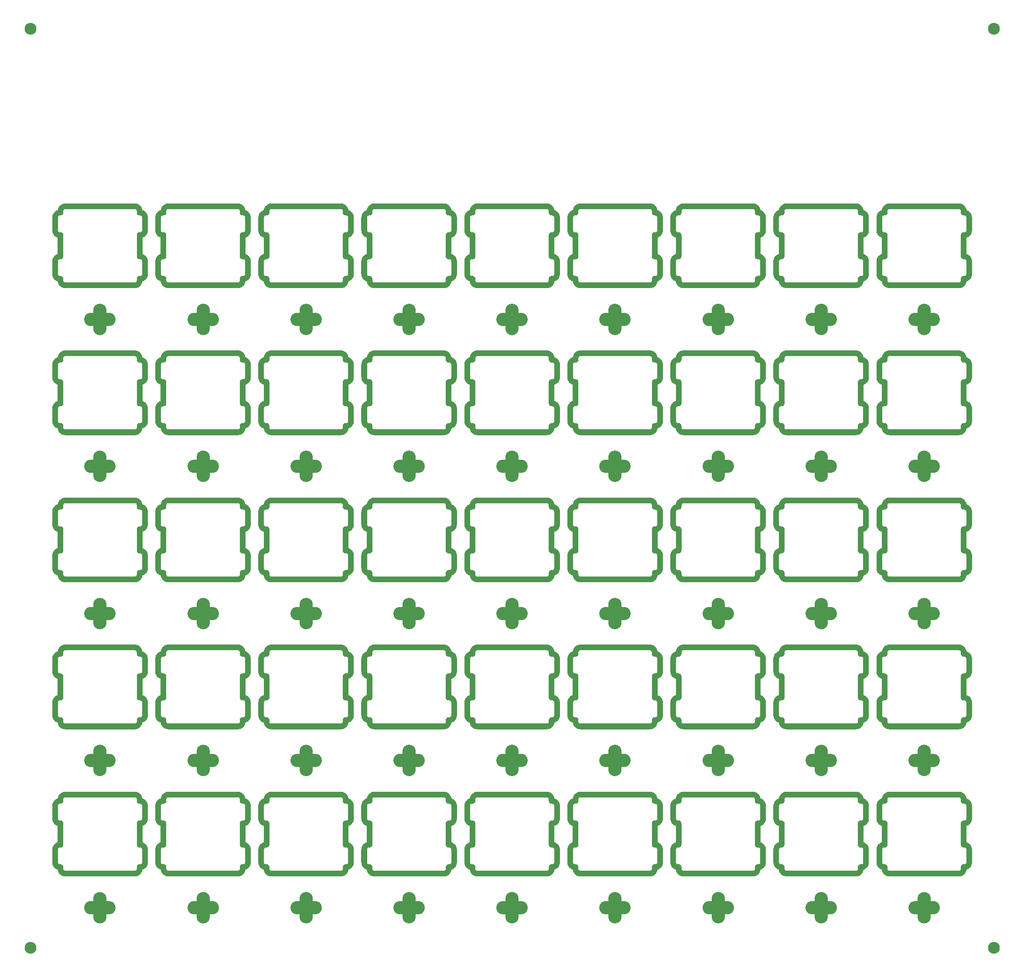
<source format=gbr>
G04 #@! TF.GenerationSoftware,KiCad,Pcbnew,(5.1.8)-1*
G04 #@! TF.CreationDate,2021-02-17T01:33:55+08:00*
G04 #@! TF.ProjectId,LubeStation,4c756265-5374-4617-9469-6f6e2e6b6963,rev?*
G04 #@! TF.SameCoordinates,Original*
G04 #@! TF.FileFunction,Soldermask,Bot*
G04 #@! TF.FilePolarity,Negative*
%FSLAX46Y46*%
G04 Gerber Fmt 4.6, Leading zero omitted, Abs format (unit mm)*
G04 Created by KiCad (PCBNEW (5.1.8)-1) date 2021-02-17 01:33:55*
%MOMM*%
%LPD*%
G01*
G04 APERTURE LIST*
%ADD10C,2.302000*%
%ADD11C,1.000000*%
%ADD12O,6.102000X2.602000*%
%ADD13O,2.602000X6.102000*%
G04 APERTURE END LIST*
D10*
X173535533Y42110533D03*
X-13535533Y-136410533D03*
X173535533Y-136410533D03*
X-13535533Y42110533D03*
D11*
G36*
X6750358Y8225999D02*
G01*
X6757339Y8225950D01*
X6760183Y8225850D01*
X6767289Y8225403D01*
X6774427Y8225403D01*
X6776919Y8225342D01*
X6867163Y8220928D01*
X6867158Y8220835D01*
X6867542Y8220811D01*
X6867547Y8220908D01*
X6874507Y8220519D01*
X6877345Y8220280D01*
X6897703Y8217997D01*
X6918279Y8215979D01*
X6920751Y8215675D01*
X7010153Y8202474D01*
X7010489Y8202421D01*
X7010517Y8202419D01*
X7017407Y8201352D01*
X7020204Y8200839D01*
X7040305Y8196567D01*
X7060535Y8192561D01*
X7062967Y8192017D01*
X7150653Y8170154D01*
X7151004Y8170065D01*
X7157766Y8168328D01*
X7160497Y8167545D01*
X7180104Y8161326D01*
X7199823Y8155372D01*
X7202190Y8154594D01*
X7287311Y8124283D01*
X7287270Y8124169D01*
X7287627Y8124045D01*
X7287667Y8124155D01*
X7294224Y8121768D01*
X7296869Y8120721D01*
X7315763Y8112623D01*
X7334811Y8104772D01*
X7337091Y8103766D01*
X7418863Y8065288D01*
X7419191Y8065133D01*
X7425486Y8062116D01*
X7428013Y8060817D01*
X7446058Y8050897D01*
X7464229Y8041235D01*
X7466399Y8040012D01*
X7544025Y7993738D01*
X7544335Y7993552D01*
X7550306Y7989935D01*
X7552695Y7988395D01*
X7569686Y7976761D01*
X7586817Y7965379D01*
X7588858Y7963950D01*
X7661594Y7910325D01*
X7661465Y7910151D01*
X7661773Y7909934D01*
X7661897Y7910100D01*
X7667477Y7905925D01*
X7669706Y7904158D01*
X7685406Y7890984D01*
X7701425Y7877920D01*
X7703318Y7876297D01*
X7770478Y7815826D01*
X7770745Y7815584D01*
X7775900Y7810876D01*
X7777945Y7808901D01*
X7792322Y7794219D01*
X7806952Y7779692D01*
X7808678Y7777892D01*
X7869605Y7711167D01*
X7869542Y7711109D01*
X7869795Y7710824D01*
X7869861Y7710884D01*
X7874521Y7705710D01*
X7876372Y7703535D01*
X7889270Y7687493D01*
X7902387Y7671637D01*
X7903928Y7669678D01*
X7958054Y7597327D01*
X7958044Y7597319D01*
X7958274Y7597003D01*
X7958287Y7597013D01*
X7962418Y7591410D01*
X7964043Y7589072D01*
X7975317Y7571844D01*
X7986824Y7554783D01*
X7988165Y7552686D01*
X8034981Y7475385D01*
X8035168Y7475074D01*
X8038742Y7469077D01*
X8040128Y7466596D01*
X8049643Y7448396D01*
X8059454Y7430251D01*
X8060586Y7428030D01*
X8099634Y7346530D01*
X8099788Y7346205D01*
X8102760Y7339888D01*
X8103899Y7337281D01*
X8111603Y7318213D01*
X8119584Y7299226D01*
X8120493Y7296905D01*
X8151399Y7211990D01*
X8151114Y7211886D01*
X8151241Y7211543D01*
X8151524Y7211644D01*
X8153864Y7205074D01*
X8154745Y7202362D01*
X8160550Y7182638D01*
X8166642Y7162958D01*
X8167321Y7160560D01*
X8189796Y7073027D01*
X8189883Y7072682D01*
X8191572Y7065908D01*
X8192183Y7063128D01*
X8196044Y7042892D01*
X8200179Y7022746D01*
X8200621Y7020294D01*
X8214201Y6932572D01*
X8214748Y6932369D01*
X8219328Y6930406D01*
X8263234Y6908991D01*
X8267600Y6906591D01*
X8296487Y6888820D01*
X8337311Y6874283D01*
X8337270Y6874169D01*
X8337627Y6874045D01*
X8337667Y6874155D01*
X8344224Y6871768D01*
X8346869Y6870721D01*
X8365763Y6862623D01*
X8384811Y6854772D01*
X8387091Y6853766D01*
X8468863Y6815288D01*
X8469191Y6815133D01*
X8475486Y6812116D01*
X8478013Y6810817D01*
X8496058Y6800897D01*
X8514229Y6791235D01*
X8516399Y6790012D01*
X8594025Y6743738D01*
X8594335Y6743552D01*
X8600306Y6739935D01*
X8602695Y6738395D01*
X8619686Y6726761D01*
X8636817Y6715379D01*
X8638858Y6713950D01*
X8711594Y6660325D01*
X8711465Y6660151D01*
X8711773Y6659934D01*
X8711897Y6660100D01*
X8717477Y6655925D01*
X8719706Y6654158D01*
X8735406Y6640984D01*
X8751425Y6627920D01*
X8753318Y6626297D01*
X8820478Y6565826D01*
X8820745Y6565584D01*
X8825900Y6560876D01*
X8827945Y6558901D01*
X8842322Y6544219D01*
X8856952Y6529692D01*
X8858678Y6527892D01*
X8919605Y6461167D01*
X8919542Y6461109D01*
X8919795Y6460824D01*
X8919861Y6460884D01*
X8924521Y6455710D01*
X8926372Y6453535D01*
X8939270Y6437493D01*
X8952387Y6421637D01*
X8953928Y6419678D01*
X9008054Y6347327D01*
X9008044Y6347319D01*
X9008274Y6347003D01*
X9008287Y6347013D01*
X9012418Y6341410D01*
X9014043Y6339072D01*
X9025317Y6321844D01*
X9036824Y6304783D01*
X9038165Y6302686D01*
X9084981Y6225385D01*
X9085168Y6225074D01*
X9088742Y6219077D01*
X9090128Y6216596D01*
X9099643Y6198396D01*
X9109454Y6180251D01*
X9110586Y6178030D01*
X9149634Y6096530D01*
X9149788Y6096205D01*
X9152760Y6089888D01*
X9153899Y6087281D01*
X9161603Y6068213D01*
X9169584Y6049226D01*
X9170493Y6046905D01*
X9201399Y5961990D01*
X9201114Y5961886D01*
X9201241Y5961543D01*
X9201524Y5961644D01*
X9203864Y5955074D01*
X9204745Y5952362D01*
X9210550Y5932638D01*
X9216642Y5912958D01*
X9217321Y5910560D01*
X9239796Y5823027D01*
X9239883Y5822682D01*
X9241572Y5815908D01*
X9242183Y5813128D01*
X9246044Y5792892D01*
X9250179Y5772746D01*
X9250621Y5770294D01*
X9264447Y5680986D01*
X9264501Y5680629D01*
X9265520Y5673723D01*
X9265856Y5670902D01*
X9267715Y5650477D01*
X9269875Y5629926D01*
X9270075Y5627443D01*
X9275119Y5537212D01*
X9275137Y5536849D01*
X9275477Y5529876D01*
X9275537Y5527035D01*
X9275481Y5518978D01*
X9275904Y5510913D01*
X9275974Y5508421D01*
X9275997Y5501963D01*
X9275997Y5501591D01*
X9275992Y5500303D01*
X9276000Y5500000D01*
X9276000Y3000000D01*
X9275999Y2999642D01*
X9275950Y2992661D01*
X9275850Y2989817D01*
X9275403Y2982711D01*
X9275403Y2975573D01*
X9275342Y2973081D01*
X9270927Y2882817D01*
X9270908Y2882460D01*
X9270518Y2875490D01*
X9270280Y2872654D01*
X9267990Y2852238D01*
X9265979Y2831724D01*
X9265675Y2829249D01*
X9252474Y2739846D01*
X9252421Y2739494D01*
X9251353Y2732595D01*
X9250839Y2729795D01*
X9246564Y2709680D01*
X9242561Y2689465D01*
X9242017Y2687033D01*
X9220155Y2599350D01*
X9219895Y2599415D01*
X9219777Y2599069D01*
X9220065Y2598995D01*
X9218328Y2592233D01*
X9217545Y2589502D01*
X9211331Y2569911D01*
X9205372Y2550177D01*
X9204594Y2547811D01*
X9174283Y2462689D01*
X9174063Y2462767D01*
X9173930Y2462419D01*
X9174156Y2462337D01*
X9171768Y2455777D01*
X9170721Y2453131D01*
X9162638Y2434273D01*
X9154772Y2415188D01*
X9153766Y2412908D01*
X9115288Y2331137D01*
X9115134Y2330813D01*
X9112117Y2324517D01*
X9110817Y2321987D01*
X9100904Y2303955D01*
X9091235Y2285771D01*
X9090012Y2283600D01*
X9043745Y2205988D01*
X9043574Y2206090D01*
X9043380Y2205776D01*
X9043554Y2205671D01*
X9039938Y2199700D01*
X9038395Y2197305D01*
X9026755Y2180305D01*
X9015378Y2163182D01*
X9013950Y2161142D01*
X8960322Y2088402D01*
X8960109Y2088115D01*
X8955927Y2082525D01*
X8954158Y2080294D01*
X8940984Y2064594D01*
X8927920Y2048575D01*
X8926297Y2046682D01*
X8865826Y1979522D01*
X8865584Y1979255D01*
X8860876Y1974100D01*
X8858902Y1972056D01*
X8844199Y1957657D01*
X8829690Y1943047D01*
X8827892Y1941323D01*
X8761156Y1880385D01*
X8760891Y1880145D01*
X8755703Y1875474D01*
X8753535Y1873628D01*
X8737493Y1860730D01*
X8721637Y1847613D01*
X8719678Y1846072D01*
X8647327Y1791946D01*
X8647319Y1791956D01*
X8647003Y1791726D01*
X8647013Y1791713D01*
X8641410Y1787582D01*
X8639072Y1785957D01*
X8621844Y1774683D01*
X8604783Y1763176D01*
X8602685Y1761834D01*
X8525389Y1715022D01*
X8525374Y1715046D01*
X8525058Y1714851D01*
X8525070Y1714831D01*
X8519081Y1711261D01*
X8516595Y1709871D01*
X8498381Y1700349D01*
X8480251Y1690546D01*
X8478029Y1689415D01*
X8396530Y1650367D01*
X8396205Y1650212D01*
X8389888Y1647240D01*
X8387281Y1646101D01*
X8368213Y1638397D01*
X8349226Y1630416D01*
X8346905Y1629507D01*
X8297321Y1611460D01*
X8260850Y1589719D01*
X8256450Y1587380D01*
X8226000Y1573052D01*
X8226000Y-1572848D01*
X8263234Y-1591009D01*
X8267600Y-1593409D01*
X8296487Y-1611180D01*
X8337311Y-1625717D01*
X8337270Y-1625831D01*
X8337627Y-1625955D01*
X8337667Y-1625845D01*
X8344224Y-1628232D01*
X8346869Y-1629279D01*
X8365763Y-1637377D01*
X8384811Y-1645228D01*
X8387091Y-1646234D01*
X8468863Y-1684712D01*
X8469191Y-1684867D01*
X8475486Y-1687884D01*
X8478013Y-1689183D01*
X8496058Y-1699103D01*
X8514229Y-1708765D01*
X8516399Y-1709988D01*
X8594025Y-1756262D01*
X8594335Y-1756448D01*
X8600306Y-1760065D01*
X8602695Y-1761605D01*
X8619686Y-1773239D01*
X8636817Y-1784621D01*
X8638858Y-1786050D01*
X8711594Y-1839675D01*
X8711465Y-1839849D01*
X8711773Y-1840066D01*
X8711897Y-1839900D01*
X8717477Y-1844075D01*
X8719706Y-1845842D01*
X8735406Y-1859016D01*
X8751425Y-1872080D01*
X8753318Y-1873703D01*
X8820478Y-1934174D01*
X8820745Y-1934416D01*
X8825900Y-1939124D01*
X8827945Y-1941099D01*
X8842322Y-1955781D01*
X8856952Y-1970308D01*
X8858678Y-1972108D01*
X8919605Y-2038833D01*
X8919542Y-2038891D01*
X8919795Y-2039176D01*
X8919861Y-2039116D01*
X8924521Y-2044290D01*
X8926372Y-2046465D01*
X8939270Y-2062507D01*
X8952387Y-2078363D01*
X8953928Y-2080322D01*
X9008054Y-2152673D01*
X9008044Y-2152681D01*
X9008274Y-2152997D01*
X9008287Y-2152987D01*
X9012418Y-2158590D01*
X9014043Y-2160928D01*
X9025317Y-2178156D01*
X9036824Y-2195217D01*
X9038165Y-2197314D01*
X9084981Y-2274615D01*
X9085168Y-2274926D01*
X9088742Y-2280923D01*
X9090128Y-2283404D01*
X9099643Y-2301604D01*
X9109454Y-2319749D01*
X9110586Y-2321970D01*
X9149634Y-2403470D01*
X9149788Y-2403795D01*
X9152760Y-2410112D01*
X9153899Y-2412719D01*
X9161603Y-2431787D01*
X9169584Y-2450774D01*
X9170493Y-2453095D01*
X9201399Y-2538010D01*
X9201114Y-2538114D01*
X9201241Y-2538457D01*
X9201524Y-2538356D01*
X9203864Y-2544926D01*
X9204745Y-2547638D01*
X9210550Y-2567362D01*
X9216642Y-2587042D01*
X9217321Y-2589440D01*
X9239796Y-2676973D01*
X9239883Y-2677318D01*
X9241572Y-2684092D01*
X9242183Y-2686872D01*
X9246044Y-2707108D01*
X9250179Y-2727254D01*
X9250621Y-2729706D01*
X9264447Y-2819014D01*
X9264501Y-2819371D01*
X9265520Y-2826277D01*
X9265856Y-2829098D01*
X9267715Y-2849523D01*
X9269875Y-2870074D01*
X9270075Y-2872557D01*
X9275119Y-2962788D01*
X9275137Y-2963151D01*
X9275477Y-2970124D01*
X9275537Y-2972965D01*
X9275481Y-2981022D01*
X9275904Y-2989087D01*
X9275974Y-2991579D01*
X9275997Y-2998037D01*
X9275997Y-2998409D01*
X9275992Y-2999697D01*
X9276000Y-3000000D01*
X9276000Y-5500000D01*
X9275999Y-5500358D01*
X9275950Y-5507339D01*
X9275850Y-5510183D01*
X9275403Y-5517289D01*
X9275403Y-5524427D01*
X9275342Y-5526919D01*
X9270927Y-5617183D01*
X9270908Y-5617540D01*
X9270518Y-5624510D01*
X9270280Y-5627346D01*
X9267990Y-5647762D01*
X9265979Y-5668276D01*
X9265675Y-5670751D01*
X9252474Y-5760154D01*
X9252421Y-5760506D01*
X9251353Y-5767405D01*
X9250839Y-5770205D01*
X9246564Y-5790320D01*
X9242561Y-5810535D01*
X9242017Y-5812967D01*
X9220155Y-5900650D01*
X9219895Y-5900585D01*
X9219777Y-5900931D01*
X9220065Y-5901005D01*
X9218328Y-5907767D01*
X9217545Y-5910498D01*
X9211331Y-5930089D01*
X9205372Y-5949823D01*
X9204594Y-5952189D01*
X9174283Y-6037311D01*
X9174063Y-6037233D01*
X9173930Y-6037581D01*
X9174156Y-6037663D01*
X9171768Y-6044223D01*
X9170721Y-6046869D01*
X9162638Y-6065727D01*
X9154772Y-6084812D01*
X9153766Y-6087092D01*
X9115288Y-6168863D01*
X9115134Y-6169187D01*
X9112117Y-6175483D01*
X9110817Y-6178013D01*
X9100904Y-6196045D01*
X9091235Y-6214229D01*
X9090012Y-6216400D01*
X9043745Y-6294012D01*
X9043574Y-6293910D01*
X9043380Y-6294224D01*
X9043554Y-6294329D01*
X9039938Y-6300300D01*
X9038395Y-6302695D01*
X9026755Y-6319695D01*
X9015378Y-6336818D01*
X9013950Y-6338858D01*
X8960322Y-6411598D01*
X8960109Y-6411885D01*
X8955927Y-6417475D01*
X8954158Y-6419706D01*
X8940984Y-6435406D01*
X8927920Y-6451425D01*
X8926297Y-6453318D01*
X8865826Y-6520478D01*
X8865584Y-6520745D01*
X8860876Y-6525900D01*
X8858902Y-6527944D01*
X8844199Y-6542343D01*
X8829690Y-6556953D01*
X8827892Y-6558677D01*
X8761156Y-6619615D01*
X8760891Y-6619855D01*
X8755703Y-6624526D01*
X8753535Y-6626372D01*
X8737493Y-6639270D01*
X8721637Y-6652387D01*
X8719678Y-6653928D01*
X8647327Y-6708054D01*
X8647319Y-6708044D01*
X8647003Y-6708274D01*
X8647013Y-6708287D01*
X8641410Y-6712418D01*
X8639072Y-6714043D01*
X8621844Y-6725317D01*
X8604783Y-6736824D01*
X8602685Y-6738166D01*
X8525389Y-6784978D01*
X8525374Y-6784954D01*
X8525058Y-6785149D01*
X8525070Y-6785169D01*
X8519081Y-6788739D01*
X8516595Y-6790129D01*
X8498381Y-6799651D01*
X8480251Y-6809454D01*
X8478029Y-6810585D01*
X8396530Y-6849633D01*
X8396205Y-6849788D01*
X8389888Y-6852760D01*
X8387281Y-6853899D01*
X8368213Y-6861603D01*
X8349226Y-6869584D01*
X8346905Y-6870493D01*
X8297321Y-6888540D01*
X8260850Y-6910281D01*
X8256450Y-6912620D01*
X8213921Y-6932632D01*
X8202474Y-7010154D01*
X8202421Y-7010506D01*
X8201353Y-7017405D01*
X8200839Y-7020205D01*
X8196564Y-7040320D01*
X8192561Y-7060535D01*
X8192017Y-7062967D01*
X8170155Y-7150650D01*
X8169895Y-7150585D01*
X8169777Y-7150931D01*
X8170065Y-7151005D01*
X8168328Y-7157767D01*
X8167545Y-7160498D01*
X8161331Y-7180089D01*
X8155372Y-7199823D01*
X8154594Y-7202189D01*
X8124283Y-7287311D01*
X8124063Y-7287233D01*
X8123930Y-7287581D01*
X8124156Y-7287663D01*
X8121768Y-7294223D01*
X8120721Y-7296869D01*
X8112638Y-7315727D01*
X8104772Y-7334812D01*
X8103766Y-7337092D01*
X8065288Y-7418863D01*
X8065134Y-7419187D01*
X8062117Y-7425483D01*
X8060817Y-7428013D01*
X8050904Y-7446045D01*
X8041235Y-7464229D01*
X8040012Y-7466400D01*
X7993745Y-7544012D01*
X7993574Y-7543910D01*
X7993380Y-7544224D01*
X7993554Y-7544329D01*
X7989938Y-7550300D01*
X7988395Y-7552695D01*
X7976755Y-7569695D01*
X7965378Y-7586818D01*
X7963950Y-7588858D01*
X7910322Y-7661598D01*
X7910109Y-7661885D01*
X7905927Y-7667475D01*
X7904158Y-7669706D01*
X7890984Y-7685406D01*
X7877920Y-7701425D01*
X7876297Y-7703318D01*
X7815826Y-7770478D01*
X7815584Y-7770745D01*
X7810876Y-7775900D01*
X7808902Y-7777944D01*
X7794199Y-7792343D01*
X7779690Y-7806953D01*
X7777892Y-7808677D01*
X7711156Y-7869615D01*
X7710891Y-7869855D01*
X7705703Y-7874526D01*
X7703535Y-7876372D01*
X7687493Y-7889270D01*
X7671637Y-7902387D01*
X7669678Y-7903928D01*
X7597327Y-7958054D01*
X7597319Y-7958044D01*
X7597003Y-7958274D01*
X7597013Y-7958287D01*
X7591410Y-7962418D01*
X7589072Y-7964043D01*
X7571844Y-7975317D01*
X7554783Y-7986824D01*
X7552685Y-7988166D01*
X7475389Y-8034978D01*
X7475374Y-8034954D01*
X7475058Y-8035149D01*
X7475070Y-8035169D01*
X7469081Y-8038739D01*
X7466595Y-8040129D01*
X7448381Y-8049651D01*
X7430251Y-8059454D01*
X7428029Y-8060585D01*
X7346530Y-8099633D01*
X7346205Y-8099788D01*
X7339888Y-8102760D01*
X7337281Y-8103899D01*
X7318213Y-8111603D01*
X7299226Y-8119584D01*
X7296905Y-8120493D01*
X7211990Y-8151399D01*
X7211886Y-8151114D01*
X7211543Y-8151241D01*
X7211644Y-8151524D01*
X7205074Y-8153864D01*
X7202362Y-8154745D01*
X7182626Y-8160553D01*
X7162957Y-8166642D01*
X7160560Y-8167321D01*
X7073028Y-8189796D01*
X7072682Y-8189883D01*
X7065908Y-8191572D01*
X7063128Y-8192183D01*
X7042892Y-8196044D01*
X7022746Y-8200179D01*
X7020294Y-8200621D01*
X6930986Y-8214447D01*
X6930931Y-8214094D01*
X6930568Y-8214138D01*
X6930622Y-8214501D01*
X6923725Y-8215519D01*
X6920902Y-8215856D01*
X6900477Y-8217715D01*
X6879926Y-8219875D01*
X6877443Y-8220075D01*
X6787212Y-8225119D01*
X6786849Y-8225137D01*
X6779876Y-8225477D01*
X6777035Y-8225537D01*
X6768978Y-8225481D01*
X6760913Y-8225904D01*
X6758421Y-8225974D01*
X6751963Y-8225997D01*
X6751591Y-8225997D01*
X6750303Y-8225992D01*
X6750000Y-8226000D01*
X-6750000Y-8226000D01*
X-6750358Y-8225999D01*
X-6757339Y-8225950D01*
X-6760183Y-8225850D01*
X-6767289Y-8225403D01*
X-6774427Y-8225403D01*
X-6776919Y-8225342D01*
X-6867183Y-8220927D01*
X-6867540Y-8220908D01*
X-6874510Y-8220518D01*
X-6877346Y-8220280D01*
X-6897762Y-8217990D01*
X-6918276Y-8215979D01*
X-6920751Y-8215675D01*
X-7010154Y-8202474D01*
X-7010506Y-8202421D01*
X-7017405Y-8201353D01*
X-7020205Y-8200839D01*
X-7040320Y-8196564D01*
X-7060535Y-8192561D01*
X-7062967Y-8192017D01*
X-7150650Y-8170155D01*
X-7150628Y-8170066D01*
X-7150986Y-8169971D01*
X-7151010Y-8170064D01*
X-7157765Y-8168329D01*
X-7160498Y-8167545D01*
X-7180089Y-8161331D01*
X-7199823Y-8155372D01*
X-7202189Y-8154594D01*
X-7287311Y-8124283D01*
X-7287257Y-8124130D01*
X-7287611Y-8124002D01*
X-7287667Y-8124155D01*
X-7294220Y-8121770D01*
X-7296869Y-8120721D01*
X-7315727Y-8112638D01*
X-7334812Y-8104772D01*
X-7337092Y-8103766D01*
X-7418863Y-8065288D01*
X-7419187Y-8065134D01*
X-7425483Y-8062117D01*
X-7428013Y-8060817D01*
X-7446045Y-8050904D01*
X-7464229Y-8041235D01*
X-7466400Y-8040012D01*
X-7544012Y-7993745D01*
X-7543942Y-7993627D01*
X-7544264Y-7993435D01*
X-7544334Y-7993551D01*
X-7550299Y-7989939D01*
X-7552695Y-7988395D01*
X-7569695Y-7976755D01*
X-7586818Y-7965378D01*
X-7588858Y-7963950D01*
X-7661598Y-7910322D01*
X-7661408Y-7910064D01*
X-7661712Y-7909861D01*
X-7661893Y-7910103D01*
X-7667474Y-7905928D01*
X-7669706Y-7904158D01*
X-7685406Y-7890984D01*
X-7701425Y-7877920D01*
X-7703318Y-7876297D01*
X-7770478Y-7815826D01*
X-7770745Y-7815584D01*
X-7775900Y-7810876D01*
X-7777944Y-7808902D01*
X-7792343Y-7794199D01*
X-7806953Y-7779690D01*
X-7808677Y-7777892D01*
X-7869615Y-7711156D01*
X-7869855Y-7710891D01*
X-7874526Y-7705703D01*
X-7876372Y-7703535D01*
X-7889270Y-7687493D01*
X-7902387Y-7671637D01*
X-7903928Y-7669678D01*
X-7958062Y-7597316D01*
X-7957945Y-7597229D01*
X-7958187Y-7596939D01*
X-7958287Y-7597013D01*
X-7962418Y-7591410D01*
X-7964043Y-7589072D01*
X-7975317Y-7571844D01*
X-7986824Y-7554783D01*
X-7988166Y-7552685D01*
X-8034978Y-7475389D01*
X-8034954Y-7475374D01*
X-8035149Y-7475058D01*
X-8035169Y-7475070D01*
X-8038739Y-7469081D01*
X-8040129Y-7466595D01*
X-8049651Y-7448381D01*
X-8059454Y-7430251D01*
X-8060585Y-7428029D01*
X-8099633Y-7346530D01*
X-8099788Y-7346205D01*
X-8102760Y-7339888D01*
X-8103899Y-7337281D01*
X-8111603Y-7318213D01*
X-8119584Y-7299226D01*
X-8120493Y-7296905D01*
X-8151402Y-7211983D01*
X-8151523Y-7211648D01*
X-8153865Y-7205071D01*
X-8154745Y-7202362D01*
X-8160553Y-7182626D01*
X-8166642Y-7162957D01*
X-8167321Y-7160560D01*
X-8189796Y-7073028D01*
X-8189883Y-7072682D01*
X-8191572Y-7065908D01*
X-8192183Y-7063128D01*
X-8196044Y-7042892D01*
X-8200179Y-7022746D01*
X-8200621Y-7020294D01*
X-8214201Y-6932572D01*
X-8214748Y-6932369D01*
X-8219328Y-6930406D01*
X-8263234Y-6908991D01*
X-8267599Y-6906592D01*
X-8296487Y-6888821D01*
X-8337312Y-6874283D01*
X-8337257Y-6874130D01*
X-8337611Y-6874002D01*
X-8337667Y-6874155D01*
X-8344220Y-6871770D01*
X-8346869Y-6870721D01*
X-8365727Y-6862638D01*
X-8384812Y-6854772D01*
X-8387092Y-6853766D01*
X-8468863Y-6815288D01*
X-8469187Y-6815134D01*
X-8475483Y-6812117D01*
X-8478013Y-6810817D01*
X-8496045Y-6800904D01*
X-8514229Y-6791235D01*
X-8516400Y-6790012D01*
X-8594012Y-6743745D01*
X-8593942Y-6743627D01*
X-8594264Y-6743435D01*
X-8594334Y-6743551D01*
X-8600299Y-6739939D01*
X-8602695Y-6738395D01*
X-8619695Y-6726755D01*
X-8636818Y-6715378D01*
X-8638858Y-6713950D01*
X-8711598Y-6660322D01*
X-8711408Y-6660064D01*
X-8711712Y-6659861D01*
X-8711893Y-6660103D01*
X-8717474Y-6655928D01*
X-8719706Y-6654158D01*
X-8735406Y-6640984D01*
X-8751425Y-6627920D01*
X-8753318Y-6626297D01*
X-8820478Y-6565826D01*
X-8820745Y-6565584D01*
X-8825900Y-6560876D01*
X-8827944Y-6558902D01*
X-8842343Y-6544199D01*
X-8856953Y-6529690D01*
X-8858677Y-6527892D01*
X-8919615Y-6461156D01*
X-8919855Y-6460891D01*
X-8924526Y-6455703D01*
X-8926372Y-6453535D01*
X-8939270Y-6437493D01*
X-8952387Y-6421637D01*
X-8953928Y-6419678D01*
X-9008062Y-6347316D01*
X-9007945Y-6347229D01*
X-9008187Y-6346939D01*
X-9008287Y-6347013D01*
X-9012418Y-6341410D01*
X-9014043Y-6339072D01*
X-9025317Y-6321844D01*
X-9036824Y-6304783D01*
X-9038166Y-6302685D01*
X-9084978Y-6225389D01*
X-9084954Y-6225374D01*
X-9085149Y-6225058D01*
X-9085169Y-6225070D01*
X-9088739Y-6219081D01*
X-9090129Y-6216595D01*
X-9099651Y-6198381D01*
X-9109454Y-6180251D01*
X-9110585Y-6178029D01*
X-9149633Y-6096530D01*
X-9149788Y-6096205D01*
X-9152760Y-6089888D01*
X-9153899Y-6087281D01*
X-9161603Y-6068213D01*
X-9169584Y-6049226D01*
X-9170493Y-6046905D01*
X-9201402Y-5961983D01*
X-9201523Y-5961648D01*
X-9203865Y-5955071D01*
X-9204745Y-5952362D01*
X-9210553Y-5932626D01*
X-9216642Y-5912957D01*
X-9217321Y-5910560D01*
X-9239796Y-5823028D01*
X-9239883Y-5822682D01*
X-9241572Y-5815908D01*
X-9242183Y-5813128D01*
X-9246044Y-5792892D01*
X-9250179Y-5772746D01*
X-9250621Y-5770294D01*
X-9264447Y-5680986D01*
X-9264501Y-5680629D01*
X-9265520Y-5673723D01*
X-9265856Y-5670902D01*
X-9267715Y-5650477D01*
X-9269875Y-5629926D01*
X-9270075Y-5627443D01*
X-9275119Y-5537212D01*
X-9275137Y-5536849D01*
X-9275477Y-5529876D01*
X-9275537Y-5527035D01*
X-9275481Y-5518978D01*
X-9275904Y-5510913D01*
X-9275974Y-5508421D01*
X-9275997Y-5501963D01*
X-9275997Y-5501591D01*
X-9275992Y-5500303D01*
X-9276000Y-5500000D01*
X-9276000Y-3000000D01*
X-9275999Y-2999642D01*
X-9275950Y-2992661D01*
X-9275850Y-2989817D01*
X-9275403Y-2982711D01*
X-9275403Y-2975573D01*
X-9275342Y-2973081D01*
X-9270928Y-2882837D01*
X-9270835Y-2882842D01*
X-9270811Y-2882458D01*
X-9270908Y-2882453D01*
X-9270519Y-2875493D01*
X-9270280Y-2872655D01*
X-9267997Y-2852297D01*
X-9265979Y-2831721D01*
X-9265675Y-2829249D01*
X-9252474Y-2739847D01*
X-9252421Y-2739495D01*
X-9251353Y-2732596D01*
X-9250839Y-2729796D01*
X-9246567Y-2709695D01*
X-9242561Y-2689465D01*
X-9242017Y-2687033D01*
X-9220154Y-2599347D01*
X-9220065Y-2598996D01*
X-9218328Y-2592234D01*
X-9217545Y-2589503D01*
X-9211326Y-2569896D01*
X-9205372Y-2550177D01*
X-9204594Y-2547810D01*
X-9174283Y-2462689D01*
X-9174130Y-2462743D01*
X-9174002Y-2462389D01*
X-9174155Y-2462333D01*
X-9171770Y-2455780D01*
X-9170721Y-2453131D01*
X-9162623Y-2434237D01*
X-9154772Y-2415189D01*
X-9153766Y-2412909D01*
X-9115288Y-2331137D01*
X-9115133Y-2330809D01*
X-9112116Y-2324514D01*
X-9110817Y-2321987D01*
X-9100897Y-2303942D01*
X-9091235Y-2285771D01*
X-9090012Y-2283601D01*
X-9043738Y-2205975D01*
X-9043552Y-2205665D01*
X-9039935Y-2199694D01*
X-9038395Y-2197305D01*
X-9026761Y-2180314D01*
X-9015379Y-2163183D01*
X-9013950Y-2161142D01*
X-8960322Y-2088401D01*
X-8960106Y-2088111D01*
X-8955924Y-2082522D01*
X-8954158Y-2080294D01*
X-8940984Y-2064594D01*
X-8927920Y-2048575D01*
X-8926297Y-2046682D01*
X-8865826Y-1979522D01*
X-8865584Y-1979255D01*
X-8860876Y-1974100D01*
X-8858901Y-1972055D01*
X-8844219Y-1957678D01*
X-8829692Y-1943048D01*
X-8827892Y-1941322D01*
X-8761167Y-1880395D01*
X-8761109Y-1880458D01*
X-8760824Y-1880205D01*
X-8760884Y-1880139D01*
X-8755710Y-1875479D01*
X-8753535Y-1873628D01*
X-8737493Y-1860730D01*
X-8721637Y-1847613D01*
X-8719678Y-1846072D01*
X-8647327Y-1791946D01*
X-8647319Y-1791956D01*
X-8647003Y-1791726D01*
X-8647013Y-1791713D01*
X-8641410Y-1787582D01*
X-8639072Y-1785957D01*
X-8621844Y-1774683D01*
X-8604783Y-1763176D01*
X-8602686Y-1761835D01*
X-8525385Y-1715019D01*
X-8525074Y-1714832D01*
X-8519077Y-1711258D01*
X-8516596Y-1709872D01*
X-8498396Y-1700357D01*
X-8480251Y-1690546D01*
X-8478030Y-1689414D01*
X-8396530Y-1650366D01*
X-8396205Y-1650212D01*
X-8389888Y-1647240D01*
X-8387281Y-1646101D01*
X-8368213Y-1638397D01*
X-8349226Y-1630416D01*
X-8346905Y-1629507D01*
X-8297321Y-1611460D01*
X-8260850Y-1589719D01*
X-8256450Y-1587380D01*
X-8226000Y-1573052D01*
X-8226000Y1572848D01*
X-8263234Y1591009D01*
X-8267599Y1593408D01*
X-8296487Y1611179D01*
X-8337312Y1625717D01*
X-8337257Y1625870D01*
X-8337611Y1625998D01*
X-8337667Y1625845D01*
X-8344220Y1628230D01*
X-8346869Y1629279D01*
X-8365727Y1637362D01*
X-8384812Y1645228D01*
X-8387092Y1646234D01*
X-8468863Y1684712D01*
X-8469187Y1684866D01*
X-8475483Y1687883D01*
X-8478013Y1689183D01*
X-8496045Y1699096D01*
X-8514229Y1708765D01*
X-8516400Y1709988D01*
X-8594012Y1756255D01*
X-8593942Y1756373D01*
X-8594264Y1756565D01*
X-8594334Y1756449D01*
X-8600299Y1760061D01*
X-8602695Y1761605D01*
X-8619695Y1773245D01*
X-8636818Y1784622D01*
X-8638858Y1786050D01*
X-8711598Y1839678D01*
X-8711408Y1839936D01*
X-8711712Y1840139D01*
X-8711893Y1839897D01*
X-8717474Y1844072D01*
X-8719706Y1845842D01*
X-8735406Y1859016D01*
X-8751425Y1872080D01*
X-8753318Y1873703D01*
X-8820478Y1934174D01*
X-8820745Y1934416D01*
X-8825900Y1939124D01*
X-8827944Y1941098D01*
X-8842343Y1955801D01*
X-8856953Y1970310D01*
X-8858677Y1972108D01*
X-8919615Y2038844D01*
X-8919855Y2039109D01*
X-8924526Y2044297D01*
X-8926372Y2046465D01*
X-8939270Y2062507D01*
X-8952387Y2078363D01*
X-8953928Y2080322D01*
X-9008062Y2152684D01*
X-9007945Y2152771D01*
X-9008187Y2153061D01*
X-9008287Y2152987D01*
X-9012418Y2158590D01*
X-9014043Y2160928D01*
X-9025317Y2178156D01*
X-9036824Y2195217D01*
X-9038166Y2197315D01*
X-9084978Y2274611D01*
X-9084954Y2274626D01*
X-9085149Y2274942D01*
X-9085169Y2274930D01*
X-9088739Y2280919D01*
X-9090129Y2283405D01*
X-9099651Y2301619D01*
X-9109454Y2319749D01*
X-9110585Y2321971D01*
X-9149633Y2403470D01*
X-9149788Y2403795D01*
X-9152760Y2410112D01*
X-9153899Y2412719D01*
X-9161603Y2431787D01*
X-9169584Y2450774D01*
X-9170493Y2453095D01*
X-9201402Y2538017D01*
X-9201523Y2538352D01*
X-9203865Y2544929D01*
X-9204745Y2547638D01*
X-9210553Y2567374D01*
X-9216642Y2587043D01*
X-9217321Y2589440D01*
X-9239796Y2676972D01*
X-9239883Y2677318D01*
X-9241572Y2684092D01*
X-9242183Y2686872D01*
X-9246044Y2707108D01*
X-9250179Y2727254D01*
X-9250621Y2729706D01*
X-9264447Y2819014D01*
X-9264501Y2819371D01*
X-9265520Y2826277D01*
X-9265856Y2829098D01*
X-9267715Y2849523D01*
X-9269875Y2870074D01*
X-9270075Y2872557D01*
X-9275119Y2962788D01*
X-9275137Y2963151D01*
X-9275477Y2970124D01*
X-9275537Y2972965D01*
X-9275481Y2981022D01*
X-9275904Y2989087D01*
X-9275974Y2991579D01*
X-9275997Y2998037D01*
X-9275997Y2998409D01*
X-9275992Y2999697D01*
X-9276000Y3000000D01*
X-9276000Y5486535D01*
X-8174000Y5486535D01*
X-8174000Y3009358D01*
X-8171295Y2960971D01*
X-8165715Y2924927D01*
X-8156643Y2889593D01*
X-8144173Y2855331D01*
X-8128408Y2822429D01*
X-8109508Y2791221D01*
X-8087672Y2762032D01*
X-8063071Y2735089D01*
X-8035956Y2710675D01*
X-8006607Y2689038D01*
X-7975270Y2670357D01*
X-7942270Y2654829D01*
X-7907906Y2642592D01*
X-7872519Y2633769D01*
X-7836431Y2628440D01*
X-7786535Y2626000D01*
X-7675000Y2626000D01*
X-7674638Y2625999D01*
X-7671402Y2625976D01*
X-7671402Y2625928D01*
X-7670890Y2625925D01*
X-7670890Y2625973D01*
X-7667656Y2625950D01*
X-7664817Y2625850D01*
X-7642381Y2624438D01*
X-7619889Y2623181D01*
X-7616162Y2622790D01*
X-7616054Y2622783D01*
X-7615443Y2622714D01*
X-7614944Y2622662D01*
X-7614857Y2622649D01*
X-7611113Y2622228D01*
X-7588995Y2618646D01*
X-7566658Y2615188D01*
X-7562977Y2614432D01*
X-7562892Y2614418D01*
X-7562359Y2614305D01*
X-7561776Y2614185D01*
X-7561684Y2614161D01*
X-7558015Y2613382D01*
X-7536254Y2607632D01*
X-7514463Y2602037D01*
X-7510882Y2600928D01*
X-7510787Y2600903D01*
X-7510212Y2600721D01*
X-7509703Y2600563D01*
X-7509621Y2600533D01*
X-7506039Y2599397D01*
X-7484904Y2591538D01*
X-7463799Y2583856D01*
X-7460327Y2582397D01*
X-7460263Y2582373D01*
X-7459875Y2582207D01*
X-7459195Y2581921D01*
X-7459088Y2581870D01*
X-7455671Y2580406D01*
X-7435423Y2570530D01*
X-7415151Y2560817D01*
X-7411856Y2559036D01*
X-7411771Y2558994D01*
X-7411259Y2558713D01*
X-7410764Y2558445D01*
X-7410686Y2558398D01*
X-7407400Y2556592D01*
X-7388141Y2544744D01*
X-7368985Y2533143D01*
X-7365879Y2531049D01*
X-7365782Y2530989D01*
X-7365261Y2530632D01*
X-7364865Y2530365D01*
X-7364796Y2530313D01*
X-7361681Y2528179D01*
X-7343886Y2514671D01*
X-7325738Y2501095D01*
X-7322818Y2498679D01*
X-7322759Y2498635D01*
X-7322431Y2498359D01*
X-7321909Y2497928D01*
X-7321823Y2497850D01*
X-7318954Y2495442D01*
X-7302375Y2480089D01*
X-7285826Y2464978D01*
X-7283193Y2462327D01*
X-7283112Y2462252D01*
X-7282656Y2461787D01*
X-7282316Y2461444D01*
X-7282261Y2461383D01*
X-7279626Y2458692D01*
X-7264660Y2441835D01*
X-7249628Y2425141D01*
X-7247260Y2422238D01*
X-7247187Y2422156D01*
X-7246793Y2421666D01*
X-7246484Y2421287D01*
X-7246433Y2421218D01*
X-7244071Y2418279D01*
X-7230842Y2400071D01*
X-7217490Y2381961D01*
X-7215419Y2378843D01*
X-7215366Y2378770D01*
X-7215054Y2378294D01*
X-7214725Y2377798D01*
X-7214677Y2377717D01*
X-7212630Y2374590D01*
X-7201226Y2355152D01*
X-7189719Y2335849D01*
X-7187967Y2332554D01*
X-7187915Y2332465D01*
X-7187623Y2331906D01*
X-7187375Y2331440D01*
X-7187338Y2331362D01*
X-7185601Y2328039D01*
X-7176167Y2307622D01*
X-7166581Y2287250D01*
X-7165154Y2283788D01*
X-7165113Y2283699D01*
X-7164890Y2283147D01*
X-7164681Y2282640D01*
X-7164651Y2282555D01*
X-7163245Y2279076D01*
X-7155830Y2257786D01*
X-7148295Y2236623D01*
X-7147208Y2233025D01*
X-7147181Y2232946D01*
X-7147039Y2232464D01*
X-7146854Y2231851D01*
X-7146828Y2231748D01*
X-7145773Y2228163D01*
X-7140503Y2206379D01*
X-7135037Y2184456D01*
X-7134310Y2180783D01*
X-7134287Y2180689D01*
X-7134177Y2180112D01*
X-7134068Y2179562D01*
X-7134055Y2179471D01*
X-7133352Y2175789D01*
X-7130215Y2153471D01*
X-7126933Y2131240D01*
X-7126562Y2127467D01*
X-7126553Y2127401D01*
X-7126519Y2127023D01*
X-7126447Y2126294D01*
X-7126441Y2126166D01*
X-7126103Y2122452D01*
X-7125162Y2100009D01*
X-7124061Y2077491D01*
X-7124000Y2075000D01*
X-7124000Y-2075000D01*
X-7124001Y-2075362D01*
X-7124024Y-2078598D01*
X-7124072Y-2078598D01*
X-7124075Y-2079110D01*
X-7124027Y-2079110D01*
X-7124050Y-2082344D01*
X-7124150Y-2085183D01*
X-7125562Y-2107619D01*
X-7126819Y-2130111D01*
X-7127210Y-2133838D01*
X-7127217Y-2133946D01*
X-7127286Y-2134558D01*
X-7127338Y-2135056D01*
X-7127351Y-2135142D01*
X-7127772Y-2138888D01*
X-7131342Y-2160928D01*
X-7134812Y-2183341D01*
X-7135568Y-2187021D01*
X-7135582Y-2187108D01*
X-7135696Y-2187645D01*
X-7135815Y-2188224D01*
X-7135839Y-2188316D01*
X-7136618Y-2191985D01*
X-7142368Y-2213746D01*
X-7147963Y-2235537D01*
X-7149072Y-2239118D01*
X-7149097Y-2239213D01*
X-7149279Y-2239788D01*
X-7149437Y-2240297D01*
X-7149467Y-2240379D01*
X-7150603Y-2243961D01*
X-7158462Y-2265096D01*
X-7166144Y-2286201D01*
X-7167603Y-2289673D01*
X-7167627Y-2289737D01*
X-7167793Y-2290125D01*
X-7168079Y-2290805D01*
X-7168130Y-2290912D01*
X-7169594Y-2294329D01*
X-7179470Y-2314577D01*
X-7189183Y-2334849D01*
X-7190964Y-2338144D01*
X-7191006Y-2338229D01*
X-7191287Y-2338741D01*
X-7191555Y-2339236D01*
X-7191602Y-2339314D01*
X-7193408Y-2342600D01*
X-7205256Y-2361859D01*
X-7216857Y-2381015D01*
X-7218951Y-2384121D01*
X-7219011Y-2384218D01*
X-7219368Y-2384739D01*
X-7219635Y-2385135D01*
X-7219687Y-2385204D01*
X-7221821Y-2388319D01*
X-7235329Y-2406114D01*
X-7248905Y-2424262D01*
X-7251321Y-2427182D01*
X-7251365Y-2427241D01*
X-7251641Y-2427569D01*
X-7252072Y-2428091D01*
X-7252150Y-2428177D01*
X-7254558Y-2431046D01*
X-7269911Y-2447625D01*
X-7285022Y-2464174D01*
X-7287673Y-2466807D01*
X-7287748Y-2466888D01*
X-7288213Y-2467344D01*
X-7288556Y-2467684D01*
X-7288617Y-2467739D01*
X-7291308Y-2470374D01*
X-7308165Y-2485340D01*
X-7324859Y-2500372D01*
X-7327762Y-2502740D01*
X-7327844Y-2502813D01*
X-7328334Y-2503207D01*
X-7328713Y-2503516D01*
X-7328782Y-2503567D01*
X-7331721Y-2505929D01*
X-7349929Y-2519158D01*
X-7368039Y-2532510D01*
X-7371157Y-2534581D01*
X-7371230Y-2534634D01*
X-7371706Y-2534946D01*
X-7372202Y-2535275D01*
X-7372283Y-2535323D01*
X-7375410Y-2537370D01*
X-7394793Y-2548742D01*
X-7414150Y-2560281D01*
X-7417448Y-2562034D01*
X-7417535Y-2562085D01*
X-7418088Y-2562374D01*
X-7418560Y-2562625D01*
X-7418638Y-2562662D01*
X-7421961Y-2564399D01*
X-7442378Y-2573833D01*
X-7462750Y-2583419D01*
X-7466212Y-2584846D01*
X-7466301Y-2584887D01*
X-7466853Y-2585110D01*
X-7467360Y-2585319D01*
X-7467445Y-2585349D01*
X-7470924Y-2586755D01*
X-7492214Y-2594170D01*
X-7513377Y-2601705D01*
X-7516975Y-2602792D01*
X-7517054Y-2602819D01*
X-7517536Y-2602961D01*
X-7518149Y-2603146D01*
X-7518252Y-2603172D01*
X-7521837Y-2604227D01*
X-7543668Y-2609508D01*
X-7565544Y-2614963D01*
X-7569217Y-2615690D01*
X-7569311Y-2615713D01*
X-7569888Y-2615823D01*
X-7570438Y-2615932D01*
X-7570529Y-2615945D01*
X-7574211Y-2616648D01*
X-7596529Y-2619785D01*
X-7618760Y-2623067D01*
X-7622533Y-2623438D01*
X-7622599Y-2623447D01*
X-7622977Y-2623481D01*
X-7623706Y-2623553D01*
X-7623834Y-2623559D01*
X-7627548Y-2623897D01*
X-7649991Y-2624838D01*
X-7672509Y-2625939D01*
X-7675000Y-2626000D01*
X-7790642Y-2626000D01*
X-7839031Y-2628705D01*
X-7875071Y-2634284D01*
X-7910405Y-2643357D01*
X-7944680Y-2655832D01*
X-7977569Y-2671590D01*
X-8008767Y-2690484D01*
X-8037976Y-2712335D01*
X-8064914Y-2736933D01*
X-8089322Y-2764040D01*
X-8110966Y-2793399D01*
X-8129640Y-2824722D01*
X-8145171Y-2857728D01*
X-8157407Y-2892092D01*
X-8166231Y-2927483D01*
X-8171560Y-2963571D01*
X-8174000Y-3013465D01*
X-8174000Y-5490642D01*
X-8171295Y-5539029D01*
X-8165715Y-5575073D01*
X-8156643Y-5610407D01*
X-8144173Y-5644669D01*
X-8128408Y-5677571D01*
X-8109508Y-5708779D01*
X-8087672Y-5737968D01*
X-8063071Y-5764911D01*
X-8035956Y-5789325D01*
X-8006607Y-5810962D01*
X-7975270Y-5829643D01*
X-7942270Y-5845171D01*
X-7907906Y-5857408D01*
X-7872519Y-5866231D01*
X-7836431Y-5871560D01*
X-7786535Y-5874000D01*
X-7675000Y-5874000D01*
X-7674638Y-5874001D01*
X-7671402Y-5874024D01*
X-7671402Y-5874072D01*
X-7670890Y-5874075D01*
X-7670890Y-5874027D01*
X-7667656Y-5874050D01*
X-7664817Y-5874150D01*
X-7642381Y-5875562D01*
X-7619889Y-5876819D01*
X-7616162Y-5877210D01*
X-7616054Y-5877217D01*
X-7615443Y-5877286D01*
X-7614944Y-5877338D01*
X-7614857Y-5877351D01*
X-7611113Y-5877772D01*
X-7588995Y-5881354D01*
X-7566658Y-5884812D01*
X-7562977Y-5885568D01*
X-7562892Y-5885582D01*
X-7562359Y-5885695D01*
X-7561776Y-5885815D01*
X-7561684Y-5885839D01*
X-7558015Y-5886618D01*
X-7536254Y-5892368D01*
X-7514463Y-5897963D01*
X-7510882Y-5899072D01*
X-7510787Y-5899097D01*
X-7510212Y-5899279D01*
X-7509703Y-5899437D01*
X-7509621Y-5899467D01*
X-7506039Y-5900603D01*
X-7484904Y-5908462D01*
X-7463799Y-5916144D01*
X-7460327Y-5917603D01*
X-7460263Y-5917627D01*
X-7459875Y-5917793D01*
X-7459195Y-5918079D01*
X-7459088Y-5918130D01*
X-7455671Y-5919594D01*
X-7435423Y-5929470D01*
X-7415151Y-5939183D01*
X-7411856Y-5940964D01*
X-7411771Y-5941006D01*
X-7411259Y-5941287D01*
X-7410764Y-5941555D01*
X-7410686Y-5941602D01*
X-7407400Y-5943408D01*
X-7388141Y-5955256D01*
X-7368985Y-5966857D01*
X-7365879Y-5968951D01*
X-7365782Y-5969011D01*
X-7365261Y-5969368D01*
X-7364865Y-5969635D01*
X-7364796Y-5969687D01*
X-7361681Y-5971821D01*
X-7343886Y-5985329D01*
X-7325738Y-5998905D01*
X-7322818Y-6001321D01*
X-7322759Y-6001365D01*
X-7322431Y-6001641D01*
X-7321909Y-6002072D01*
X-7321823Y-6002150D01*
X-7318954Y-6004558D01*
X-7302375Y-6019911D01*
X-7285826Y-6035022D01*
X-7283193Y-6037673D01*
X-7283112Y-6037748D01*
X-7282656Y-6038213D01*
X-7282316Y-6038556D01*
X-7282261Y-6038617D01*
X-7279626Y-6041308D01*
X-7264660Y-6058165D01*
X-7249628Y-6074859D01*
X-7247260Y-6077762D01*
X-7247187Y-6077844D01*
X-7246793Y-6078334D01*
X-7246484Y-6078713D01*
X-7246433Y-6078782D01*
X-7244071Y-6081721D01*
X-7230842Y-6099929D01*
X-7217490Y-6118039D01*
X-7215419Y-6121157D01*
X-7215366Y-6121230D01*
X-7215054Y-6121706D01*
X-7214725Y-6122202D01*
X-7214677Y-6122283D01*
X-7212630Y-6125410D01*
X-7201226Y-6144848D01*
X-7189719Y-6164151D01*
X-7187967Y-6167446D01*
X-7187915Y-6167535D01*
X-7187623Y-6168094D01*
X-7187375Y-6168560D01*
X-7187338Y-6168638D01*
X-7185601Y-6171961D01*
X-7176167Y-6192378D01*
X-7166581Y-6212750D01*
X-7165154Y-6216212D01*
X-7165113Y-6216301D01*
X-7164890Y-6216853D01*
X-7164681Y-6217360D01*
X-7164651Y-6217445D01*
X-7163245Y-6220924D01*
X-7155830Y-6242214D01*
X-7148295Y-6263377D01*
X-7147208Y-6266975D01*
X-7147181Y-6267054D01*
X-7147039Y-6267536D01*
X-7146854Y-6268149D01*
X-7146828Y-6268252D01*
X-7145773Y-6271837D01*
X-7140503Y-6293621D01*
X-7135037Y-6315544D01*
X-7134310Y-6319217D01*
X-7134287Y-6319311D01*
X-7134177Y-6319888D01*
X-7134068Y-6320438D01*
X-7134055Y-6320529D01*
X-7133352Y-6324211D01*
X-7130215Y-6346529D01*
X-7126933Y-6368760D01*
X-7126562Y-6372533D01*
X-7126553Y-6372599D01*
X-7126519Y-6372977D01*
X-7126447Y-6373706D01*
X-7126441Y-6373834D01*
X-7126103Y-6377548D01*
X-7125162Y-6399991D01*
X-7124061Y-6422509D01*
X-7124000Y-6425000D01*
X-7124000Y-6740642D01*
X-7121295Y-6789029D01*
X-7115715Y-6825073D01*
X-7106643Y-6860407D01*
X-7094173Y-6894669D01*
X-7078408Y-6927571D01*
X-7059508Y-6958779D01*
X-7037672Y-6987968D01*
X-7013071Y-7014911D01*
X-6985956Y-7039325D01*
X-6956607Y-7060962D01*
X-6925270Y-7079643D01*
X-6892270Y-7095171D01*
X-6857906Y-7107408D01*
X-6822519Y-7116231D01*
X-6786431Y-7121560D01*
X-6736535Y-7124000D01*
X6740642Y-7124000D01*
X6789029Y-7121295D01*
X6825073Y-7115715D01*
X6860407Y-7106643D01*
X6894669Y-7094173D01*
X6927571Y-7078408D01*
X6958779Y-7059508D01*
X6987971Y-7037670D01*
X7014911Y-7013071D01*
X7039325Y-6985956D01*
X7060962Y-6956607D01*
X7079643Y-6925270D01*
X7095171Y-6892270D01*
X7107408Y-6857906D01*
X7116231Y-6822519D01*
X7121560Y-6786431D01*
X7124000Y-6736535D01*
X7124000Y-6425000D01*
X7124001Y-6424638D01*
X7124024Y-6421402D01*
X7124072Y-6421402D01*
X7124075Y-6420890D01*
X7124027Y-6420890D01*
X7124050Y-6417656D01*
X7124150Y-6414817D01*
X7125562Y-6392381D01*
X7126819Y-6369889D01*
X7127210Y-6366162D01*
X7127217Y-6366054D01*
X7127286Y-6365443D01*
X7127338Y-6364944D01*
X7127351Y-6364857D01*
X7127772Y-6361113D01*
X7131354Y-6338995D01*
X7134812Y-6316658D01*
X7135568Y-6312977D01*
X7135582Y-6312892D01*
X7135695Y-6312362D01*
X7135815Y-6311776D01*
X7135839Y-6311683D01*
X7136618Y-6308016D01*
X7142361Y-6286281D01*
X7147963Y-6264462D01*
X7149072Y-6260880D01*
X7149097Y-6260787D01*
X7149275Y-6260227D01*
X7149437Y-6259703D01*
X7149468Y-6259618D01*
X7150604Y-6256038D01*
X7158413Y-6235041D01*
X7166143Y-6213800D01*
X7167604Y-6210324D01*
X7167627Y-6210263D01*
X7167789Y-6209885D01*
X7168079Y-6209195D01*
X7168130Y-6209088D01*
X7169594Y-6205671D01*
X7179470Y-6185423D01*
X7189183Y-6165151D01*
X7190964Y-6161856D01*
X7191006Y-6161771D01*
X7191287Y-6161259D01*
X7191555Y-6160764D01*
X7191602Y-6160686D01*
X7193408Y-6157400D01*
X7205256Y-6138141D01*
X7216857Y-6118985D01*
X7218951Y-6115879D01*
X7219011Y-6115782D01*
X7219368Y-6115261D01*
X7219635Y-6114865D01*
X7219687Y-6114796D01*
X7221821Y-6111681D01*
X7235352Y-6093856D01*
X7248905Y-6075738D01*
X7251321Y-6072818D01*
X7251365Y-6072759D01*
X7251641Y-6072431D01*
X7252072Y-6071909D01*
X7252150Y-6071823D01*
X7254558Y-6068954D01*
X7269911Y-6052375D01*
X7285022Y-6035826D01*
X7287673Y-6033193D01*
X7287748Y-6033112D01*
X7288213Y-6032656D01*
X7288556Y-6032316D01*
X7288617Y-6032261D01*
X7291308Y-6029626D01*
X7308165Y-6014660D01*
X7324859Y-5999628D01*
X7327762Y-5997260D01*
X7327844Y-5997187D01*
X7328334Y-5996793D01*
X7328713Y-5996484D01*
X7328782Y-5996433D01*
X7331721Y-5994071D01*
X7349929Y-5980842D01*
X7368039Y-5967490D01*
X7371157Y-5965419D01*
X7371230Y-5965366D01*
X7371706Y-5965054D01*
X7372202Y-5964725D01*
X7372283Y-5964677D01*
X7375410Y-5962630D01*
X7394793Y-5951258D01*
X7414150Y-5939719D01*
X7417448Y-5937966D01*
X7417535Y-5937915D01*
X7418088Y-5937626D01*
X7418560Y-5937375D01*
X7418638Y-5937338D01*
X7421961Y-5935601D01*
X7442378Y-5926167D01*
X7462750Y-5916581D01*
X7466212Y-5915154D01*
X7466301Y-5915113D01*
X7466853Y-5914890D01*
X7467360Y-5914681D01*
X7467445Y-5914651D01*
X7470924Y-5913245D01*
X7492214Y-5905830D01*
X7513377Y-5898295D01*
X7516975Y-5897208D01*
X7517054Y-5897181D01*
X7517536Y-5897039D01*
X7518149Y-5896854D01*
X7518252Y-5896828D01*
X7521837Y-5895773D01*
X7543668Y-5890492D01*
X7565544Y-5885037D01*
X7569217Y-5884310D01*
X7569311Y-5884287D01*
X7569888Y-5884177D01*
X7570438Y-5884068D01*
X7570529Y-5884055D01*
X7574211Y-5883352D01*
X7596529Y-5880215D01*
X7618760Y-5876933D01*
X7622533Y-5876562D01*
X7622599Y-5876553D01*
X7622977Y-5876519D01*
X7623706Y-5876447D01*
X7623834Y-5876441D01*
X7627548Y-5876103D01*
X7649991Y-5875162D01*
X7672509Y-5874061D01*
X7675000Y-5874000D01*
X7790642Y-5874000D01*
X7839029Y-5871295D01*
X7875073Y-5865715D01*
X7910407Y-5856643D01*
X7944669Y-5844173D01*
X7977571Y-5828408D01*
X8008779Y-5809508D01*
X8037971Y-5787670D01*
X8064911Y-5763071D01*
X8089325Y-5735956D01*
X8110962Y-5706607D01*
X8129643Y-5675270D01*
X8145171Y-5642270D01*
X8157408Y-5607906D01*
X8166231Y-5572519D01*
X8171560Y-5536431D01*
X8174000Y-5486535D01*
X8174000Y-3009358D01*
X8171295Y-2960969D01*
X8165716Y-2924929D01*
X8156643Y-2889595D01*
X8144168Y-2855320D01*
X8128410Y-2822431D01*
X8109516Y-2791233D01*
X8087665Y-2762024D01*
X8063067Y-2735086D01*
X8035960Y-2710678D01*
X8006601Y-2689034D01*
X7975278Y-2670360D01*
X7942272Y-2654829D01*
X7907908Y-2642593D01*
X7872517Y-2633769D01*
X7836429Y-2628440D01*
X7786535Y-2626000D01*
X7675000Y-2626000D01*
X7674638Y-2625999D01*
X7671402Y-2625976D01*
X7671402Y-2625928D01*
X7670890Y-2625925D01*
X7670890Y-2625973D01*
X7667656Y-2625950D01*
X7664817Y-2625850D01*
X7642381Y-2624438D01*
X7619889Y-2623181D01*
X7616162Y-2622790D01*
X7616054Y-2622783D01*
X7615443Y-2622714D01*
X7614944Y-2622662D01*
X7614857Y-2622649D01*
X7611113Y-2622228D01*
X7588995Y-2618646D01*
X7566658Y-2615188D01*
X7562977Y-2614432D01*
X7562892Y-2614418D01*
X7562359Y-2614305D01*
X7561776Y-2614185D01*
X7561684Y-2614161D01*
X7558015Y-2613382D01*
X7536254Y-2607632D01*
X7514463Y-2602037D01*
X7510882Y-2600928D01*
X7510787Y-2600903D01*
X7510212Y-2600721D01*
X7509703Y-2600563D01*
X7509621Y-2600533D01*
X7506039Y-2599397D01*
X7484904Y-2591538D01*
X7463799Y-2583856D01*
X7460327Y-2582397D01*
X7460263Y-2582373D01*
X7459875Y-2582207D01*
X7459195Y-2581921D01*
X7459088Y-2581870D01*
X7455671Y-2580406D01*
X7435423Y-2570530D01*
X7415151Y-2560817D01*
X7411856Y-2559036D01*
X7411771Y-2558994D01*
X7411259Y-2558713D01*
X7410764Y-2558445D01*
X7410686Y-2558398D01*
X7407400Y-2556592D01*
X7388141Y-2544744D01*
X7368985Y-2533143D01*
X7365879Y-2531049D01*
X7365782Y-2530989D01*
X7365249Y-2530624D01*
X7364865Y-2530365D01*
X7364800Y-2530316D01*
X7361681Y-2528180D01*
X7343667Y-2514507D01*
X7325738Y-2501094D01*
X7322821Y-2498682D01*
X7322759Y-2498635D01*
X7322420Y-2498350D01*
X7321909Y-2497928D01*
X7321823Y-2497850D01*
X7318954Y-2495442D01*
X7302375Y-2480089D01*
X7285826Y-2464978D01*
X7283193Y-2462327D01*
X7283112Y-2462252D01*
X7282656Y-2461787D01*
X7282316Y-2461444D01*
X7282261Y-2461383D01*
X7279626Y-2458692D01*
X7264660Y-2441835D01*
X7249628Y-2425141D01*
X7247260Y-2422238D01*
X7247187Y-2422156D01*
X7246793Y-2421666D01*
X7246484Y-2421287D01*
X7246433Y-2421218D01*
X7244071Y-2418279D01*
X7230842Y-2400071D01*
X7217490Y-2381961D01*
X7215419Y-2378843D01*
X7215366Y-2378770D01*
X7215054Y-2378294D01*
X7214725Y-2377798D01*
X7214677Y-2377717D01*
X7212630Y-2374590D01*
X7201258Y-2355207D01*
X7189719Y-2335850D01*
X7187966Y-2332552D01*
X7187915Y-2332465D01*
X7187626Y-2331912D01*
X7187375Y-2331440D01*
X7187338Y-2331362D01*
X7185601Y-2328039D01*
X7176167Y-2307622D01*
X7166581Y-2287250D01*
X7165154Y-2283788D01*
X7165113Y-2283699D01*
X7164890Y-2283147D01*
X7164681Y-2282640D01*
X7164651Y-2282555D01*
X7163245Y-2279076D01*
X7155830Y-2257786D01*
X7148295Y-2236623D01*
X7147208Y-2233025D01*
X7147181Y-2232946D01*
X7147039Y-2232464D01*
X7146854Y-2231851D01*
X7146828Y-2231748D01*
X7145773Y-2228163D01*
X7140492Y-2206332D01*
X7135037Y-2184456D01*
X7134310Y-2180783D01*
X7134287Y-2180689D01*
X7134177Y-2180112D01*
X7134068Y-2179562D01*
X7134055Y-2179471D01*
X7133352Y-2175789D01*
X7130215Y-2153471D01*
X7126933Y-2131240D01*
X7126562Y-2127467D01*
X7126553Y-2127401D01*
X7126519Y-2127023D01*
X7126447Y-2126294D01*
X7126441Y-2126166D01*
X7126103Y-2122452D01*
X7125162Y-2100009D01*
X7124061Y-2077491D01*
X7124000Y-2075000D01*
X7124000Y2075000D01*
X7124001Y2075362D01*
X7124024Y2078598D01*
X7124072Y2078598D01*
X7124075Y2079110D01*
X7124027Y2079110D01*
X7124050Y2082344D01*
X7124150Y2085183D01*
X7125562Y2107619D01*
X7126819Y2130111D01*
X7127210Y2133838D01*
X7127217Y2133946D01*
X7127286Y2134557D01*
X7127338Y2135056D01*
X7127351Y2135143D01*
X7127772Y2138887D01*
X7131354Y2161005D01*
X7134812Y2183342D01*
X7135568Y2187023D01*
X7135582Y2187108D01*
X7135695Y2187641D01*
X7135815Y2188224D01*
X7135839Y2188316D01*
X7136618Y2191985D01*
X7142368Y2213746D01*
X7147963Y2235537D01*
X7149072Y2239118D01*
X7149097Y2239213D01*
X7149279Y2239788D01*
X7149437Y2240297D01*
X7149467Y2240379D01*
X7150603Y2243961D01*
X7158462Y2265096D01*
X7166144Y2286201D01*
X7167603Y2289673D01*
X7167627Y2289737D01*
X7167793Y2290125D01*
X7168079Y2290805D01*
X7168130Y2290912D01*
X7169594Y2294329D01*
X7179470Y2314577D01*
X7189183Y2334849D01*
X7190964Y2338144D01*
X7191006Y2338229D01*
X7191287Y2338741D01*
X7191555Y2339236D01*
X7191602Y2339314D01*
X7193408Y2342600D01*
X7205256Y2361859D01*
X7216857Y2381015D01*
X7218951Y2384121D01*
X7219011Y2384218D01*
X7219368Y2384739D01*
X7219635Y2385135D01*
X7219687Y2385204D01*
X7221821Y2388319D01*
X7235352Y2406144D01*
X7248905Y2424262D01*
X7251321Y2427182D01*
X7251365Y2427241D01*
X7251641Y2427569D01*
X7252072Y2428091D01*
X7252150Y2428177D01*
X7254558Y2431046D01*
X7269911Y2447625D01*
X7285022Y2464174D01*
X7287673Y2466807D01*
X7287748Y2466888D01*
X7288213Y2467344D01*
X7288556Y2467684D01*
X7288617Y2467739D01*
X7291308Y2470374D01*
X7308165Y2485340D01*
X7324859Y2500372D01*
X7327762Y2502740D01*
X7327844Y2502813D01*
X7328334Y2503207D01*
X7328713Y2503516D01*
X7328782Y2503567D01*
X7331721Y2505929D01*
X7349929Y2519158D01*
X7368039Y2532510D01*
X7371157Y2534581D01*
X7371230Y2534634D01*
X7371706Y2534946D01*
X7372202Y2535275D01*
X7372283Y2535323D01*
X7375410Y2537370D01*
X7394793Y2548742D01*
X7414150Y2560281D01*
X7417448Y2562034D01*
X7417535Y2562085D01*
X7418088Y2562374D01*
X7418560Y2562625D01*
X7418638Y2562662D01*
X7421961Y2564399D01*
X7442378Y2573833D01*
X7462750Y2583419D01*
X7466212Y2584846D01*
X7466301Y2584887D01*
X7466853Y2585110D01*
X7467360Y2585319D01*
X7467445Y2585349D01*
X7470924Y2586755D01*
X7492214Y2594170D01*
X7513377Y2601705D01*
X7516975Y2602792D01*
X7517054Y2602819D01*
X7517536Y2602961D01*
X7518149Y2603146D01*
X7518252Y2603172D01*
X7521837Y2604227D01*
X7543668Y2609508D01*
X7565544Y2614963D01*
X7569217Y2615690D01*
X7569311Y2615713D01*
X7569888Y2615823D01*
X7570438Y2615932D01*
X7570529Y2615945D01*
X7574211Y2616648D01*
X7596529Y2619785D01*
X7618760Y2623067D01*
X7622533Y2623438D01*
X7622599Y2623447D01*
X7622977Y2623481D01*
X7623706Y2623553D01*
X7623834Y2623559D01*
X7627548Y2623897D01*
X7649991Y2624838D01*
X7672509Y2625939D01*
X7675000Y2626000D01*
X7790642Y2626000D01*
X7839029Y2628705D01*
X7875073Y2634285D01*
X7910407Y2643357D01*
X7944669Y2655827D01*
X7977571Y2671592D01*
X8008779Y2690492D01*
X8037971Y2712330D01*
X8064911Y2736929D01*
X8089325Y2764044D01*
X8110962Y2793393D01*
X8129643Y2824730D01*
X8145171Y2857730D01*
X8157408Y2892094D01*
X8166231Y2927481D01*
X8171560Y2963569D01*
X8174000Y3013465D01*
X8174000Y5490642D01*
X8171295Y5539031D01*
X8165716Y5575071D01*
X8156643Y5610405D01*
X8144168Y5644680D01*
X8128410Y5677569D01*
X8109516Y5708767D01*
X8087665Y5737976D01*
X8063067Y5764914D01*
X8035960Y5789322D01*
X8006601Y5810966D01*
X7975278Y5829640D01*
X7942272Y5845171D01*
X7907908Y5857407D01*
X7872517Y5866231D01*
X7836429Y5871560D01*
X7786535Y5874000D01*
X7675000Y5874000D01*
X7674638Y5874001D01*
X7671402Y5874024D01*
X7671402Y5874072D01*
X7670890Y5874075D01*
X7670890Y5874027D01*
X7667656Y5874050D01*
X7664817Y5874150D01*
X7642381Y5875562D01*
X7619889Y5876819D01*
X7616162Y5877210D01*
X7616054Y5877217D01*
X7615443Y5877286D01*
X7614944Y5877338D01*
X7614857Y5877351D01*
X7611113Y5877772D01*
X7588995Y5881354D01*
X7566658Y5884812D01*
X7562977Y5885568D01*
X7562892Y5885582D01*
X7562359Y5885695D01*
X7561776Y5885815D01*
X7561684Y5885839D01*
X7558015Y5886618D01*
X7536254Y5892368D01*
X7514463Y5897963D01*
X7510882Y5899072D01*
X7510787Y5899097D01*
X7510212Y5899279D01*
X7509703Y5899437D01*
X7509621Y5899467D01*
X7506039Y5900603D01*
X7484904Y5908462D01*
X7463799Y5916144D01*
X7460327Y5917603D01*
X7460263Y5917627D01*
X7459875Y5917793D01*
X7459195Y5918079D01*
X7459088Y5918130D01*
X7455671Y5919594D01*
X7435423Y5929470D01*
X7415151Y5939183D01*
X7411856Y5940964D01*
X7411771Y5941006D01*
X7411259Y5941287D01*
X7410764Y5941555D01*
X7410686Y5941602D01*
X7407400Y5943408D01*
X7388141Y5955256D01*
X7368985Y5966857D01*
X7365879Y5968951D01*
X7365782Y5969011D01*
X7365249Y5969376D01*
X7364865Y5969635D01*
X7364800Y5969684D01*
X7361681Y5971820D01*
X7343667Y5985493D01*
X7325738Y5998906D01*
X7322821Y6001318D01*
X7322759Y6001365D01*
X7322420Y6001650D01*
X7321909Y6002072D01*
X7321823Y6002150D01*
X7318954Y6004558D01*
X7302375Y6019911D01*
X7285826Y6035022D01*
X7283193Y6037673D01*
X7283112Y6037748D01*
X7282656Y6038213D01*
X7282316Y6038556D01*
X7282261Y6038617D01*
X7279626Y6041308D01*
X7264660Y6058165D01*
X7249628Y6074859D01*
X7247260Y6077762D01*
X7247187Y6077844D01*
X7246793Y6078334D01*
X7246484Y6078713D01*
X7246433Y6078782D01*
X7244071Y6081721D01*
X7230842Y6099929D01*
X7217490Y6118039D01*
X7215419Y6121157D01*
X7215366Y6121230D01*
X7215054Y6121706D01*
X7214725Y6122202D01*
X7214677Y6122283D01*
X7212630Y6125410D01*
X7201258Y6144793D01*
X7189719Y6164150D01*
X7187966Y6167448D01*
X7187915Y6167535D01*
X7187626Y6168088D01*
X7187375Y6168560D01*
X7187338Y6168638D01*
X7185601Y6171961D01*
X7176167Y6192378D01*
X7166581Y6212750D01*
X7165154Y6216212D01*
X7165113Y6216301D01*
X7164890Y6216853D01*
X7164681Y6217360D01*
X7164651Y6217445D01*
X7163245Y6220924D01*
X7155788Y6242337D01*
X7148296Y6263375D01*
X7147209Y6266973D01*
X7147181Y6267054D01*
X7147037Y6267542D01*
X7146854Y6268149D01*
X7146828Y6268252D01*
X7145773Y6271837D01*
X7140492Y6293668D01*
X7135037Y6315544D01*
X7134310Y6319217D01*
X7134287Y6319311D01*
X7134177Y6319888D01*
X7134068Y6320438D01*
X7134055Y6320529D01*
X7133352Y6324211D01*
X7130215Y6346529D01*
X7126933Y6368760D01*
X7126562Y6372533D01*
X7126553Y6372599D01*
X7126519Y6372977D01*
X7126447Y6373706D01*
X7126441Y6373834D01*
X7126103Y6377548D01*
X7125162Y6399991D01*
X7124061Y6422509D01*
X7124000Y6425000D01*
X7124000Y6740642D01*
X7121295Y6789031D01*
X7115716Y6825071D01*
X7106643Y6860405D01*
X7094168Y6894680D01*
X7078410Y6927569D01*
X7059516Y6958767D01*
X7037665Y6987976D01*
X7013067Y7014914D01*
X6985960Y7039322D01*
X6956601Y7060966D01*
X6925278Y7079640D01*
X6892272Y7095171D01*
X6857908Y7107407D01*
X6822517Y7116231D01*
X6786429Y7121560D01*
X6736535Y7124000D01*
X-6740642Y7124000D01*
X-6789031Y7121295D01*
X-6825071Y7115716D01*
X-6860405Y7106643D01*
X-6894680Y7094168D01*
X-6927569Y7078410D01*
X-6958767Y7059516D01*
X-6987976Y7037665D01*
X-7014914Y7013067D01*
X-7039322Y6985960D01*
X-7060966Y6956601D01*
X-7079640Y6925278D01*
X-7095171Y6892272D01*
X-7107407Y6857908D01*
X-7116231Y6822517D01*
X-7121560Y6786429D01*
X-7124000Y6736535D01*
X-7124000Y6425000D01*
X-7124001Y6424638D01*
X-7124024Y6421402D01*
X-7124072Y6421402D01*
X-7124075Y6420890D01*
X-7124027Y6420890D01*
X-7124050Y6417656D01*
X-7124150Y6414817D01*
X-7125562Y6392381D01*
X-7126819Y6369889D01*
X-7127210Y6366162D01*
X-7127217Y6366054D01*
X-7127286Y6365442D01*
X-7127338Y6364944D01*
X-7127351Y6364858D01*
X-7127772Y6361112D01*
X-7131342Y6339072D01*
X-7134812Y6316659D01*
X-7135568Y6312979D01*
X-7135582Y6312892D01*
X-7135696Y6312355D01*
X-7135815Y6311776D01*
X-7135839Y6311684D01*
X-7136618Y6308015D01*
X-7142368Y6286254D01*
X-7147963Y6264463D01*
X-7149072Y6260882D01*
X-7149097Y6260787D01*
X-7149279Y6260212D01*
X-7149437Y6259703D01*
X-7149467Y6259621D01*
X-7150603Y6256039D01*
X-7158462Y6234904D01*
X-7166144Y6213799D01*
X-7167603Y6210327D01*
X-7167627Y6210263D01*
X-7167793Y6209875D01*
X-7168079Y6209195D01*
X-7168130Y6209088D01*
X-7169594Y6205671D01*
X-7179470Y6185423D01*
X-7189183Y6165151D01*
X-7190964Y6161856D01*
X-7191006Y6161771D01*
X-7191287Y6161259D01*
X-7191555Y6160764D01*
X-7191602Y6160686D01*
X-7193408Y6157400D01*
X-7205256Y6138141D01*
X-7216857Y6118985D01*
X-7218951Y6115879D01*
X-7219011Y6115782D01*
X-7219368Y6115261D01*
X-7219635Y6114865D01*
X-7219687Y6114796D01*
X-7221821Y6111681D01*
X-7235329Y6093886D01*
X-7248905Y6075738D01*
X-7251321Y6072818D01*
X-7251365Y6072759D01*
X-7251641Y6072431D01*
X-7252072Y6071909D01*
X-7252150Y6071823D01*
X-7254558Y6068954D01*
X-7269911Y6052375D01*
X-7285022Y6035826D01*
X-7287673Y6033193D01*
X-7287748Y6033112D01*
X-7288213Y6032656D01*
X-7288556Y6032316D01*
X-7288617Y6032261D01*
X-7291308Y6029626D01*
X-7308165Y6014660D01*
X-7324859Y5999628D01*
X-7327762Y5997260D01*
X-7327844Y5997187D01*
X-7328334Y5996793D01*
X-7328713Y5996484D01*
X-7328782Y5996433D01*
X-7331721Y5994071D01*
X-7349929Y5980842D01*
X-7368039Y5967490D01*
X-7371157Y5965419D01*
X-7371230Y5965366D01*
X-7371706Y5965054D01*
X-7372202Y5964725D01*
X-7372283Y5964677D01*
X-7375410Y5962630D01*
X-7394793Y5951258D01*
X-7414150Y5939719D01*
X-7417448Y5937966D01*
X-7417535Y5937915D01*
X-7418088Y5937626D01*
X-7418560Y5937375D01*
X-7418638Y5937338D01*
X-7421961Y5935601D01*
X-7442378Y5926167D01*
X-7462750Y5916581D01*
X-7466212Y5915154D01*
X-7466301Y5915113D01*
X-7466853Y5914890D01*
X-7467360Y5914681D01*
X-7467445Y5914651D01*
X-7470924Y5913245D01*
X-7492214Y5905830D01*
X-7513377Y5898295D01*
X-7516975Y5897208D01*
X-7517054Y5897181D01*
X-7517536Y5897039D01*
X-7518149Y5896854D01*
X-7518252Y5896828D01*
X-7521837Y5895773D01*
X-7543668Y5890492D01*
X-7565544Y5885037D01*
X-7569217Y5884310D01*
X-7569311Y5884287D01*
X-7569888Y5884177D01*
X-7570438Y5884068D01*
X-7570529Y5884055D01*
X-7574211Y5883352D01*
X-7596529Y5880215D01*
X-7618760Y5876933D01*
X-7622533Y5876562D01*
X-7622599Y5876553D01*
X-7622977Y5876519D01*
X-7623706Y5876447D01*
X-7623834Y5876441D01*
X-7627548Y5876103D01*
X-7649991Y5875162D01*
X-7672509Y5874061D01*
X-7675000Y5874000D01*
X-7790642Y5874000D01*
X-7839031Y5871295D01*
X-7875071Y5865716D01*
X-7910405Y5856643D01*
X-7944680Y5844168D01*
X-7977569Y5828410D01*
X-8008767Y5809516D01*
X-8037976Y5787665D01*
X-8064914Y5763067D01*
X-8089322Y5735960D01*
X-8110966Y5706601D01*
X-8129640Y5675278D01*
X-8145171Y5642272D01*
X-8157407Y5607908D01*
X-8166231Y5572517D01*
X-8171560Y5536429D01*
X-8174000Y5486535D01*
X-9276000Y5486535D01*
X-9276000Y5500000D01*
X-9275999Y5500358D01*
X-9275950Y5507339D01*
X-9275850Y5510183D01*
X-9275403Y5517289D01*
X-9275403Y5524427D01*
X-9275342Y5526919D01*
X-9270928Y5617163D01*
X-9270835Y5617158D01*
X-9270811Y5617542D01*
X-9270908Y5617547D01*
X-9270519Y5624507D01*
X-9270280Y5627345D01*
X-9267997Y5647703D01*
X-9265979Y5668279D01*
X-9265675Y5670751D01*
X-9252474Y5760153D01*
X-9252421Y5760505D01*
X-9251353Y5767404D01*
X-9250839Y5770204D01*
X-9246567Y5790305D01*
X-9242561Y5810535D01*
X-9242017Y5812967D01*
X-9220154Y5900653D01*
X-9220065Y5901004D01*
X-9218328Y5907766D01*
X-9217545Y5910497D01*
X-9211326Y5930104D01*
X-9205372Y5949823D01*
X-9204594Y5952190D01*
X-9174283Y6037311D01*
X-9174130Y6037257D01*
X-9174002Y6037611D01*
X-9174155Y6037667D01*
X-9171770Y6044220D01*
X-9170721Y6046869D01*
X-9162623Y6065763D01*
X-9154772Y6084811D01*
X-9153766Y6087091D01*
X-9115288Y6168863D01*
X-9115133Y6169191D01*
X-9112116Y6175486D01*
X-9110817Y6178013D01*
X-9100897Y6196058D01*
X-9091235Y6214229D01*
X-9090012Y6216399D01*
X-9043738Y6294025D01*
X-9043552Y6294335D01*
X-9039935Y6300306D01*
X-9038395Y6302695D01*
X-9026761Y6319686D01*
X-9015379Y6336817D01*
X-9013950Y6338858D01*
X-8960322Y6411599D01*
X-8960106Y6411889D01*
X-8955924Y6417478D01*
X-8954158Y6419706D01*
X-8940984Y6435406D01*
X-8927920Y6451425D01*
X-8926297Y6453318D01*
X-8865826Y6520478D01*
X-8865584Y6520745D01*
X-8860876Y6525900D01*
X-8858901Y6527945D01*
X-8844219Y6542322D01*
X-8829692Y6556952D01*
X-8827892Y6558678D01*
X-8761167Y6619605D01*
X-8761109Y6619542D01*
X-8760824Y6619795D01*
X-8760884Y6619861D01*
X-8755710Y6624521D01*
X-8753535Y6626372D01*
X-8737493Y6639270D01*
X-8721637Y6652387D01*
X-8719678Y6653928D01*
X-8647327Y6708054D01*
X-8647319Y6708044D01*
X-8647003Y6708274D01*
X-8647013Y6708287D01*
X-8641410Y6712418D01*
X-8639072Y6714043D01*
X-8621844Y6725317D01*
X-8604783Y6736824D01*
X-8602686Y6738165D01*
X-8525385Y6784981D01*
X-8525074Y6785168D01*
X-8519077Y6788742D01*
X-8516596Y6790128D01*
X-8498396Y6799643D01*
X-8480251Y6809454D01*
X-8478030Y6810586D01*
X-8396530Y6849634D01*
X-8396205Y6849788D01*
X-8389888Y6852760D01*
X-8387281Y6853899D01*
X-8368213Y6861603D01*
X-8349226Y6869584D01*
X-8346905Y6870493D01*
X-8297321Y6888540D01*
X-8260850Y6910281D01*
X-8256450Y6912620D01*
X-8213921Y6932632D01*
X-8202474Y7010153D01*
X-8202421Y7010505D01*
X-8201353Y7017404D01*
X-8200839Y7020204D01*
X-8196567Y7040305D01*
X-8192561Y7060535D01*
X-8192017Y7062967D01*
X-8170154Y7150653D01*
X-8170065Y7151004D01*
X-8168328Y7157766D01*
X-8167545Y7160497D01*
X-8161326Y7180104D01*
X-8155372Y7199823D01*
X-8154594Y7202190D01*
X-8124283Y7287311D01*
X-8124130Y7287257D01*
X-8124002Y7287611D01*
X-8124155Y7287667D01*
X-8121770Y7294220D01*
X-8120721Y7296869D01*
X-8112623Y7315763D01*
X-8104772Y7334811D01*
X-8103766Y7337091D01*
X-8065288Y7418863D01*
X-8065133Y7419191D01*
X-8062116Y7425486D01*
X-8060817Y7428013D01*
X-8050897Y7446058D01*
X-8041235Y7464229D01*
X-8040012Y7466399D01*
X-7993738Y7544025D01*
X-7993552Y7544335D01*
X-7989935Y7550306D01*
X-7988395Y7552695D01*
X-7976761Y7569686D01*
X-7965379Y7586817D01*
X-7963950Y7588858D01*
X-7910322Y7661599D01*
X-7910106Y7661889D01*
X-7905924Y7667478D01*
X-7904158Y7669706D01*
X-7890984Y7685406D01*
X-7877920Y7701425D01*
X-7876297Y7703318D01*
X-7815826Y7770478D01*
X-7815584Y7770745D01*
X-7810876Y7775900D01*
X-7808901Y7777945D01*
X-7794219Y7792322D01*
X-7779692Y7806952D01*
X-7777892Y7808678D01*
X-7711167Y7869605D01*
X-7711109Y7869542D01*
X-7710824Y7869795D01*
X-7710884Y7869861D01*
X-7705710Y7874521D01*
X-7703535Y7876372D01*
X-7687493Y7889270D01*
X-7671637Y7902387D01*
X-7669678Y7903928D01*
X-7597327Y7958054D01*
X-7597319Y7958044D01*
X-7597003Y7958274D01*
X-7597013Y7958287D01*
X-7591410Y7962418D01*
X-7589072Y7964043D01*
X-7571844Y7975317D01*
X-7554783Y7986824D01*
X-7552686Y7988165D01*
X-7475385Y8034981D01*
X-7475074Y8035168D01*
X-7469077Y8038742D01*
X-7466596Y8040128D01*
X-7448396Y8049643D01*
X-7430251Y8059454D01*
X-7428030Y8060586D01*
X-7346530Y8099634D01*
X-7346205Y8099788D01*
X-7339888Y8102760D01*
X-7337281Y8103899D01*
X-7318213Y8111603D01*
X-7299226Y8119584D01*
X-7296905Y8120493D01*
X-7211990Y8151399D01*
X-7211886Y8151114D01*
X-7211543Y8151241D01*
X-7211644Y8151524D01*
X-7205074Y8153864D01*
X-7202362Y8154745D01*
X-7182638Y8160550D01*
X-7162958Y8166642D01*
X-7160560Y8167321D01*
X-7073027Y8189796D01*
X-7072682Y8189883D01*
X-7065908Y8191572D01*
X-7063128Y8192183D01*
X-7042892Y8196044D01*
X-7022746Y8200179D01*
X-7020294Y8200621D01*
X-6930986Y8214447D01*
X-6930931Y8214094D01*
X-6930568Y8214138D01*
X-6930622Y8214501D01*
X-6923725Y8215519D01*
X-6920902Y8215856D01*
X-6900477Y8217715D01*
X-6879926Y8219875D01*
X-6877443Y8220075D01*
X-6787212Y8225119D01*
X-6786849Y8225137D01*
X-6779876Y8225477D01*
X-6777035Y8225537D01*
X-6768978Y8225481D01*
X-6760913Y8225904D01*
X-6758421Y8225974D01*
X-6751963Y8225997D01*
X-6751591Y8225997D01*
X-6750303Y8225992D01*
X-6750000Y8226000D01*
X6750000Y8226000D01*
X6750358Y8225999D01*
G37*
D12*
X0Y-14287500D03*
D13*
X0Y-14287500D03*
D11*
G36*
X46750358Y-106074001D02*
G01*
X46757339Y-106074050D01*
X46760183Y-106074150D01*
X46767289Y-106074597D01*
X46774427Y-106074597D01*
X46776919Y-106074658D01*
X46867163Y-106079072D01*
X46867158Y-106079165D01*
X46867542Y-106079189D01*
X46867547Y-106079092D01*
X46874507Y-106079481D01*
X46877345Y-106079720D01*
X46897703Y-106082003D01*
X46918279Y-106084021D01*
X46920751Y-106084325D01*
X47010153Y-106097526D01*
X47010489Y-106097579D01*
X47010517Y-106097581D01*
X47017407Y-106098648D01*
X47020204Y-106099161D01*
X47040305Y-106103433D01*
X47060535Y-106107439D01*
X47062967Y-106107983D01*
X47150653Y-106129846D01*
X47151004Y-106129935D01*
X47157766Y-106131672D01*
X47160497Y-106132455D01*
X47180104Y-106138674D01*
X47199823Y-106144628D01*
X47202190Y-106145406D01*
X47287311Y-106175717D01*
X47287270Y-106175831D01*
X47287627Y-106175955D01*
X47287667Y-106175845D01*
X47294224Y-106178232D01*
X47296869Y-106179279D01*
X47315763Y-106187377D01*
X47334811Y-106195228D01*
X47337091Y-106196234D01*
X47418863Y-106234712D01*
X47419191Y-106234867D01*
X47425486Y-106237884D01*
X47428013Y-106239183D01*
X47446058Y-106249103D01*
X47464229Y-106258765D01*
X47466399Y-106259988D01*
X47544025Y-106306262D01*
X47544335Y-106306448D01*
X47550306Y-106310065D01*
X47552695Y-106311605D01*
X47569686Y-106323239D01*
X47586817Y-106334621D01*
X47588858Y-106336050D01*
X47661594Y-106389675D01*
X47661465Y-106389849D01*
X47661773Y-106390066D01*
X47661897Y-106389900D01*
X47667477Y-106394075D01*
X47669706Y-106395842D01*
X47685406Y-106409016D01*
X47701425Y-106422080D01*
X47703318Y-106423703D01*
X47770478Y-106484174D01*
X47770745Y-106484416D01*
X47775900Y-106489124D01*
X47777945Y-106491099D01*
X47792322Y-106505781D01*
X47806952Y-106520308D01*
X47808678Y-106522108D01*
X47869605Y-106588833D01*
X47869542Y-106588891D01*
X47869795Y-106589176D01*
X47869861Y-106589116D01*
X47874521Y-106594290D01*
X47876372Y-106596465D01*
X47889270Y-106612507D01*
X47902387Y-106628363D01*
X47903928Y-106630322D01*
X47958054Y-106702673D01*
X47958044Y-106702681D01*
X47958274Y-106702997D01*
X47958287Y-106702987D01*
X47962418Y-106708590D01*
X47964043Y-106710928D01*
X47975317Y-106728156D01*
X47986824Y-106745217D01*
X47988165Y-106747314D01*
X48034981Y-106824615D01*
X48035168Y-106824926D01*
X48038742Y-106830923D01*
X48040128Y-106833404D01*
X48049643Y-106851604D01*
X48059454Y-106869749D01*
X48060586Y-106871970D01*
X48099634Y-106953470D01*
X48099788Y-106953795D01*
X48102760Y-106960112D01*
X48103899Y-106962719D01*
X48111603Y-106981787D01*
X48119584Y-107000774D01*
X48120493Y-107003095D01*
X48151399Y-107088010D01*
X48151114Y-107088114D01*
X48151241Y-107088457D01*
X48151524Y-107088356D01*
X48153864Y-107094926D01*
X48154745Y-107097638D01*
X48160550Y-107117362D01*
X48166642Y-107137042D01*
X48167321Y-107139440D01*
X48189796Y-107226973D01*
X48189883Y-107227318D01*
X48191572Y-107234092D01*
X48192183Y-107236872D01*
X48196044Y-107257108D01*
X48200179Y-107277254D01*
X48200621Y-107279706D01*
X48214201Y-107367428D01*
X48214748Y-107367631D01*
X48219328Y-107369594D01*
X48263234Y-107391009D01*
X48267600Y-107393409D01*
X48296487Y-107411180D01*
X48337311Y-107425717D01*
X48337270Y-107425831D01*
X48337627Y-107425955D01*
X48337667Y-107425845D01*
X48344224Y-107428232D01*
X48346869Y-107429279D01*
X48365763Y-107437377D01*
X48384811Y-107445228D01*
X48387091Y-107446234D01*
X48468863Y-107484712D01*
X48469191Y-107484867D01*
X48475486Y-107487884D01*
X48478013Y-107489183D01*
X48496058Y-107499103D01*
X48514229Y-107508765D01*
X48516399Y-107509988D01*
X48594025Y-107556262D01*
X48594335Y-107556448D01*
X48600306Y-107560065D01*
X48602695Y-107561605D01*
X48619686Y-107573239D01*
X48636817Y-107584621D01*
X48638858Y-107586050D01*
X48711594Y-107639675D01*
X48711465Y-107639849D01*
X48711773Y-107640066D01*
X48711897Y-107639900D01*
X48717477Y-107644075D01*
X48719706Y-107645842D01*
X48735406Y-107659016D01*
X48751425Y-107672080D01*
X48753318Y-107673703D01*
X48820478Y-107734174D01*
X48820745Y-107734416D01*
X48825900Y-107739124D01*
X48827945Y-107741099D01*
X48842322Y-107755781D01*
X48856952Y-107770308D01*
X48858678Y-107772108D01*
X48919605Y-107838833D01*
X48919542Y-107838891D01*
X48919795Y-107839176D01*
X48919861Y-107839116D01*
X48924521Y-107844290D01*
X48926372Y-107846465D01*
X48939270Y-107862507D01*
X48952387Y-107878363D01*
X48953928Y-107880322D01*
X49008054Y-107952673D01*
X49008044Y-107952681D01*
X49008274Y-107952997D01*
X49008287Y-107952987D01*
X49012418Y-107958590D01*
X49014043Y-107960928D01*
X49025317Y-107978156D01*
X49036824Y-107995217D01*
X49038165Y-107997314D01*
X49084981Y-108074615D01*
X49085168Y-108074926D01*
X49088742Y-108080923D01*
X49090128Y-108083404D01*
X49099643Y-108101604D01*
X49109454Y-108119749D01*
X49110586Y-108121970D01*
X49149634Y-108203470D01*
X49149788Y-108203795D01*
X49152760Y-108210112D01*
X49153899Y-108212719D01*
X49161603Y-108231787D01*
X49169584Y-108250774D01*
X49170493Y-108253095D01*
X49201399Y-108338010D01*
X49201114Y-108338114D01*
X49201241Y-108338457D01*
X49201524Y-108338356D01*
X49203864Y-108344926D01*
X49204745Y-108347638D01*
X49210550Y-108367362D01*
X49216642Y-108387042D01*
X49217321Y-108389440D01*
X49239796Y-108476973D01*
X49239883Y-108477318D01*
X49241572Y-108484092D01*
X49242183Y-108486872D01*
X49246044Y-108507108D01*
X49250179Y-108527254D01*
X49250621Y-108529706D01*
X49264447Y-108619014D01*
X49264501Y-108619371D01*
X49265520Y-108626277D01*
X49265856Y-108629098D01*
X49267715Y-108649523D01*
X49269875Y-108670074D01*
X49270075Y-108672557D01*
X49275119Y-108762788D01*
X49275137Y-108763151D01*
X49275477Y-108770124D01*
X49275537Y-108772965D01*
X49275481Y-108781022D01*
X49275904Y-108789087D01*
X49275974Y-108791579D01*
X49275997Y-108798037D01*
X49275997Y-108798409D01*
X49275992Y-108799697D01*
X49276000Y-108800000D01*
X49276000Y-111300000D01*
X49275999Y-111300358D01*
X49275950Y-111307339D01*
X49275850Y-111310183D01*
X49275403Y-111317289D01*
X49275403Y-111324427D01*
X49275342Y-111326919D01*
X49270927Y-111417183D01*
X49270908Y-111417540D01*
X49270518Y-111424510D01*
X49270280Y-111427346D01*
X49267990Y-111447762D01*
X49265979Y-111468276D01*
X49265675Y-111470751D01*
X49252474Y-111560154D01*
X49252421Y-111560506D01*
X49251353Y-111567405D01*
X49250839Y-111570205D01*
X49246564Y-111590320D01*
X49242561Y-111610535D01*
X49242017Y-111612967D01*
X49220155Y-111700650D01*
X49219895Y-111700585D01*
X49219777Y-111700931D01*
X49220065Y-111701005D01*
X49218328Y-111707767D01*
X49217545Y-111710498D01*
X49211331Y-111730089D01*
X49205372Y-111749823D01*
X49204594Y-111752189D01*
X49174283Y-111837311D01*
X49174063Y-111837233D01*
X49173930Y-111837581D01*
X49174156Y-111837663D01*
X49171768Y-111844223D01*
X49170721Y-111846869D01*
X49162638Y-111865727D01*
X49154772Y-111884812D01*
X49153766Y-111887092D01*
X49115288Y-111968863D01*
X49115134Y-111969187D01*
X49112117Y-111975483D01*
X49110817Y-111978013D01*
X49100904Y-111996045D01*
X49091235Y-112014229D01*
X49090012Y-112016400D01*
X49043745Y-112094012D01*
X49043574Y-112093910D01*
X49043380Y-112094224D01*
X49043554Y-112094329D01*
X49039938Y-112100300D01*
X49038395Y-112102695D01*
X49026755Y-112119695D01*
X49015378Y-112136818D01*
X49013950Y-112138858D01*
X48960322Y-112211598D01*
X48960109Y-112211885D01*
X48955927Y-112217475D01*
X48954158Y-112219706D01*
X48940984Y-112235406D01*
X48927920Y-112251425D01*
X48926297Y-112253318D01*
X48865826Y-112320478D01*
X48865584Y-112320745D01*
X48860876Y-112325900D01*
X48858902Y-112327944D01*
X48844199Y-112342343D01*
X48829690Y-112356953D01*
X48827892Y-112358677D01*
X48761156Y-112419615D01*
X48760891Y-112419855D01*
X48755703Y-112424526D01*
X48753535Y-112426372D01*
X48737493Y-112439270D01*
X48721637Y-112452387D01*
X48719678Y-112453928D01*
X48647327Y-112508054D01*
X48647319Y-112508044D01*
X48647003Y-112508274D01*
X48647013Y-112508287D01*
X48641410Y-112512418D01*
X48639072Y-112514043D01*
X48621844Y-112525317D01*
X48604783Y-112536824D01*
X48602685Y-112538166D01*
X48525389Y-112584978D01*
X48525374Y-112584954D01*
X48525058Y-112585149D01*
X48525070Y-112585169D01*
X48519081Y-112588739D01*
X48516595Y-112590129D01*
X48498381Y-112599651D01*
X48480251Y-112609454D01*
X48478029Y-112610585D01*
X48396530Y-112649633D01*
X48396205Y-112649788D01*
X48389888Y-112652760D01*
X48387281Y-112653899D01*
X48368213Y-112661603D01*
X48349226Y-112669584D01*
X48346905Y-112670493D01*
X48297321Y-112688540D01*
X48260850Y-112710281D01*
X48256450Y-112712620D01*
X48226000Y-112726948D01*
X48226000Y-115872848D01*
X48263234Y-115891009D01*
X48267600Y-115893409D01*
X48296487Y-115911180D01*
X48337311Y-115925717D01*
X48337270Y-115925831D01*
X48337627Y-115925955D01*
X48337667Y-115925845D01*
X48344224Y-115928232D01*
X48346869Y-115929279D01*
X48365763Y-115937377D01*
X48384811Y-115945228D01*
X48387091Y-115946234D01*
X48468863Y-115984712D01*
X48469191Y-115984867D01*
X48475486Y-115987884D01*
X48478013Y-115989183D01*
X48496058Y-115999103D01*
X48514229Y-116008765D01*
X48516399Y-116009988D01*
X48594025Y-116056262D01*
X48594335Y-116056448D01*
X48600306Y-116060065D01*
X48602695Y-116061605D01*
X48619686Y-116073239D01*
X48636817Y-116084621D01*
X48638858Y-116086050D01*
X48711594Y-116139675D01*
X48711465Y-116139849D01*
X48711773Y-116140066D01*
X48711897Y-116139900D01*
X48717477Y-116144075D01*
X48719706Y-116145842D01*
X48735406Y-116159016D01*
X48751425Y-116172080D01*
X48753318Y-116173703D01*
X48820478Y-116234174D01*
X48820745Y-116234416D01*
X48825900Y-116239124D01*
X48827945Y-116241099D01*
X48842322Y-116255781D01*
X48856952Y-116270308D01*
X48858678Y-116272108D01*
X48919605Y-116338833D01*
X48919542Y-116338891D01*
X48919795Y-116339176D01*
X48919861Y-116339116D01*
X48924521Y-116344290D01*
X48926372Y-116346465D01*
X48939270Y-116362507D01*
X48952387Y-116378363D01*
X48953928Y-116380322D01*
X49008054Y-116452673D01*
X49008044Y-116452681D01*
X49008274Y-116452997D01*
X49008287Y-116452987D01*
X49012418Y-116458590D01*
X49014043Y-116460928D01*
X49025317Y-116478156D01*
X49036824Y-116495217D01*
X49038165Y-116497314D01*
X49084981Y-116574615D01*
X49085168Y-116574926D01*
X49088742Y-116580923D01*
X49090128Y-116583404D01*
X49099643Y-116601604D01*
X49109454Y-116619749D01*
X49110586Y-116621970D01*
X49149634Y-116703470D01*
X49149788Y-116703795D01*
X49152760Y-116710112D01*
X49153899Y-116712719D01*
X49161603Y-116731787D01*
X49169584Y-116750774D01*
X49170493Y-116753095D01*
X49201399Y-116838010D01*
X49201114Y-116838114D01*
X49201241Y-116838457D01*
X49201524Y-116838356D01*
X49203864Y-116844926D01*
X49204745Y-116847638D01*
X49210550Y-116867362D01*
X49216642Y-116887042D01*
X49217321Y-116889440D01*
X49239796Y-116976973D01*
X49239883Y-116977318D01*
X49241572Y-116984092D01*
X49242183Y-116986872D01*
X49246044Y-117007108D01*
X49250179Y-117027254D01*
X49250621Y-117029706D01*
X49264447Y-117119014D01*
X49264501Y-117119371D01*
X49265520Y-117126277D01*
X49265856Y-117129098D01*
X49267715Y-117149523D01*
X49269875Y-117170074D01*
X49270075Y-117172557D01*
X49275119Y-117262788D01*
X49275137Y-117263151D01*
X49275477Y-117270124D01*
X49275537Y-117272965D01*
X49275481Y-117281022D01*
X49275904Y-117289087D01*
X49275974Y-117291579D01*
X49275997Y-117298037D01*
X49275997Y-117298409D01*
X49275992Y-117299697D01*
X49276000Y-117300000D01*
X49276000Y-119800000D01*
X49275999Y-119800358D01*
X49275950Y-119807339D01*
X49275850Y-119810183D01*
X49275403Y-119817289D01*
X49275403Y-119824427D01*
X49275342Y-119826919D01*
X49270927Y-119917183D01*
X49270908Y-119917540D01*
X49270518Y-119924510D01*
X49270280Y-119927346D01*
X49267990Y-119947762D01*
X49265979Y-119968276D01*
X49265675Y-119970751D01*
X49252474Y-120060154D01*
X49252421Y-120060506D01*
X49251353Y-120067405D01*
X49250839Y-120070205D01*
X49246564Y-120090320D01*
X49242561Y-120110535D01*
X49242017Y-120112967D01*
X49220155Y-120200650D01*
X49219895Y-120200585D01*
X49219777Y-120200931D01*
X49220065Y-120201005D01*
X49218328Y-120207767D01*
X49217545Y-120210498D01*
X49211331Y-120230089D01*
X49205372Y-120249823D01*
X49204594Y-120252189D01*
X49174283Y-120337311D01*
X49174063Y-120337233D01*
X49173930Y-120337581D01*
X49174156Y-120337663D01*
X49171768Y-120344223D01*
X49170721Y-120346869D01*
X49162638Y-120365727D01*
X49154772Y-120384812D01*
X49153766Y-120387092D01*
X49115288Y-120468863D01*
X49115134Y-120469187D01*
X49112117Y-120475483D01*
X49110817Y-120478013D01*
X49100904Y-120496045D01*
X49091235Y-120514229D01*
X49090012Y-120516400D01*
X49043745Y-120594012D01*
X49043574Y-120593910D01*
X49043380Y-120594224D01*
X49043554Y-120594329D01*
X49039938Y-120600300D01*
X49038395Y-120602695D01*
X49026755Y-120619695D01*
X49015378Y-120636818D01*
X49013950Y-120638858D01*
X48960322Y-120711598D01*
X48960109Y-120711885D01*
X48955927Y-120717475D01*
X48954158Y-120719706D01*
X48940984Y-120735406D01*
X48927920Y-120751425D01*
X48926297Y-120753318D01*
X48865826Y-120820478D01*
X48865584Y-120820745D01*
X48860876Y-120825900D01*
X48858902Y-120827944D01*
X48844199Y-120842343D01*
X48829690Y-120856953D01*
X48827892Y-120858677D01*
X48761156Y-120919615D01*
X48760891Y-120919855D01*
X48755703Y-120924526D01*
X48753535Y-120926372D01*
X48737493Y-120939270D01*
X48721637Y-120952387D01*
X48719678Y-120953928D01*
X48647327Y-121008054D01*
X48647319Y-121008044D01*
X48647003Y-121008274D01*
X48647013Y-121008287D01*
X48641410Y-121012418D01*
X48639072Y-121014043D01*
X48621844Y-121025317D01*
X48604783Y-121036824D01*
X48602685Y-121038166D01*
X48525389Y-121084978D01*
X48525374Y-121084954D01*
X48525058Y-121085149D01*
X48525070Y-121085169D01*
X48519081Y-121088739D01*
X48516595Y-121090129D01*
X48498381Y-121099651D01*
X48480251Y-121109454D01*
X48478029Y-121110585D01*
X48396530Y-121149633D01*
X48396205Y-121149788D01*
X48389888Y-121152760D01*
X48387281Y-121153899D01*
X48368213Y-121161603D01*
X48349226Y-121169584D01*
X48346905Y-121170493D01*
X48297321Y-121188540D01*
X48260850Y-121210281D01*
X48256450Y-121212620D01*
X48213921Y-121232632D01*
X48202474Y-121310154D01*
X48202421Y-121310506D01*
X48201353Y-121317405D01*
X48200839Y-121320205D01*
X48196564Y-121340320D01*
X48192561Y-121360535D01*
X48192017Y-121362967D01*
X48170155Y-121450650D01*
X48169895Y-121450585D01*
X48169777Y-121450931D01*
X48170065Y-121451005D01*
X48168328Y-121457767D01*
X48167545Y-121460498D01*
X48161331Y-121480089D01*
X48155372Y-121499823D01*
X48154594Y-121502189D01*
X48124283Y-121587311D01*
X48124063Y-121587233D01*
X48123930Y-121587581D01*
X48124156Y-121587663D01*
X48121768Y-121594223D01*
X48120721Y-121596869D01*
X48112638Y-121615727D01*
X48104772Y-121634812D01*
X48103766Y-121637092D01*
X48065288Y-121718863D01*
X48065134Y-121719187D01*
X48062117Y-121725483D01*
X48060817Y-121728013D01*
X48050904Y-121746045D01*
X48041235Y-121764229D01*
X48040012Y-121766400D01*
X47993745Y-121844012D01*
X47993574Y-121843910D01*
X47993380Y-121844224D01*
X47993554Y-121844329D01*
X47989938Y-121850300D01*
X47988395Y-121852695D01*
X47976755Y-121869695D01*
X47965378Y-121886818D01*
X47963950Y-121888858D01*
X47910322Y-121961598D01*
X47910109Y-121961885D01*
X47905927Y-121967475D01*
X47904158Y-121969706D01*
X47890984Y-121985406D01*
X47877920Y-122001425D01*
X47876297Y-122003318D01*
X47815826Y-122070478D01*
X47815584Y-122070745D01*
X47810876Y-122075900D01*
X47808902Y-122077944D01*
X47794199Y-122092343D01*
X47779690Y-122106953D01*
X47777892Y-122108677D01*
X47711156Y-122169615D01*
X47710891Y-122169855D01*
X47705703Y-122174526D01*
X47703535Y-122176372D01*
X47687493Y-122189270D01*
X47671637Y-122202387D01*
X47669678Y-122203928D01*
X47597327Y-122258054D01*
X47597319Y-122258044D01*
X47597003Y-122258274D01*
X47597013Y-122258287D01*
X47591410Y-122262418D01*
X47589072Y-122264043D01*
X47571844Y-122275317D01*
X47554783Y-122286824D01*
X47552685Y-122288166D01*
X47475389Y-122334978D01*
X47475374Y-122334954D01*
X47475058Y-122335149D01*
X47475070Y-122335169D01*
X47469081Y-122338739D01*
X47466595Y-122340129D01*
X47448381Y-122349651D01*
X47430251Y-122359454D01*
X47428029Y-122360585D01*
X47346530Y-122399633D01*
X47346205Y-122399788D01*
X47339888Y-122402760D01*
X47337281Y-122403899D01*
X47318213Y-122411603D01*
X47299226Y-122419584D01*
X47296905Y-122420493D01*
X47211990Y-122451399D01*
X47211886Y-122451114D01*
X47211543Y-122451241D01*
X47211644Y-122451524D01*
X47205074Y-122453864D01*
X47202362Y-122454745D01*
X47182626Y-122460553D01*
X47162957Y-122466642D01*
X47160560Y-122467321D01*
X47073028Y-122489796D01*
X47072682Y-122489883D01*
X47065908Y-122491572D01*
X47063128Y-122492183D01*
X47042892Y-122496044D01*
X47022746Y-122500179D01*
X47020294Y-122500621D01*
X46930986Y-122514447D01*
X46930931Y-122514094D01*
X46930568Y-122514138D01*
X46930622Y-122514501D01*
X46923725Y-122515519D01*
X46920902Y-122515856D01*
X46900477Y-122517715D01*
X46879926Y-122519875D01*
X46877443Y-122520075D01*
X46787212Y-122525119D01*
X46786849Y-122525137D01*
X46779876Y-122525477D01*
X46777035Y-122525537D01*
X46768978Y-122525481D01*
X46760913Y-122525904D01*
X46758421Y-122525974D01*
X46751963Y-122525997D01*
X46751591Y-122525997D01*
X46750303Y-122525992D01*
X46750000Y-122526000D01*
X33250000Y-122526000D01*
X33249642Y-122525999D01*
X33242661Y-122525950D01*
X33239817Y-122525850D01*
X33232711Y-122525403D01*
X33225573Y-122525403D01*
X33223081Y-122525342D01*
X33132817Y-122520927D01*
X33132460Y-122520908D01*
X33125490Y-122520518D01*
X33122654Y-122520280D01*
X33102238Y-122517990D01*
X33081724Y-122515979D01*
X33079249Y-122515675D01*
X32989846Y-122502474D01*
X32989494Y-122502421D01*
X32982595Y-122501353D01*
X32979795Y-122500839D01*
X32959680Y-122496564D01*
X32939465Y-122492561D01*
X32937033Y-122492017D01*
X32849350Y-122470155D01*
X32849372Y-122470066D01*
X32849014Y-122469971D01*
X32848990Y-122470064D01*
X32842235Y-122468329D01*
X32839502Y-122467545D01*
X32819911Y-122461331D01*
X32800177Y-122455372D01*
X32797811Y-122454594D01*
X32712689Y-122424283D01*
X32712743Y-122424130D01*
X32712389Y-122424002D01*
X32712333Y-122424155D01*
X32705780Y-122421770D01*
X32703131Y-122420721D01*
X32684273Y-122412638D01*
X32665188Y-122404772D01*
X32662908Y-122403766D01*
X32581137Y-122365288D01*
X32580813Y-122365134D01*
X32574517Y-122362117D01*
X32571987Y-122360817D01*
X32553955Y-122350904D01*
X32535771Y-122341235D01*
X32533600Y-122340012D01*
X32455988Y-122293745D01*
X32456058Y-122293627D01*
X32455736Y-122293435D01*
X32455666Y-122293551D01*
X32449701Y-122289939D01*
X32447305Y-122288395D01*
X32430305Y-122276755D01*
X32413182Y-122265378D01*
X32411142Y-122263950D01*
X32338402Y-122210322D01*
X32338592Y-122210064D01*
X32338288Y-122209861D01*
X32338107Y-122210103D01*
X32332526Y-122205928D01*
X32330294Y-122204158D01*
X32314594Y-122190984D01*
X32298575Y-122177920D01*
X32296682Y-122176297D01*
X32229522Y-122115826D01*
X32229255Y-122115584D01*
X32224100Y-122110876D01*
X32222056Y-122108902D01*
X32207657Y-122094199D01*
X32193047Y-122079690D01*
X32191323Y-122077892D01*
X32130385Y-122011156D01*
X32130145Y-122010891D01*
X32125474Y-122005703D01*
X32123628Y-122003535D01*
X32110730Y-121987493D01*
X32097613Y-121971637D01*
X32096072Y-121969678D01*
X32041938Y-121897316D01*
X32042055Y-121897229D01*
X32041813Y-121896939D01*
X32041713Y-121897013D01*
X32037582Y-121891410D01*
X32035957Y-121889072D01*
X32024683Y-121871844D01*
X32013176Y-121854783D01*
X32011834Y-121852685D01*
X31965022Y-121775389D01*
X31965046Y-121775374D01*
X31964851Y-121775058D01*
X31964831Y-121775070D01*
X31961261Y-121769081D01*
X31959871Y-121766595D01*
X31950349Y-121748381D01*
X31940546Y-121730251D01*
X31939415Y-121728029D01*
X31900367Y-121646530D01*
X31900212Y-121646205D01*
X31897240Y-121639888D01*
X31896101Y-121637281D01*
X31888397Y-121618213D01*
X31880416Y-121599226D01*
X31879507Y-121596905D01*
X31848598Y-121511983D01*
X31848477Y-121511648D01*
X31846135Y-121505071D01*
X31845255Y-121502362D01*
X31839447Y-121482626D01*
X31833358Y-121462957D01*
X31832679Y-121460560D01*
X31810204Y-121373028D01*
X31810117Y-121372682D01*
X31808428Y-121365908D01*
X31807817Y-121363128D01*
X31803956Y-121342892D01*
X31799821Y-121322746D01*
X31799379Y-121320294D01*
X31785799Y-121232572D01*
X31785252Y-121232369D01*
X31780672Y-121230406D01*
X31736766Y-121208991D01*
X31732401Y-121206592D01*
X31703513Y-121188821D01*
X31662688Y-121174283D01*
X31662743Y-121174130D01*
X31662389Y-121174002D01*
X31662333Y-121174155D01*
X31655780Y-121171770D01*
X31653131Y-121170721D01*
X31634273Y-121162638D01*
X31615188Y-121154772D01*
X31612908Y-121153766D01*
X31531137Y-121115288D01*
X31530813Y-121115134D01*
X31524517Y-121112117D01*
X31521987Y-121110817D01*
X31503955Y-121100904D01*
X31485771Y-121091235D01*
X31483600Y-121090012D01*
X31405988Y-121043745D01*
X31406058Y-121043627D01*
X31405736Y-121043435D01*
X31405666Y-121043551D01*
X31399701Y-121039939D01*
X31397305Y-121038395D01*
X31380305Y-121026755D01*
X31363182Y-121015378D01*
X31361142Y-121013950D01*
X31288402Y-120960322D01*
X31288592Y-120960064D01*
X31288288Y-120959861D01*
X31288107Y-120960103D01*
X31282526Y-120955928D01*
X31280294Y-120954158D01*
X31264594Y-120940984D01*
X31248575Y-120927920D01*
X31246682Y-120926297D01*
X31179522Y-120865826D01*
X31179255Y-120865584D01*
X31174100Y-120860876D01*
X31172056Y-120858902D01*
X31157657Y-120844199D01*
X31143047Y-120829690D01*
X31141323Y-120827892D01*
X31080385Y-120761156D01*
X31080145Y-120760891D01*
X31075474Y-120755703D01*
X31073628Y-120753535D01*
X31060730Y-120737493D01*
X31047613Y-120721637D01*
X31046072Y-120719678D01*
X30991938Y-120647316D01*
X30992055Y-120647229D01*
X30991813Y-120646939D01*
X30991713Y-120647013D01*
X30987582Y-120641410D01*
X30985957Y-120639072D01*
X30974683Y-120621844D01*
X30963176Y-120604783D01*
X30961834Y-120602685D01*
X30915022Y-120525389D01*
X30915046Y-120525374D01*
X30914851Y-120525058D01*
X30914831Y-120525070D01*
X30911261Y-120519081D01*
X30909871Y-120516595D01*
X30900349Y-120498381D01*
X30890546Y-120480251D01*
X30889415Y-120478029D01*
X30850367Y-120396530D01*
X30850212Y-120396205D01*
X30847240Y-120389888D01*
X30846101Y-120387281D01*
X30838397Y-120368213D01*
X30830416Y-120349226D01*
X30829507Y-120346905D01*
X30798598Y-120261983D01*
X30798477Y-120261648D01*
X30796135Y-120255071D01*
X30795255Y-120252362D01*
X30789447Y-120232626D01*
X30783358Y-120212957D01*
X30782679Y-120210560D01*
X30760204Y-120123028D01*
X30760117Y-120122682D01*
X30758428Y-120115908D01*
X30757817Y-120113128D01*
X30753956Y-120092892D01*
X30749821Y-120072746D01*
X30749379Y-120070294D01*
X30735553Y-119980986D01*
X30735499Y-119980629D01*
X30734480Y-119973723D01*
X30734144Y-119970902D01*
X30732285Y-119950477D01*
X30730125Y-119929926D01*
X30729925Y-119927443D01*
X30724881Y-119837212D01*
X30724863Y-119836849D01*
X30724523Y-119829876D01*
X30724463Y-119827035D01*
X30724519Y-119818978D01*
X30724096Y-119810913D01*
X30724026Y-119808421D01*
X30724003Y-119801963D01*
X30724003Y-119801591D01*
X30724008Y-119800303D01*
X30724000Y-119800000D01*
X30724000Y-117300000D01*
X30724001Y-117299642D01*
X30724050Y-117292661D01*
X30724150Y-117289817D01*
X30724597Y-117282711D01*
X30724597Y-117275573D01*
X30724658Y-117273081D01*
X30729072Y-117182837D01*
X30729165Y-117182842D01*
X30729189Y-117182458D01*
X30729092Y-117182453D01*
X30729481Y-117175493D01*
X30729720Y-117172655D01*
X30732003Y-117152297D01*
X30734021Y-117131721D01*
X30734325Y-117129249D01*
X30747526Y-117039847D01*
X30747579Y-117039495D01*
X30748647Y-117032596D01*
X30749161Y-117029796D01*
X30753433Y-117009695D01*
X30757439Y-116989465D01*
X30757983Y-116987033D01*
X30779846Y-116899347D01*
X30779935Y-116898996D01*
X30781672Y-116892234D01*
X30782455Y-116889503D01*
X30788674Y-116869896D01*
X30794628Y-116850177D01*
X30795406Y-116847810D01*
X30825717Y-116762689D01*
X30825870Y-116762743D01*
X30825998Y-116762389D01*
X30825845Y-116762333D01*
X30828230Y-116755780D01*
X30829279Y-116753131D01*
X30837377Y-116734237D01*
X30845228Y-116715189D01*
X30846234Y-116712909D01*
X30884712Y-116631137D01*
X30884867Y-116630809D01*
X30887884Y-116624514D01*
X30889183Y-116621987D01*
X30899103Y-116603942D01*
X30908765Y-116585771D01*
X30909988Y-116583601D01*
X30956262Y-116505975D01*
X30956448Y-116505665D01*
X30960065Y-116499694D01*
X30961605Y-116497305D01*
X30973239Y-116480314D01*
X30984621Y-116463183D01*
X30986050Y-116461142D01*
X31039678Y-116388401D01*
X31039894Y-116388111D01*
X31044076Y-116382522D01*
X31045842Y-116380294D01*
X31059016Y-116364594D01*
X31072080Y-116348575D01*
X31073703Y-116346682D01*
X31134174Y-116279522D01*
X31134416Y-116279255D01*
X31139124Y-116274100D01*
X31141099Y-116272055D01*
X31155781Y-116257678D01*
X31170308Y-116243048D01*
X31172108Y-116241322D01*
X31238833Y-116180395D01*
X31238891Y-116180458D01*
X31239176Y-116180205D01*
X31239116Y-116180139D01*
X31244290Y-116175479D01*
X31246465Y-116173628D01*
X31262507Y-116160730D01*
X31278363Y-116147613D01*
X31280322Y-116146072D01*
X31352673Y-116091946D01*
X31352681Y-116091956D01*
X31352997Y-116091726D01*
X31352987Y-116091713D01*
X31358590Y-116087582D01*
X31360928Y-116085957D01*
X31378156Y-116074683D01*
X31395217Y-116063176D01*
X31397314Y-116061835D01*
X31474615Y-116015019D01*
X31474926Y-116014832D01*
X31480923Y-116011258D01*
X31483404Y-116009872D01*
X31501604Y-116000357D01*
X31519749Y-115990546D01*
X31521970Y-115989414D01*
X31603470Y-115950366D01*
X31603795Y-115950212D01*
X31610112Y-115947240D01*
X31612719Y-115946101D01*
X31631787Y-115938397D01*
X31650774Y-115930416D01*
X31653095Y-115929507D01*
X31702679Y-115911460D01*
X31739150Y-115889719D01*
X31743550Y-115887380D01*
X31774000Y-115873052D01*
X31774000Y-112727152D01*
X31736766Y-112708991D01*
X31732401Y-112706592D01*
X31703513Y-112688821D01*
X31662688Y-112674283D01*
X31662743Y-112674130D01*
X31662389Y-112674002D01*
X31662333Y-112674155D01*
X31655780Y-112671770D01*
X31653131Y-112670721D01*
X31634273Y-112662638D01*
X31615188Y-112654772D01*
X31612908Y-112653766D01*
X31531137Y-112615288D01*
X31530813Y-112615134D01*
X31524517Y-112612117D01*
X31521987Y-112610817D01*
X31503955Y-112600904D01*
X31485771Y-112591235D01*
X31483600Y-112590012D01*
X31405988Y-112543745D01*
X31406058Y-112543627D01*
X31405736Y-112543435D01*
X31405666Y-112543551D01*
X31399701Y-112539939D01*
X31397305Y-112538395D01*
X31380305Y-112526755D01*
X31363182Y-112515378D01*
X31361142Y-112513950D01*
X31288402Y-112460322D01*
X31288592Y-112460064D01*
X31288288Y-112459861D01*
X31288107Y-112460103D01*
X31282526Y-112455928D01*
X31280294Y-112454158D01*
X31264594Y-112440984D01*
X31248575Y-112427920D01*
X31246682Y-112426297D01*
X31179522Y-112365826D01*
X31179255Y-112365584D01*
X31174100Y-112360876D01*
X31172056Y-112358902D01*
X31157657Y-112344199D01*
X31143047Y-112329690D01*
X31141323Y-112327892D01*
X31080385Y-112261156D01*
X31080145Y-112260891D01*
X31075474Y-112255703D01*
X31073628Y-112253535D01*
X31060730Y-112237493D01*
X31047613Y-112221637D01*
X31046072Y-112219678D01*
X30991938Y-112147316D01*
X30992055Y-112147229D01*
X30991813Y-112146939D01*
X30991713Y-112147013D01*
X30987582Y-112141410D01*
X30985957Y-112139072D01*
X30974683Y-112121844D01*
X30963176Y-112104783D01*
X30961834Y-112102685D01*
X30915022Y-112025389D01*
X30915046Y-112025374D01*
X30914851Y-112025058D01*
X30914831Y-112025070D01*
X30911261Y-112019081D01*
X30909871Y-112016595D01*
X30900349Y-111998381D01*
X30890546Y-111980251D01*
X30889415Y-111978029D01*
X30850367Y-111896530D01*
X30850212Y-111896205D01*
X30847240Y-111889888D01*
X30846101Y-111887281D01*
X30838397Y-111868213D01*
X30830416Y-111849226D01*
X30829507Y-111846905D01*
X30798598Y-111761983D01*
X30798477Y-111761648D01*
X30796135Y-111755071D01*
X30795255Y-111752362D01*
X30789447Y-111732626D01*
X30783358Y-111712957D01*
X30782679Y-111710560D01*
X30760204Y-111623028D01*
X30760117Y-111622682D01*
X30758428Y-111615908D01*
X30757817Y-111613128D01*
X30753956Y-111592892D01*
X30749821Y-111572746D01*
X30749379Y-111570294D01*
X30735553Y-111480986D01*
X30735499Y-111480629D01*
X30734480Y-111473723D01*
X30734144Y-111470902D01*
X30732285Y-111450477D01*
X30730125Y-111429926D01*
X30729925Y-111427443D01*
X30724881Y-111337212D01*
X30724863Y-111336849D01*
X30724523Y-111329876D01*
X30724463Y-111327035D01*
X30724519Y-111318978D01*
X30724096Y-111310913D01*
X30724026Y-111308421D01*
X30724003Y-111301963D01*
X30724003Y-111301591D01*
X30724008Y-111300303D01*
X30724000Y-111300000D01*
X30724000Y-108813465D01*
X31826000Y-108813465D01*
X31826000Y-111290642D01*
X31828705Y-111339029D01*
X31834285Y-111375073D01*
X31843357Y-111410407D01*
X31855827Y-111444669D01*
X31871592Y-111477571D01*
X31890492Y-111508779D01*
X31912328Y-111537968D01*
X31936929Y-111564911D01*
X31964044Y-111589325D01*
X31993393Y-111610962D01*
X32024730Y-111629643D01*
X32057730Y-111645171D01*
X32092094Y-111657408D01*
X32127481Y-111666231D01*
X32163569Y-111671560D01*
X32213465Y-111674000D01*
X32325000Y-111674000D01*
X32325362Y-111674001D01*
X32328598Y-111674024D01*
X32328598Y-111674072D01*
X32329110Y-111674075D01*
X32329110Y-111674027D01*
X32332344Y-111674050D01*
X32335183Y-111674150D01*
X32357619Y-111675562D01*
X32380111Y-111676819D01*
X32383838Y-111677210D01*
X32383946Y-111677217D01*
X32384557Y-111677286D01*
X32385056Y-111677338D01*
X32385143Y-111677351D01*
X32388887Y-111677772D01*
X32411005Y-111681354D01*
X32433342Y-111684812D01*
X32437023Y-111685568D01*
X32437108Y-111685582D01*
X32437641Y-111685695D01*
X32438224Y-111685815D01*
X32438316Y-111685839D01*
X32441985Y-111686618D01*
X32463746Y-111692368D01*
X32485537Y-111697963D01*
X32489118Y-111699072D01*
X32489213Y-111699097D01*
X32489788Y-111699279D01*
X32490297Y-111699437D01*
X32490379Y-111699467D01*
X32493961Y-111700603D01*
X32515096Y-111708462D01*
X32536201Y-111716144D01*
X32539673Y-111717603D01*
X32539737Y-111717627D01*
X32540125Y-111717793D01*
X32540805Y-111718079D01*
X32540912Y-111718130D01*
X32544329Y-111719594D01*
X32564577Y-111729470D01*
X32584849Y-111739183D01*
X32588144Y-111740964D01*
X32588229Y-111741006D01*
X32588741Y-111741287D01*
X32589236Y-111741555D01*
X32589314Y-111741602D01*
X32592600Y-111743408D01*
X32611859Y-111755256D01*
X32631015Y-111766857D01*
X32634121Y-111768951D01*
X32634218Y-111769011D01*
X32634739Y-111769368D01*
X32635135Y-111769635D01*
X32635204Y-111769687D01*
X32638319Y-111771821D01*
X32656114Y-111785329D01*
X32674262Y-111798905D01*
X32677182Y-111801321D01*
X32677241Y-111801365D01*
X32677569Y-111801641D01*
X32678091Y-111802072D01*
X32678177Y-111802150D01*
X32681046Y-111804558D01*
X32697625Y-111819911D01*
X32714174Y-111835022D01*
X32716807Y-111837673D01*
X32716888Y-111837748D01*
X32717344Y-111838213D01*
X32717684Y-111838556D01*
X32717739Y-111838617D01*
X32720374Y-111841308D01*
X32735340Y-111858165D01*
X32750372Y-111874859D01*
X32752740Y-111877762D01*
X32752813Y-111877844D01*
X32753207Y-111878334D01*
X32753516Y-111878713D01*
X32753567Y-111878782D01*
X32755929Y-111881721D01*
X32769158Y-111899929D01*
X32782510Y-111918039D01*
X32784581Y-111921157D01*
X32784634Y-111921230D01*
X32784946Y-111921706D01*
X32785275Y-111922202D01*
X32785323Y-111922283D01*
X32787370Y-111925410D01*
X32798774Y-111944848D01*
X32810281Y-111964151D01*
X32812033Y-111967446D01*
X32812085Y-111967535D01*
X32812377Y-111968094D01*
X32812625Y-111968560D01*
X32812662Y-111968638D01*
X32814399Y-111971961D01*
X32823833Y-111992378D01*
X32833419Y-112012750D01*
X32834846Y-112016212D01*
X32834887Y-112016301D01*
X32835110Y-112016853D01*
X32835319Y-112017360D01*
X32835349Y-112017445D01*
X32836755Y-112020924D01*
X32844170Y-112042214D01*
X32851705Y-112063377D01*
X32852792Y-112066975D01*
X32852819Y-112067054D01*
X32852961Y-112067536D01*
X32853146Y-112068149D01*
X32853172Y-112068252D01*
X32854227Y-112071837D01*
X32859497Y-112093621D01*
X32864963Y-112115544D01*
X32865690Y-112119217D01*
X32865713Y-112119311D01*
X32865823Y-112119888D01*
X32865932Y-112120438D01*
X32865945Y-112120529D01*
X32866648Y-112124211D01*
X32869785Y-112146529D01*
X32873067Y-112168760D01*
X32873438Y-112172533D01*
X32873447Y-112172599D01*
X32873481Y-112172977D01*
X32873553Y-112173706D01*
X32873559Y-112173834D01*
X32873897Y-112177548D01*
X32874838Y-112199991D01*
X32875939Y-112222509D01*
X32876000Y-112225000D01*
X32876000Y-116375000D01*
X32875999Y-116375362D01*
X32875976Y-116378598D01*
X32875928Y-116378598D01*
X32875925Y-116379110D01*
X32875973Y-116379110D01*
X32875950Y-116382344D01*
X32875850Y-116385183D01*
X32874438Y-116407619D01*
X32873181Y-116430111D01*
X32872790Y-116433838D01*
X32872783Y-116433946D01*
X32872714Y-116434558D01*
X32872662Y-116435056D01*
X32872649Y-116435142D01*
X32872228Y-116438888D01*
X32868658Y-116460928D01*
X32865188Y-116483341D01*
X32864432Y-116487021D01*
X32864418Y-116487108D01*
X32864304Y-116487645D01*
X32864185Y-116488224D01*
X32864161Y-116488316D01*
X32863382Y-116491985D01*
X32857632Y-116513746D01*
X32852037Y-116535537D01*
X32850928Y-116539118D01*
X32850903Y-116539213D01*
X32850721Y-116539788D01*
X32850563Y-116540297D01*
X32850533Y-116540379D01*
X32849397Y-116543961D01*
X32841538Y-116565096D01*
X32833856Y-116586201D01*
X32832397Y-116589673D01*
X32832373Y-116589737D01*
X32832207Y-116590125D01*
X32831921Y-116590805D01*
X32831870Y-116590912D01*
X32830406Y-116594329D01*
X32820530Y-116614577D01*
X32810817Y-116634849D01*
X32809036Y-116638144D01*
X32808994Y-116638229D01*
X32808713Y-116638741D01*
X32808445Y-116639236D01*
X32808398Y-116639314D01*
X32806592Y-116642600D01*
X32794744Y-116661859D01*
X32783143Y-116681015D01*
X32781049Y-116684121D01*
X32780989Y-116684218D01*
X32780632Y-116684739D01*
X32780365Y-116685135D01*
X32780313Y-116685204D01*
X32778179Y-116688319D01*
X32764671Y-116706114D01*
X32751095Y-116724262D01*
X32748679Y-116727182D01*
X32748635Y-116727241D01*
X32748359Y-116727569D01*
X32747928Y-116728091D01*
X32747850Y-116728177D01*
X32745442Y-116731046D01*
X32730089Y-116747625D01*
X32714978Y-116764174D01*
X32712327Y-116766807D01*
X32712252Y-116766888D01*
X32711787Y-116767344D01*
X32711444Y-116767684D01*
X32711383Y-116767739D01*
X32708692Y-116770374D01*
X32691835Y-116785340D01*
X32675141Y-116800372D01*
X32672238Y-116802740D01*
X32672156Y-116802813D01*
X32671666Y-116803207D01*
X32671287Y-116803516D01*
X32671218Y-116803567D01*
X32668279Y-116805929D01*
X32650071Y-116819158D01*
X32631961Y-116832510D01*
X32628843Y-116834581D01*
X32628770Y-116834634D01*
X32628294Y-116834946D01*
X32627798Y-116835275D01*
X32627717Y-116835323D01*
X32624590Y-116837370D01*
X32605207Y-116848742D01*
X32585850Y-116860281D01*
X32582552Y-116862034D01*
X32582465Y-116862085D01*
X32581912Y-116862374D01*
X32581440Y-116862625D01*
X32581362Y-116862662D01*
X32578039Y-116864399D01*
X32557622Y-116873833D01*
X32537250Y-116883419D01*
X32533788Y-116884846D01*
X32533699Y-116884887D01*
X32533147Y-116885110D01*
X32532640Y-116885319D01*
X32532555Y-116885349D01*
X32529076Y-116886755D01*
X32507786Y-116894170D01*
X32486623Y-116901705D01*
X32483025Y-116902792D01*
X32482946Y-116902819D01*
X32482464Y-116902961D01*
X32481851Y-116903146D01*
X32481748Y-116903172D01*
X32478163Y-116904227D01*
X32456332Y-116909508D01*
X32434456Y-116914963D01*
X32430783Y-116915690D01*
X32430689Y-116915713D01*
X32430112Y-116915823D01*
X32429562Y-116915932D01*
X32429471Y-116915945D01*
X32425789Y-116916648D01*
X32403471Y-116919785D01*
X32381240Y-116923067D01*
X32377467Y-116923438D01*
X32377401Y-116923447D01*
X32377023Y-116923481D01*
X32376294Y-116923553D01*
X32376166Y-116923559D01*
X32372452Y-116923897D01*
X32350009Y-116924838D01*
X32327491Y-116925939D01*
X32325000Y-116926000D01*
X32209358Y-116926000D01*
X32160969Y-116928705D01*
X32124929Y-116934284D01*
X32089595Y-116943357D01*
X32055320Y-116955832D01*
X32022431Y-116971590D01*
X31991233Y-116990484D01*
X31962024Y-117012335D01*
X31935086Y-117036933D01*
X31910678Y-117064040D01*
X31889034Y-117093399D01*
X31870360Y-117124722D01*
X31854829Y-117157728D01*
X31842593Y-117192092D01*
X31833769Y-117227483D01*
X31828440Y-117263571D01*
X31826000Y-117313465D01*
X31826000Y-119790642D01*
X31828705Y-119839029D01*
X31834285Y-119875073D01*
X31843357Y-119910407D01*
X31855827Y-119944669D01*
X31871592Y-119977571D01*
X31890492Y-120008779D01*
X31912328Y-120037968D01*
X31936929Y-120064911D01*
X31964044Y-120089325D01*
X31993393Y-120110962D01*
X32024730Y-120129643D01*
X32057730Y-120145171D01*
X32092094Y-120157408D01*
X32127481Y-120166231D01*
X32163569Y-120171560D01*
X32213465Y-120174000D01*
X32325000Y-120174000D01*
X32325362Y-120174001D01*
X32328598Y-120174024D01*
X32328598Y-120174072D01*
X32329110Y-120174075D01*
X32329110Y-120174027D01*
X32332344Y-120174050D01*
X32335183Y-120174150D01*
X32357619Y-120175562D01*
X32380111Y-120176819D01*
X32383838Y-120177210D01*
X32383946Y-120177217D01*
X32384557Y-120177286D01*
X32385056Y-120177338D01*
X32385143Y-120177351D01*
X32388887Y-120177772D01*
X32411005Y-120181354D01*
X32433342Y-120184812D01*
X32437023Y-120185568D01*
X32437108Y-120185582D01*
X32437641Y-120185695D01*
X32438224Y-120185815D01*
X32438316Y-120185839D01*
X32441985Y-120186618D01*
X32463746Y-120192368D01*
X32485537Y-120197963D01*
X32489118Y-120199072D01*
X32489213Y-120199097D01*
X32489788Y-120199279D01*
X32490297Y-120199437D01*
X32490379Y-120199467D01*
X32493961Y-120200603D01*
X32515096Y-120208462D01*
X32536201Y-120216144D01*
X32539673Y-120217603D01*
X32539737Y-120217627D01*
X32540125Y-120217793D01*
X32540805Y-120218079D01*
X32540912Y-120218130D01*
X32544329Y-120219594D01*
X32564577Y-120229470D01*
X32584849Y-120239183D01*
X32588144Y-120240964D01*
X32588229Y-120241006D01*
X32588741Y-120241287D01*
X32589236Y-120241555D01*
X32589314Y-120241602D01*
X32592600Y-120243408D01*
X32611859Y-120255256D01*
X32631015Y-120266857D01*
X32634121Y-120268951D01*
X32634218Y-120269011D01*
X32634739Y-120269368D01*
X32635135Y-120269635D01*
X32635204Y-120269687D01*
X32638319Y-120271821D01*
X32656114Y-120285329D01*
X32674262Y-120298905D01*
X32677182Y-120301321D01*
X32677241Y-120301365D01*
X32677569Y-120301641D01*
X32678091Y-120302072D01*
X32678177Y-120302150D01*
X32681046Y-120304558D01*
X32697625Y-120319911D01*
X32714174Y-120335022D01*
X32716807Y-120337673D01*
X32716888Y-120337748D01*
X32717344Y-120338213D01*
X32717684Y-120338556D01*
X32717739Y-120338617D01*
X32720374Y-120341308D01*
X32735340Y-120358165D01*
X32750372Y-120374859D01*
X32752740Y-120377762D01*
X32752813Y-120377844D01*
X32753207Y-120378334D01*
X32753516Y-120378713D01*
X32753567Y-120378782D01*
X32755929Y-120381721D01*
X32769158Y-120399929D01*
X32782510Y-120418039D01*
X32784581Y-120421157D01*
X32784634Y-120421230D01*
X32784946Y-120421706D01*
X32785275Y-120422202D01*
X32785323Y-120422283D01*
X32787370Y-120425410D01*
X32798774Y-120444848D01*
X32810281Y-120464151D01*
X32812033Y-120467446D01*
X32812085Y-120467535D01*
X32812377Y-120468094D01*
X32812625Y-120468560D01*
X32812662Y-120468638D01*
X32814399Y-120471961D01*
X32823833Y-120492378D01*
X32833419Y-120512750D01*
X32834846Y-120516212D01*
X32834887Y-120516301D01*
X32835110Y-120516853D01*
X32835319Y-120517360D01*
X32835349Y-120517445D01*
X32836755Y-120520924D01*
X32844170Y-120542214D01*
X32851705Y-120563377D01*
X32852792Y-120566975D01*
X32852819Y-120567054D01*
X32852961Y-120567536D01*
X32853146Y-120568149D01*
X32853172Y-120568252D01*
X32854227Y-120571837D01*
X32859497Y-120593621D01*
X32864963Y-120615544D01*
X32865690Y-120619217D01*
X32865713Y-120619311D01*
X32865823Y-120619888D01*
X32865932Y-120620438D01*
X32865945Y-120620529D01*
X32866648Y-120624211D01*
X32869785Y-120646529D01*
X32873067Y-120668760D01*
X32873438Y-120672533D01*
X32873447Y-120672599D01*
X32873481Y-120672977D01*
X32873553Y-120673706D01*
X32873559Y-120673834D01*
X32873897Y-120677548D01*
X32874838Y-120699991D01*
X32875939Y-120722509D01*
X32876000Y-120725000D01*
X32876000Y-121040642D01*
X32878705Y-121089029D01*
X32884285Y-121125073D01*
X32893357Y-121160407D01*
X32905827Y-121194669D01*
X32921592Y-121227571D01*
X32940492Y-121258779D01*
X32962328Y-121287968D01*
X32986929Y-121314911D01*
X33014044Y-121339325D01*
X33043393Y-121360962D01*
X33074730Y-121379643D01*
X33107730Y-121395171D01*
X33142094Y-121407408D01*
X33177481Y-121416231D01*
X33213569Y-121421560D01*
X33263465Y-121424000D01*
X46740642Y-121424000D01*
X46789029Y-121421295D01*
X46825073Y-121415715D01*
X46860407Y-121406643D01*
X46894669Y-121394173D01*
X46927571Y-121378408D01*
X46958779Y-121359508D01*
X46987971Y-121337670D01*
X47014911Y-121313071D01*
X47039325Y-121285956D01*
X47060962Y-121256607D01*
X47079643Y-121225270D01*
X47095171Y-121192270D01*
X47107408Y-121157906D01*
X47116231Y-121122519D01*
X47121560Y-121086431D01*
X47124000Y-121036535D01*
X47124000Y-120725000D01*
X47124001Y-120724638D01*
X47124024Y-120721402D01*
X47124072Y-120721402D01*
X47124075Y-120720890D01*
X47124027Y-120720890D01*
X47124050Y-120717656D01*
X47124150Y-120714817D01*
X47125562Y-120692381D01*
X47126819Y-120669889D01*
X47127210Y-120666162D01*
X47127217Y-120666054D01*
X47127286Y-120665443D01*
X47127338Y-120664944D01*
X47127351Y-120664857D01*
X47127772Y-120661113D01*
X47131354Y-120638995D01*
X47134812Y-120616658D01*
X47135568Y-120612977D01*
X47135582Y-120612892D01*
X47135695Y-120612362D01*
X47135815Y-120611776D01*
X47135839Y-120611683D01*
X47136618Y-120608016D01*
X47142361Y-120586281D01*
X47147963Y-120564462D01*
X47149072Y-120560880D01*
X47149097Y-120560787D01*
X47149275Y-120560227D01*
X47149437Y-120559703D01*
X47149468Y-120559618D01*
X47150604Y-120556038D01*
X47158413Y-120535041D01*
X47166143Y-120513800D01*
X47167604Y-120510324D01*
X47167627Y-120510263D01*
X47167789Y-120509885D01*
X47168079Y-120509195D01*
X47168130Y-120509088D01*
X47169594Y-120505671D01*
X47179470Y-120485423D01*
X47189183Y-120465151D01*
X47190964Y-120461856D01*
X47191006Y-120461771D01*
X47191287Y-120461259D01*
X47191555Y-120460764D01*
X47191602Y-120460686D01*
X47193408Y-120457400D01*
X47205256Y-120438141D01*
X47216857Y-120418985D01*
X47218951Y-120415879D01*
X47219011Y-120415782D01*
X47219368Y-120415261D01*
X47219635Y-120414865D01*
X47219687Y-120414796D01*
X47221821Y-120411681D01*
X47235352Y-120393856D01*
X47248905Y-120375738D01*
X47251321Y-120372818D01*
X47251365Y-120372759D01*
X47251641Y-120372431D01*
X47252072Y-120371909D01*
X47252150Y-120371823D01*
X47254558Y-120368954D01*
X47269911Y-120352375D01*
X47285022Y-120335826D01*
X47287673Y-120333193D01*
X47287748Y-120333112D01*
X47288213Y-120332656D01*
X47288556Y-120332316D01*
X47288617Y-120332261D01*
X47291308Y-120329626D01*
X47308165Y-120314660D01*
X47324859Y-120299628D01*
X47327762Y-120297260D01*
X47327844Y-120297187D01*
X47328334Y-120296793D01*
X47328713Y-120296484D01*
X47328782Y-120296433D01*
X47331721Y-120294071D01*
X47349929Y-120280842D01*
X47368039Y-120267490D01*
X47371157Y-120265419D01*
X47371230Y-120265366D01*
X47371706Y-120265054D01*
X47372202Y-120264725D01*
X47372283Y-120264677D01*
X47375410Y-120262630D01*
X47394793Y-120251258D01*
X47414150Y-120239719D01*
X47417448Y-120237966D01*
X47417535Y-120237915D01*
X47418088Y-120237626D01*
X47418560Y-120237375D01*
X47418638Y-120237338D01*
X47421961Y-120235601D01*
X47442378Y-120226167D01*
X47462750Y-120216581D01*
X47466212Y-120215154D01*
X47466301Y-120215113D01*
X47466853Y-120214890D01*
X47467360Y-120214681D01*
X47467445Y-120214651D01*
X47470924Y-120213245D01*
X47492214Y-120205830D01*
X47513377Y-120198295D01*
X47516975Y-120197208D01*
X47517054Y-120197181D01*
X47517536Y-120197039D01*
X47518149Y-120196854D01*
X47518252Y-120196828D01*
X47521837Y-120195773D01*
X47543668Y-120190492D01*
X47565544Y-120185037D01*
X47569217Y-120184310D01*
X47569311Y-120184287D01*
X47569888Y-120184177D01*
X47570438Y-120184068D01*
X47570529Y-120184055D01*
X47574211Y-120183352D01*
X47596529Y-120180215D01*
X47618760Y-120176933D01*
X47622533Y-120176562D01*
X47622599Y-120176553D01*
X47622977Y-120176519D01*
X47623706Y-120176447D01*
X47623834Y-120176441D01*
X47627548Y-120176103D01*
X47649991Y-120175162D01*
X47672509Y-120174061D01*
X47675000Y-120174000D01*
X47790642Y-120174000D01*
X47839029Y-120171295D01*
X47875073Y-120165715D01*
X47910407Y-120156643D01*
X47944669Y-120144173D01*
X47977571Y-120128408D01*
X48008779Y-120109508D01*
X48037971Y-120087670D01*
X48064911Y-120063071D01*
X48089325Y-120035956D01*
X48110962Y-120006607D01*
X48129643Y-119975270D01*
X48145171Y-119942270D01*
X48157408Y-119907906D01*
X48166231Y-119872519D01*
X48171560Y-119836431D01*
X48174000Y-119786535D01*
X48174000Y-117309358D01*
X48171295Y-117260969D01*
X48165716Y-117224929D01*
X48156643Y-117189595D01*
X48144168Y-117155320D01*
X48128410Y-117122431D01*
X48109516Y-117091233D01*
X48087665Y-117062024D01*
X48063067Y-117035086D01*
X48035960Y-117010678D01*
X48006601Y-116989034D01*
X47975278Y-116970360D01*
X47942272Y-116954829D01*
X47907908Y-116942593D01*
X47872517Y-116933769D01*
X47836429Y-116928440D01*
X47786535Y-116926000D01*
X47675000Y-116926000D01*
X47674638Y-116925999D01*
X47671402Y-116925976D01*
X47671402Y-116925928D01*
X47670890Y-116925925D01*
X47670890Y-116925973D01*
X47667656Y-116925950D01*
X47664817Y-116925850D01*
X47642381Y-116924438D01*
X47619889Y-116923181D01*
X47616162Y-116922790D01*
X47616054Y-116922783D01*
X47615443Y-116922714D01*
X47614944Y-116922662D01*
X47614857Y-116922649D01*
X47611113Y-116922228D01*
X47588995Y-116918646D01*
X47566658Y-116915188D01*
X47562977Y-116914432D01*
X47562892Y-116914418D01*
X47562359Y-116914305D01*
X47561776Y-116914185D01*
X47561684Y-116914161D01*
X47558015Y-116913382D01*
X47536254Y-116907632D01*
X47514463Y-116902037D01*
X47510882Y-116900928D01*
X47510787Y-116900903D01*
X47510212Y-116900721D01*
X47509703Y-116900563D01*
X47509621Y-116900533D01*
X47506039Y-116899397D01*
X47484904Y-116891538D01*
X47463799Y-116883856D01*
X47460327Y-116882397D01*
X47460263Y-116882373D01*
X47459875Y-116882207D01*
X47459195Y-116881921D01*
X47459088Y-116881870D01*
X47455671Y-116880406D01*
X47435423Y-116870530D01*
X47415151Y-116860817D01*
X47411856Y-116859036D01*
X47411771Y-116858994D01*
X47411259Y-116858713D01*
X47410764Y-116858445D01*
X47410686Y-116858398D01*
X47407400Y-116856592D01*
X47388141Y-116844744D01*
X47368985Y-116833143D01*
X47365879Y-116831049D01*
X47365782Y-116830989D01*
X47365249Y-116830624D01*
X47364865Y-116830365D01*
X47364800Y-116830316D01*
X47361681Y-116828180D01*
X47343667Y-116814507D01*
X47325738Y-116801094D01*
X47322821Y-116798682D01*
X47322759Y-116798635D01*
X47322420Y-116798350D01*
X47321909Y-116797928D01*
X47321823Y-116797850D01*
X47318954Y-116795442D01*
X47302375Y-116780089D01*
X47285826Y-116764978D01*
X47283193Y-116762327D01*
X47283112Y-116762252D01*
X47282656Y-116761787D01*
X47282316Y-116761444D01*
X47282261Y-116761383D01*
X47279626Y-116758692D01*
X47264660Y-116741835D01*
X47249628Y-116725141D01*
X47247260Y-116722238D01*
X47247187Y-116722156D01*
X47246793Y-116721666D01*
X47246484Y-116721287D01*
X47246433Y-116721218D01*
X47244071Y-116718279D01*
X47230842Y-116700071D01*
X47217490Y-116681961D01*
X47215419Y-116678843D01*
X47215366Y-116678770D01*
X47215054Y-116678294D01*
X47214725Y-116677798D01*
X47214677Y-116677717D01*
X47212630Y-116674590D01*
X47201258Y-116655207D01*
X47189719Y-116635850D01*
X47187966Y-116632552D01*
X47187915Y-116632465D01*
X47187626Y-116631912D01*
X47187375Y-116631440D01*
X47187338Y-116631362D01*
X47185601Y-116628039D01*
X47176167Y-116607622D01*
X47166581Y-116587250D01*
X47165154Y-116583788D01*
X47165113Y-116583699D01*
X47164890Y-116583147D01*
X47164681Y-116582640D01*
X47164651Y-116582555D01*
X47163245Y-116579076D01*
X47155830Y-116557786D01*
X47148295Y-116536623D01*
X47147208Y-116533025D01*
X47147181Y-116532946D01*
X47147039Y-116532464D01*
X47146854Y-116531851D01*
X47146828Y-116531748D01*
X47145773Y-116528163D01*
X47140492Y-116506332D01*
X47135037Y-116484456D01*
X47134310Y-116480783D01*
X47134287Y-116480689D01*
X47134177Y-116480112D01*
X47134068Y-116479562D01*
X47134055Y-116479471D01*
X47133352Y-116475789D01*
X47130215Y-116453471D01*
X47126933Y-116431240D01*
X47126562Y-116427467D01*
X47126553Y-116427401D01*
X47126519Y-116427023D01*
X47126447Y-116426294D01*
X47126441Y-116426166D01*
X47126103Y-116422452D01*
X47125162Y-116400009D01*
X47124061Y-116377491D01*
X47124000Y-116375000D01*
X47124000Y-112225000D01*
X47124001Y-112224638D01*
X47124024Y-112221402D01*
X47124072Y-112221402D01*
X47124075Y-112220890D01*
X47124027Y-112220890D01*
X47124050Y-112217656D01*
X47124150Y-112214817D01*
X47125562Y-112192381D01*
X47126819Y-112169889D01*
X47127210Y-112166162D01*
X47127217Y-112166054D01*
X47127286Y-112165443D01*
X47127338Y-112164944D01*
X47127351Y-112164857D01*
X47127772Y-112161113D01*
X47131354Y-112138995D01*
X47134812Y-112116658D01*
X47135568Y-112112977D01*
X47135582Y-112112892D01*
X47135695Y-112112359D01*
X47135815Y-112111776D01*
X47135839Y-112111684D01*
X47136618Y-112108015D01*
X47142368Y-112086254D01*
X47147963Y-112064463D01*
X47149072Y-112060882D01*
X47149097Y-112060787D01*
X47149279Y-112060212D01*
X47149437Y-112059703D01*
X47149467Y-112059621D01*
X47150603Y-112056039D01*
X47158462Y-112034904D01*
X47166144Y-112013799D01*
X47167603Y-112010327D01*
X47167627Y-112010263D01*
X47167793Y-112009875D01*
X47168079Y-112009195D01*
X47168130Y-112009088D01*
X47169594Y-112005671D01*
X47179470Y-111985423D01*
X47189183Y-111965151D01*
X47190964Y-111961856D01*
X47191006Y-111961771D01*
X47191287Y-111961259D01*
X47191555Y-111960764D01*
X47191602Y-111960686D01*
X47193408Y-111957400D01*
X47205256Y-111938141D01*
X47216857Y-111918985D01*
X47218951Y-111915879D01*
X47219011Y-111915782D01*
X47219368Y-111915261D01*
X47219635Y-111914865D01*
X47219687Y-111914796D01*
X47221821Y-111911681D01*
X47235352Y-111893856D01*
X47248905Y-111875738D01*
X47251321Y-111872818D01*
X47251365Y-111872759D01*
X47251641Y-111872431D01*
X47252072Y-111871909D01*
X47252150Y-111871823D01*
X47254558Y-111868954D01*
X47269911Y-111852375D01*
X47285022Y-111835826D01*
X47287673Y-111833193D01*
X47287748Y-111833112D01*
X47288213Y-111832656D01*
X47288556Y-111832316D01*
X47288617Y-111832261D01*
X47291308Y-111829626D01*
X47308165Y-111814660D01*
X47324859Y-111799628D01*
X47327762Y-111797260D01*
X47327844Y-111797187D01*
X47328334Y-111796793D01*
X47328713Y-111796484D01*
X47328782Y-111796433D01*
X47331721Y-111794071D01*
X47349929Y-111780842D01*
X47368039Y-111767490D01*
X47371157Y-111765419D01*
X47371230Y-111765366D01*
X47371706Y-111765054D01*
X47372202Y-111764725D01*
X47372283Y-111764677D01*
X47375410Y-111762630D01*
X47394793Y-111751258D01*
X47414150Y-111739719D01*
X47417448Y-111737966D01*
X47417535Y-111737915D01*
X47418088Y-111737626D01*
X47418560Y-111737375D01*
X47418638Y-111737338D01*
X47421961Y-111735601D01*
X47442378Y-111726167D01*
X47462750Y-111716581D01*
X47466212Y-111715154D01*
X47466301Y-111715113D01*
X47466853Y-111714890D01*
X47467360Y-111714681D01*
X47467445Y-111714651D01*
X47470924Y-111713245D01*
X47492214Y-111705830D01*
X47513377Y-111698295D01*
X47516975Y-111697208D01*
X47517054Y-111697181D01*
X47517536Y-111697039D01*
X47518149Y-111696854D01*
X47518252Y-111696828D01*
X47521837Y-111695773D01*
X47543668Y-111690492D01*
X47565544Y-111685037D01*
X47569217Y-111684310D01*
X47569311Y-111684287D01*
X47569888Y-111684177D01*
X47570438Y-111684068D01*
X47570529Y-111684055D01*
X47574211Y-111683352D01*
X47596529Y-111680215D01*
X47618760Y-111676933D01*
X47622533Y-111676562D01*
X47622599Y-111676553D01*
X47622977Y-111676519D01*
X47623706Y-111676447D01*
X47623834Y-111676441D01*
X47627548Y-111676103D01*
X47649991Y-111675162D01*
X47672509Y-111674061D01*
X47675000Y-111674000D01*
X47790642Y-111674000D01*
X47839029Y-111671295D01*
X47875073Y-111665715D01*
X47910407Y-111656643D01*
X47944669Y-111644173D01*
X47977571Y-111628408D01*
X48008779Y-111609508D01*
X48037971Y-111587670D01*
X48064911Y-111563071D01*
X48089325Y-111535956D01*
X48110962Y-111506607D01*
X48129643Y-111475270D01*
X48145171Y-111442270D01*
X48157408Y-111407906D01*
X48166231Y-111372519D01*
X48171560Y-111336431D01*
X48174000Y-111286535D01*
X48174000Y-108809358D01*
X48171295Y-108760969D01*
X48165716Y-108724929D01*
X48156643Y-108689595D01*
X48144168Y-108655320D01*
X48128410Y-108622431D01*
X48109516Y-108591233D01*
X48087665Y-108562024D01*
X48063067Y-108535086D01*
X48035960Y-108510678D01*
X48006601Y-108489034D01*
X47975278Y-108470360D01*
X47942272Y-108454829D01*
X47907908Y-108442593D01*
X47872517Y-108433769D01*
X47836429Y-108428440D01*
X47786535Y-108426000D01*
X47675000Y-108426000D01*
X47674638Y-108425999D01*
X47671402Y-108425976D01*
X47671402Y-108425928D01*
X47670890Y-108425925D01*
X47670890Y-108425973D01*
X47667656Y-108425950D01*
X47664817Y-108425850D01*
X47642381Y-108424438D01*
X47619889Y-108423181D01*
X47616162Y-108422790D01*
X47616054Y-108422783D01*
X47615443Y-108422714D01*
X47614944Y-108422662D01*
X47614857Y-108422649D01*
X47611113Y-108422228D01*
X47588995Y-108418646D01*
X47566658Y-108415188D01*
X47562977Y-108414432D01*
X47562892Y-108414418D01*
X47562359Y-108414305D01*
X47561776Y-108414185D01*
X47561684Y-108414161D01*
X47558015Y-108413382D01*
X47536254Y-108407632D01*
X47514463Y-108402037D01*
X47510882Y-108400928D01*
X47510787Y-108400903D01*
X47510212Y-108400721D01*
X47509703Y-108400563D01*
X47509621Y-108400533D01*
X47506039Y-108399397D01*
X47484904Y-108391538D01*
X47463799Y-108383856D01*
X47460327Y-108382397D01*
X47460263Y-108382373D01*
X47459875Y-108382207D01*
X47459195Y-108381921D01*
X47459088Y-108381870D01*
X47455671Y-108380406D01*
X47435423Y-108370530D01*
X47415151Y-108360817D01*
X47411856Y-108359036D01*
X47411771Y-108358994D01*
X47411259Y-108358713D01*
X47410764Y-108358445D01*
X47410686Y-108358398D01*
X47407400Y-108356592D01*
X47388141Y-108344744D01*
X47368985Y-108333143D01*
X47365879Y-108331049D01*
X47365782Y-108330989D01*
X47365249Y-108330624D01*
X47364865Y-108330365D01*
X47364800Y-108330316D01*
X47361681Y-108328180D01*
X47343667Y-108314507D01*
X47325738Y-108301094D01*
X47322821Y-108298682D01*
X47322759Y-108298635D01*
X47322420Y-108298350D01*
X47321909Y-108297928D01*
X47321823Y-108297850D01*
X47318954Y-108295442D01*
X47302375Y-108280089D01*
X47285826Y-108264978D01*
X47283193Y-108262327D01*
X47283112Y-108262252D01*
X47282656Y-108261787D01*
X47282316Y-108261444D01*
X47282261Y-108261383D01*
X47279626Y-108258692D01*
X47264660Y-108241835D01*
X47249628Y-108225141D01*
X47247260Y-108222238D01*
X47247187Y-108222156D01*
X47246793Y-108221666D01*
X47246484Y-108221287D01*
X47246433Y-108221218D01*
X47244071Y-108218279D01*
X47230842Y-108200071D01*
X47217490Y-108181961D01*
X47215419Y-108178843D01*
X47215366Y-108178770D01*
X47215054Y-108178294D01*
X47214725Y-108177798D01*
X47214677Y-108177717D01*
X47212630Y-108174590D01*
X47201258Y-108155207D01*
X47189719Y-108135850D01*
X47187966Y-108132552D01*
X47187915Y-108132465D01*
X47187626Y-108131912D01*
X47187375Y-108131440D01*
X47187338Y-108131362D01*
X47185601Y-108128039D01*
X47176167Y-108107622D01*
X47166581Y-108087250D01*
X47165154Y-108083788D01*
X47165113Y-108083699D01*
X47164890Y-108083147D01*
X47164681Y-108082640D01*
X47164651Y-108082555D01*
X47163245Y-108079076D01*
X47155788Y-108057663D01*
X47148296Y-108036625D01*
X47147209Y-108033027D01*
X47147181Y-108032946D01*
X47147037Y-108032458D01*
X47146854Y-108031851D01*
X47146828Y-108031748D01*
X47145773Y-108028163D01*
X47140492Y-108006332D01*
X47135037Y-107984456D01*
X47134310Y-107980783D01*
X47134287Y-107980689D01*
X47134177Y-107980112D01*
X47134068Y-107979562D01*
X47134055Y-107979471D01*
X47133352Y-107975789D01*
X47130215Y-107953471D01*
X47126933Y-107931240D01*
X47126562Y-107927467D01*
X47126553Y-107927401D01*
X47126519Y-107927023D01*
X47126447Y-107926294D01*
X47126441Y-107926166D01*
X47126103Y-107922452D01*
X47125162Y-107900009D01*
X47124061Y-107877491D01*
X47124000Y-107875000D01*
X47124000Y-107559358D01*
X47121295Y-107510969D01*
X47115716Y-107474929D01*
X47106643Y-107439595D01*
X47094168Y-107405320D01*
X47078410Y-107372431D01*
X47059516Y-107341233D01*
X47037665Y-107312024D01*
X47013067Y-107285086D01*
X46985960Y-107260678D01*
X46956601Y-107239034D01*
X46925278Y-107220360D01*
X46892272Y-107204829D01*
X46857908Y-107192593D01*
X46822517Y-107183769D01*
X46786429Y-107178440D01*
X46736535Y-107176000D01*
X33259358Y-107176000D01*
X33210969Y-107178705D01*
X33174929Y-107184284D01*
X33139595Y-107193357D01*
X33105320Y-107205832D01*
X33072431Y-107221590D01*
X33041233Y-107240484D01*
X33012024Y-107262335D01*
X32985086Y-107286933D01*
X32960678Y-107314040D01*
X32939034Y-107343399D01*
X32920360Y-107374722D01*
X32904829Y-107407728D01*
X32892593Y-107442092D01*
X32883769Y-107477483D01*
X32878440Y-107513571D01*
X32876000Y-107563465D01*
X32876000Y-107875000D01*
X32875999Y-107875362D01*
X32875976Y-107878598D01*
X32875928Y-107878598D01*
X32875925Y-107879110D01*
X32875973Y-107879110D01*
X32875950Y-107882344D01*
X32875850Y-107885183D01*
X32874438Y-107907619D01*
X32873181Y-107930111D01*
X32872790Y-107933838D01*
X32872783Y-107933946D01*
X32872714Y-107934558D01*
X32872662Y-107935056D01*
X32872649Y-107935142D01*
X32872228Y-107938888D01*
X32868658Y-107960928D01*
X32865188Y-107983341D01*
X32864432Y-107987021D01*
X32864418Y-107987108D01*
X32864304Y-107987645D01*
X32864185Y-107988224D01*
X32864161Y-107988316D01*
X32863382Y-107991985D01*
X32857632Y-108013746D01*
X32852037Y-108035537D01*
X32850928Y-108039118D01*
X32850903Y-108039213D01*
X32850721Y-108039788D01*
X32850563Y-108040297D01*
X32850533Y-108040379D01*
X32849397Y-108043961D01*
X32841538Y-108065096D01*
X32833856Y-108086201D01*
X32832397Y-108089673D01*
X32832373Y-108089737D01*
X32832207Y-108090125D01*
X32831921Y-108090805D01*
X32831870Y-108090912D01*
X32830406Y-108094329D01*
X32820530Y-108114577D01*
X32810817Y-108134849D01*
X32809036Y-108138144D01*
X32808994Y-108138229D01*
X32808713Y-108138741D01*
X32808445Y-108139236D01*
X32808398Y-108139314D01*
X32806592Y-108142600D01*
X32794744Y-108161859D01*
X32783143Y-108181015D01*
X32781049Y-108184121D01*
X32780989Y-108184218D01*
X32780632Y-108184739D01*
X32780365Y-108185135D01*
X32780313Y-108185204D01*
X32778179Y-108188319D01*
X32764671Y-108206114D01*
X32751095Y-108224262D01*
X32748679Y-108227182D01*
X32748635Y-108227241D01*
X32748359Y-108227569D01*
X32747928Y-108228091D01*
X32747850Y-108228177D01*
X32745442Y-108231046D01*
X32730089Y-108247625D01*
X32714978Y-108264174D01*
X32712327Y-108266807D01*
X32712252Y-108266888D01*
X32711787Y-108267344D01*
X32711444Y-108267684D01*
X32711383Y-108267739D01*
X32708692Y-108270374D01*
X32691835Y-108285340D01*
X32675141Y-108300372D01*
X32672238Y-108302740D01*
X32672156Y-108302813D01*
X32671666Y-108303207D01*
X32671287Y-108303516D01*
X32671218Y-108303567D01*
X32668279Y-108305929D01*
X32650071Y-108319158D01*
X32631961Y-108332510D01*
X32628843Y-108334581D01*
X32628770Y-108334634D01*
X32628294Y-108334946D01*
X32627798Y-108335275D01*
X32627717Y-108335323D01*
X32624590Y-108337370D01*
X32605207Y-108348742D01*
X32585850Y-108360281D01*
X32582552Y-108362034D01*
X32582465Y-108362085D01*
X32581912Y-108362374D01*
X32581440Y-108362625D01*
X32581362Y-108362662D01*
X32578039Y-108364399D01*
X32557622Y-108373833D01*
X32537250Y-108383419D01*
X32533788Y-108384846D01*
X32533699Y-108384887D01*
X32533147Y-108385110D01*
X32532640Y-108385319D01*
X32532555Y-108385349D01*
X32529076Y-108386755D01*
X32507786Y-108394170D01*
X32486623Y-108401705D01*
X32483025Y-108402792D01*
X32482946Y-108402819D01*
X32482464Y-108402961D01*
X32481851Y-108403146D01*
X32481748Y-108403172D01*
X32478163Y-108404227D01*
X32456332Y-108409508D01*
X32434456Y-108414963D01*
X32430783Y-108415690D01*
X32430689Y-108415713D01*
X32430112Y-108415823D01*
X32429562Y-108415932D01*
X32429471Y-108415945D01*
X32425789Y-108416648D01*
X32403471Y-108419785D01*
X32381240Y-108423067D01*
X32377467Y-108423438D01*
X32377401Y-108423447D01*
X32377023Y-108423481D01*
X32376294Y-108423553D01*
X32376166Y-108423559D01*
X32372452Y-108423897D01*
X32350009Y-108424838D01*
X32327491Y-108425939D01*
X32325000Y-108426000D01*
X32209358Y-108426000D01*
X32160969Y-108428705D01*
X32124929Y-108434284D01*
X32089595Y-108443357D01*
X32055320Y-108455832D01*
X32022431Y-108471590D01*
X31991233Y-108490484D01*
X31962024Y-108512335D01*
X31935086Y-108536933D01*
X31910678Y-108564040D01*
X31889034Y-108593399D01*
X31870360Y-108624722D01*
X31854829Y-108657728D01*
X31842593Y-108692092D01*
X31833769Y-108727483D01*
X31828440Y-108763571D01*
X31826000Y-108813465D01*
X30724000Y-108813465D01*
X30724000Y-108800000D01*
X30724001Y-108799642D01*
X30724050Y-108792661D01*
X30724150Y-108789817D01*
X30724597Y-108782711D01*
X30724597Y-108775573D01*
X30724658Y-108773081D01*
X30729072Y-108682837D01*
X30729165Y-108682842D01*
X30729189Y-108682458D01*
X30729092Y-108682453D01*
X30729481Y-108675493D01*
X30729720Y-108672655D01*
X30732003Y-108652297D01*
X30734021Y-108631721D01*
X30734325Y-108629249D01*
X30747526Y-108539847D01*
X30747579Y-108539495D01*
X30748647Y-108532596D01*
X30749161Y-108529796D01*
X30753433Y-108509695D01*
X30757439Y-108489465D01*
X30757983Y-108487033D01*
X30779846Y-108399347D01*
X30779935Y-108398996D01*
X30781672Y-108392234D01*
X30782455Y-108389503D01*
X30788674Y-108369896D01*
X30794628Y-108350177D01*
X30795406Y-108347810D01*
X30825717Y-108262689D01*
X30825870Y-108262743D01*
X30825998Y-108262389D01*
X30825845Y-108262333D01*
X30828230Y-108255780D01*
X30829279Y-108253131D01*
X30837377Y-108234237D01*
X30845228Y-108215189D01*
X30846234Y-108212909D01*
X30884712Y-108131137D01*
X30884867Y-108130809D01*
X30887884Y-108124514D01*
X30889183Y-108121987D01*
X30899103Y-108103942D01*
X30908765Y-108085771D01*
X30909988Y-108083601D01*
X30956262Y-108005975D01*
X30956448Y-108005665D01*
X30960065Y-107999694D01*
X30961605Y-107997305D01*
X30973239Y-107980314D01*
X30984621Y-107963183D01*
X30986050Y-107961142D01*
X31039678Y-107888401D01*
X31039894Y-107888111D01*
X31044076Y-107882522D01*
X31045842Y-107880294D01*
X31059016Y-107864594D01*
X31072080Y-107848575D01*
X31073703Y-107846682D01*
X31134174Y-107779522D01*
X31134416Y-107779255D01*
X31139124Y-107774100D01*
X31141099Y-107772055D01*
X31155781Y-107757678D01*
X31170308Y-107743048D01*
X31172108Y-107741322D01*
X31238833Y-107680395D01*
X31238891Y-107680458D01*
X31239176Y-107680205D01*
X31239116Y-107680139D01*
X31244290Y-107675479D01*
X31246465Y-107673628D01*
X31262507Y-107660730D01*
X31278363Y-107647613D01*
X31280322Y-107646072D01*
X31352673Y-107591946D01*
X31352681Y-107591956D01*
X31352997Y-107591726D01*
X31352987Y-107591713D01*
X31358590Y-107587582D01*
X31360928Y-107585957D01*
X31378156Y-107574683D01*
X31395217Y-107563176D01*
X31397314Y-107561835D01*
X31474615Y-107515019D01*
X31474926Y-107514832D01*
X31480923Y-107511258D01*
X31483404Y-107509872D01*
X31501604Y-107500357D01*
X31519749Y-107490546D01*
X31521970Y-107489414D01*
X31603470Y-107450366D01*
X31603795Y-107450212D01*
X31610112Y-107447240D01*
X31612719Y-107446101D01*
X31631787Y-107438397D01*
X31650774Y-107430416D01*
X31653095Y-107429507D01*
X31702679Y-107411460D01*
X31739150Y-107389719D01*
X31743550Y-107387380D01*
X31786079Y-107367368D01*
X31797526Y-107289847D01*
X31797579Y-107289495D01*
X31798647Y-107282596D01*
X31799161Y-107279796D01*
X31803433Y-107259695D01*
X31807439Y-107239465D01*
X31807983Y-107237033D01*
X31829846Y-107149347D01*
X31829935Y-107148996D01*
X31831672Y-107142234D01*
X31832455Y-107139503D01*
X31838674Y-107119896D01*
X31844628Y-107100177D01*
X31845406Y-107097810D01*
X31875717Y-107012689D01*
X31875870Y-107012743D01*
X31875998Y-107012389D01*
X31875845Y-107012333D01*
X31878230Y-107005780D01*
X31879279Y-107003131D01*
X31887377Y-106984237D01*
X31895228Y-106965189D01*
X31896234Y-106962909D01*
X31934712Y-106881137D01*
X31934867Y-106880809D01*
X31937884Y-106874514D01*
X31939183Y-106871987D01*
X31949103Y-106853942D01*
X31958765Y-106835771D01*
X31959988Y-106833601D01*
X32006262Y-106755975D01*
X32006448Y-106755665D01*
X32010065Y-106749694D01*
X32011605Y-106747305D01*
X32023239Y-106730314D01*
X32034621Y-106713183D01*
X32036050Y-106711142D01*
X32089678Y-106638401D01*
X32089894Y-106638111D01*
X32094076Y-106632522D01*
X32095842Y-106630294D01*
X32109016Y-106614594D01*
X32122080Y-106598575D01*
X32123703Y-106596682D01*
X32184174Y-106529522D01*
X32184416Y-106529255D01*
X32189124Y-106524100D01*
X32191099Y-106522055D01*
X32205781Y-106507678D01*
X32220308Y-106493048D01*
X32222108Y-106491322D01*
X32288833Y-106430395D01*
X32288891Y-106430458D01*
X32289176Y-106430205D01*
X32289116Y-106430139D01*
X32294290Y-106425479D01*
X32296465Y-106423628D01*
X32312507Y-106410730D01*
X32328363Y-106397613D01*
X32330322Y-106396072D01*
X32402673Y-106341946D01*
X32402681Y-106341956D01*
X32402997Y-106341726D01*
X32402987Y-106341713D01*
X32408590Y-106337582D01*
X32410928Y-106335957D01*
X32428156Y-106324683D01*
X32445217Y-106313176D01*
X32447314Y-106311835D01*
X32524615Y-106265019D01*
X32524926Y-106264832D01*
X32530923Y-106261258D01*
X32533404Y-106259872D01*
X32551604Y-106250357D01*
X32569749Y-106240546D01*
X32571970Y-106239414D01*
X32653470Y-106200366D01*
X32653795Y-106200212D01*
X32660112Y-106197240D01*
X32662719Y-106196101D01*
X32681787Y-106188397D01*
X32700774Y-106180416D01*
X32703095Y-106179507D01*
X32788010Y-106148601D01*
X32788114Y-106148886D01*
X32788457Y-106148759D01*
X32788356Y-106148476D01*
X32794926Y-106146136D01*
X32797638Y-106145255D01*
X32817362Y-106139450D01*
X32837042Y-106133358D01*
X32839440Y-106132679D01*
X32926973Y-106110204D01*
X32927318Y-106110117D01*
X32934092Y-106108428D01*
X32936872Y-106107817D01*
X32957108Y-106103956D01*
X32977254Y-106099821D01*
X32979706Y-106099379D01*
X33069014Y-106085553D01*
X33069069Y-106085906D01*
X33069432Y-106085862D01*
X33069378Y-106085499D01*
X33076275Y-106084481D01*
X33079098Y-106084144D01*
X33099523Y-106082285D01*
X33120074Y-106080125D01*
X33122557Y-106079925D01*
X33212788Y-106074881D01*
X33213151Y-106074863D01*
X33220124Y-106074523D01*
X33222965Y-106074463D01*
X33231022Y-106074519D01*
X33239087Y-106074096D01*
X33241579Y-106074026D01*
X33248037Y-106074003D01*
X33248409Y-106074003D01*
X33249697Y-106074008D01*
X33250000Y-106074000D01*
X46750000Y-106074000D01*
X46750358Y-106074001D01*
G37*
D12*
X40000000Y-128587500D03*
D13*
X40000000Y-128587500D03*
D11*
G36*
X26750358Y-106074001D02*
G01*
X26757339Y-106074050D01*
X26760183Y-106074150D01*
X26767289Y-106074597D01*
X26774427Y-106074597D01*
X26776919Y-106074658D01*
X26867163Y-106079072D01*
X26867158Y-106079165D01*
X26867542Y-106079189D01*
X26867547Y-106079092D01*
X26874507Y-106079481D01*
X26877345Y-106079720D01*
X26897703Y-106082003D01*
X26918279Y-106084021D01*
X26920751Y-106084325D01*
X27010153Y-106097526D01*
X27010489Y-106097579D01*
X27010517Y-106097581D01*
X27017407Y-106098648D01*
X27020204Y-106099161D01*
X27040305Y-106103433D01*
X27060535Y-106107439D01*
X27062967Y-106107983D01*
X27150653Y-106129846D01*
X27151004Y-106129935D01*
X27157766Y-106131672D01*
X27160497Y-106132455D01*
X27180104Y-106138674D01*
X27199823Y-106144628D01*
X27202190Y-106145406D01*
X27287311Y-106175717D01*
X27287270Y-106175831D01*
X27287627Y-106175955D01*
X27287667Y-106175845D01*
X27294224Y-106178232D01*
X27296869Y-106179279D01*
X27315763Y-106187377D01*
X27334811Y-106195228D01*
X27337091Y-106196234D01*
X27418863Y-106234712D01*
X27419191Y-106234867D01*
X27425486Y-106237884D01*
X27428013Y-106239183D01*
X27446058Y-106249103D01*
X27464229Y-106258765D01*
X27466399Y-106259988D01*
X27544025Y-106306262D01*
X27544335Y-106306448D01*
X27550306Y-106310065D01*
X27552695Y-106311605D01*
X27569686Y-106323239D01*
X27586817Y-106334621D01*
X27588858Y-106336050D01*
X27661594Y-106389675D01*
X27661465Y-106389849D01*
X27661773Y-106390066D01*
X27661897Y-106389900D01*
X27667477Y-106394075D01*
X27669706Y-106395842D01*
X27685406Y-106409016D01*
X27701425Y-106422080D01*
X27703318Y-106423703D01*
X27770478Y-106484174D01*
X27770745Y-106484416D01*
X27775900Y-106489124D01*
X27777945Y-106491099D01*
X27792322Y-106505781D01*
X27806952Y-106520308D01*
X27808678Y-106522108D01*
X27869605Y-106588833D01*
X27869542Y-106588891D01*
X27869795Y-106589176D01*
X27869861Y-106589116D01*
X27874521Y-106594290D01*
X27876372Y-106596465D01*
X27889270Y-106612507D01*
X27902387Y-106628363D01*
X27903928Y-106630322D01*
X27958054Y-106702673D01*
X27958044Y-106702681D01*
X27958274Y-106702997D01*
X27958287Y-106702987D01*
X27962418Y-106708590D01*
X27964043Y-106710928D01*
X27975317Y-106728156D01*
X27986824Y-106745217D01*
X27988165Y-106747314D01*
X28034981Y-106824615D01*
X28035168Y-106824926D01*
X28038742Y-106830923D01*
X28040128Y-106833404D01*
X28049643Y-106851604D01*
X28059454Y-106869749D01*
X28060586Y-106871970D01*
X28099634Y-106953470D01*
X28099788Y-106953795D01*
X28102760Y-106960112D01*
X28103899Y-106962719D01*
X28111603Y-106981787D01*
X28119584Y-107000774D01*
X28120493Y-107003095D01*
X28151399Y-107088010D01*
X28151114Y-107088114D01*
X28151241Y-107088457D01*
X28151524Y-107088356D01*
X28153864Y-107094926D01*
X28154745Y-107097638D01*
X28160550Y-107117362D01*
X28166642Y-107137042D01*
X28167321Y-107139440D01*
X28189796Y-107226973D01*
X28189883Y-107227318D01*
X28191572Y-107234092D01*
X28192183Y-107236872D01*
X28196044Y-107257108D01*
X28200179Y-107277254D01*
X28200621Y-107279706D01*
X28214201Y-107367428D01*
X28214748Y-107367631D01*
X28219328Y-107369594D01*
X28263234Y-107391009D01*
X28267600Y-107393409D01*
X28296487Y-107411180D01*
X28337311Y-107425717D01*
X28337270Y-107425831D01*
X28337627Y-107425955D01*
X28337667Y-107425845D01*
X28344224Y-107428232D01*
X28346869Y-107429279D01*
X28365763Y-107437377D01*
X28384811Y-107445228D01*
X28387091Y-107446234D01*
X28468863Y-107484712D01*
X28469191Y-107484867D01*
X28475486Y-107487884D01*
X28478013Y-107489183D01*
X28496058Y-107499103D01*
X28514229Y-107508765D01*
X28516399Y-107509988D01*
X28594025Y-107556262D01*
X28594335Y-107556448D01*
X28600306Y-107560065D01*
X28602695Y-107561605D01*
X28619686Y-107573239D01*
X28636817Y-107584621D01*
X28638858Y-107586050D01*
X28711594Y-107639675D01*
X28711465Y-107639849D01*
X28711773Y-107640066D01*
X28711897Y-107639900D01*
X28717477Y-107644075D01*
X28719706Y-107645842D01*
X28735406Y-107659016D01*
X28751425Y-107672080D01*
X28753318Y-107673703D01*
X28820478Y-107734174D01*
X28820745Y-107734416D01*
X28825900Y-107739124D01*
X28827945Y-107741099D01*
X28842322Y-107755781D01*
X28856952Y-107770308D01*
X28858678Y-107772108D01*
X28919605Y-107838833D01*
X28919542Y-107838891D01*
X28919795Y-107839176D01*
X28919861Y-107839116D01*
X28924521Y-107844290D01*
X28926372Y-107846465D01*
X28939270Y-107862507D01*
X28952387Y-107878363D01*
X28953928Y-107880322D01*
X29008054Y-107952673D01*
X29008044Y-107952681D01*
X29008274Y-107952997D01*
X29008287Y-107952987D01*
X29012418Y-107958590D01*
X29014043Y-107960928D01*
X29025317Y-107978156D01*
X29036824Y-107995217D01*
X29038165Y-107997314D01*
X29084981Y-108074615D01*
X29085168Y-108074926D01*
X29088742Y-108080923D01*
X29090128Y-108083404D01*
X29099643Y-108101604D01*
X29109454Y-108119749D01*
X29110586Y-108121970D01*
X29149634Y-108203470D01*
X29149788Y-108203795D01*
X29152760Y-108210112D01*
X29153899Y-108212719D01*
X29161603Y-108231787D01*
X29169584Y-108250774D01*
X29170493Y-108253095D01*
X29201399Y-108338010D01*
X29201114Y-108338114D01*
X29201241Y-108338457D01*
X29201524Y-108338356D01*
X29203864Y-108344926D01*
X29204745Y-108347638D01*
X29210550Y-108367362D01*
X29216642Y-108387042D01*
X29217321Y-108389440D01*
X29239796Y-108476973D01*
X29239883Y-108477318D01*
X29241572Y-108484092D01*
X29242183Y-108486872D01*
X29246044Y-108507108D01*
X29250179Y-108527254D01*
X29250621Y-108529706D01*
X29264447Y-108619014D01*
X29264501Y-108619371D01*
X29265520Y-108626277D01*
X29265856Y-108629098D01*
X29267715Y-108649523D01*
X29269875Y-108670074D01*
X29270075Y-108672557D01*
X29275119Y-108762788D01*
X29275137Y-108763151D01*
X29275477Y-108770124D01*
X29275537Y-108772965D01*
X29275481Y-108781022D01*
X29275904Y-108789087D01*
X29275974Y-108791579D01*
X29275997Y-108798037D01*
X29275997Y-108798409D01*
X29275992Y-108799697D01*
X29276000Y-108800000D01*
X29276000Y-111300000D01*
X29275999Y-111300358D01*
X29275950Y-111307339D01*
X29275850Y-111310183D01*
X29275403Y-111317289D01*
X29275403Y-111324427D01*
X29275342Y-111326919D01*
X29270927Y-111417183D01*
X29270908Y-111417540D01*
X29270518Y-111424510D01*
X29270280Y-111427346D01*
X29267990Y-111447762D01*
X29265979Y-111468276D01*
X29265675Y-111470751D01*
X29252474Y-111560154D01*
X29252421Y-111560506D01*
X29251353Y-111567405D01*
X29250839Y-111570205D01*
X29246564Y-111590320D01*
X29242561Y-111610535D01*
X29242017Y-111612967D01*
X29220155Y-111700650D01*
X29219895Y-111700585D01*
X29219777Y-111700931D01*
X29220065Y-111701005D01*
X29218328Y-111707767D01*
X29217545Y-111710498D01*
X29211331Y-111730089D01*
X29205372Y-111749823D01*
X29204594Y-111752189D01*
X29174283Y-111837311D01*
X29174063Y-111837233D01*
X29173930Y-111837581D01*
X29174156Y-111837663D01*
X29171768Y-111844223D01*
X29170721Y-111846869D01*
X29162638Y-111865727D01*
X29154772Y-111884812D01*
X29153766Y-111887092D01*
X29115288Y-111968863D01*
X29115134Y-111969187D01*
X29112117Y-111975483D01*
X29110817Y-111978013D01*
X29100904Y-111996045D01*
X29091235Y-112014229D01*
X29090012Y-112016400D01*
X29043745Y-112094012D01*
X29043574Y-112093910D01*
X29043380Y-112094224D01*
X29043554Y-112094329D01*
X29039938Y-112100300D01*
X29038395Y-112102695D01*
X29026755Y-112119695D01*
X29015378Y-112136818D01*
X29013950Y-112138858D01*
X28960322Y-112211598D01*
X28960109Y-112211885D01*
X28955927Y-112217475D01*
X28954158Y-112219706D01*
X28940984Y-112235406D01*
X28927920Y-112251425D01*
X28926297Y-112253318D01*
X28865826Y-112320478D01*
X28865584Y-112320745D01*
X28860876Y-112325900D01*
X28858902Y-112327944D01*
X28844199Y-112342343D01*
X28829690Y-112356953D01*
X28827892Y-112358677D01*
X28761156Y-112419615D01*
X28760891Y-112419855D01*
X28755703Y-112424526D01*
X28753535Y-112426372D01*
X28737493Y-112439270D01*
X28721637Y-112452387D01*
X28719678Y-112453928D01*
X28647327Y-112508054D01*
X28647319Y-112508044D01*
X28647003Y-112508274D01*
X28647013Y-112508287D01*
X28641410Y-112512418D01*
X28639072Y-112514043D01*
X28621844Y-112525317D01*
X28604783Y-112536824D01*
X28602685Y-112538166D01*
X28525389Y-112584978D01*
X28525374Y-112584954D01*
X28525058Y-112585149D01*
X28525070Y-112585169D01*
X28519081Y-112588739D01*
X28516595Y-112590129D01*
X28498381Y-112599651D01*
X28480251Y-112609454D01*
X28478029Y-112610585D01*
X28396530Y-112649633D01*
X28396205Y-112649788D01*
X28389888Y-112652760D01*
X28387281Y-112653899D01*
X28368213Y-112661603D01*
X28349226Y-112669584D01*
X28346905Y-112670493D01*
X28297321Y-112688540D01*
X28260850Y-112710281D01*
X28256450Y-112712620D01*
X28226000Y-112726948D01*
X28226000Y-115872848D01*
X28263234Y-115891009D01*
X28267600Y-115893409D01*
X28296487Y-115911180D01*
X28337311Y-115925717D01*
X28337270Y-115925831D01*
X28337627Y-115925955D01*
X28337667Y-115925845D01*
X28344224Y-115928232D01*
X28346869Y-115929279D01*
X28365763Y-115937377D01*
X28384811Y-115945228D01*
X28387091Y-115946234D01*
X28468863Y-115984712D01*
X28469191Y-115984867D01*
X28475486Y-115987884D01*
X28478013Y-115989183D01*
X28496058Y-115999103D01*
X28514229Y-116008765D01*
X28516399Y-116009988D01*
X28594025Y-116056262D01*
X28594335Y-116056448D01*
X28600306Y-116060065D01*
X28602695Y-116061605D01*
X28619686Y-116073239D01*
X28636817Y-116084621D01*
X28638858Y-116086050D01*
X28711594Y-116139675D01*
X28711465Y-116139849D01*
X28711773Y-116140066D01*
X28711897Y-116139900D01*
X28717477Y-116144075D01*
X28719706Y-116145842D01*
X28735406Y-116159016D01*
X28751425Y-116172080D01*
X28753318Y-116173703D01*
X28820478Y-116234174D01*
X28820745Y-116234416D01*
X28825900Y-116239124D01*
X28827945Y-116241099D01*
X28842322Y-116255781D01*
X28856952Y-116270308D01*
X28858678Y-116272108D01*
X28919605Y-116338833D01*
X28919542Y-116338891D01*
X28919795Y-116339176D01*
X28919861Y-116339116D01*
X28924521Y-116344290D01*
X28926372Y-116346465D01*
X28939270Y-116362507D01*
X28952387Y-116378363D01*
X28953928Y-116380322D01*
X29008054Y-116452673D01*
X29008044Y-116452681D01*
X29008274Y-116452997D01*
X29008287Y-116452987D01*
X29012418Y-116458590D01*
X29014043Y-116460928D01*
X29025317Y-116478156D01*
X29036824Y-116495217D01*
X29038165Y-116497314D01*
X29084981Y-116574615D01*
X29085168Y-116574926D01*
X29088742Y-116580923D01*
X29090128Y-116583404D01*
X29099643Y-116601604D01*
X29109454Y-116619749D01*
X29110586Y-116621970D01*
X29149634Y-116703470D01*
X29149788Y-116703795D01*
X29152760Y-116710112D01*
X29153899Y-116712719D01*
X29161603Y-116731787D01*
X29169584Y-116750774D01*
X29170493Y-116753095D01*
X29201399Y-116838010D01*
X29201114Y-116838114D01*
X29201241Y-116838457D01*
X29201524Y-116838356D01*
X29203864Y-116844926D01*
X29204745Y-116847638D01*
X29210550Y-116867362D01*
X29216642Y-116887042D01*
X29217321Y-116889440D01*
X29239796Y-116976973D01*
X29239883Y-116977318D01*
X29241572Y-116984092D01*
X29242183Y-116986872D01*
X29246044Y-117007108D01*
X29250179Y-117027254D01*
X29250621Y-117029706D01*
X29264447Y-117119014D01*
X29264501Y-117119371D01*
X29265520Y-117126277D01*
X29265856Y-117129098D01*
X29267715Y-117149523D01*
X29269875Y-117170074D01*
X29270075Y-117172557D01*
X29275119Y-117262788D01*
X29275137Y-117263151D01*
X29275477Y-117270124D01*
X29275537Y-117272965D01*
X29275481Y-117281022D01*
X29275904Y-117289087D01*
X29275974Y-117291579D01*
X29275997Y-117298037D01*
X29275997Y-117298409D01*
X29275992Y-117299697D01*
X29276000Y-117300000D01*
X29276000Y-119800000D01*
X29275999Y-119800358D01*
X29275950Y-119807339D01*
X29275850Y-119810183D01*
X29275403Y-119817289D01*
X29275403Y-119824427D01*
X29275342Y-119826919D01*
X29270927Y-119917183D01*
X29270908Y-119917540D01*
X29270518Y-119924510D01*
X29270280Y-119927346D01*
X29267990Y-119947762D01*
X29265979Y-119968276D01*
X29265675Y-119970751D01*
X29252474Y-120060154D01*
X29252421Y-120060506D01*
X29251353Y-120067405D01*
X29250839Y-120070205D01*
X29246564Y-120090320D01*
X29242561Y-120110535D01*
X29242017Y-120112967D01*
X29220155Y-120200650D01*
X29219895Y-120200585D01*
X29219777Y-120200931D01*
X29220065Y-120201005D01*
X29218328Y-120207767D01*
X29217545Y-120210498D01*
X29211331Y-120230089D01*
X29205372Y-120249823D01*
X29204594Y-120252189D01*
X29174283Y-120337311D01*
X29174063Y-120337233D01*
X29173930Y-120337581D01*
X29174156Y-120337663D01*
X29171768Y-120344223D01*
X29170721Y-120346869D01*
X29162638Y-120365727D01*
X29154772Y-120384812D01*
X29153766Y-120387092D01*
X29115288Y-120468863D01*
X29115134Y-120469187D01*
X29112117Y-120475483D01*
X29110817Y-120478013D01*
X29100904Y-120496045D01*
X29091235Y-120514229D01*
X29090012Y-120516400D01*
X29043745Y-120594012D01*
X29043574Y-120593910D01*
X29043380Y-120594224D01*
X29043554Y-120594329D01*
X29039938Y-120600300D01*
X29038395Y-120602695D01*
X29026755Y-120619695D01*
X29015378Y-120636818D01*
X29013950Y-120638858D01*
X28960322Y-120711598D01*
X28960109Y-120711885D01*
X28955927Y-120717475D01*
X28954158Y-120719706D01*
X28940984Y-120735406D01*
X28927920Y-120751425D01*
X28926297Y-120753318D01*
X28865826Y-120820478D01*
X28865584Y-120820745D01*
X28860876Y-120825900D01*
X28858902Y-120827944D01*
X28844199Y-120842343D01*
X28829690Y-120856953D01*
X28827892Y-120858677D01*
X28761156Y-120919615D01*
X28760891Y-120919855D01*
X28755703Y-120924526D01*
X28753535Y-120926372D01*
X28737493Y-120939270D01*
X28721637Y-120952387D01*
X28719678Y-120953928D01*
X28647327Y-121008054D01*
X28647319Y-121008044D01*
X28647003Y-121008274D01*
X28647013Y-121008287D01*
X28641410Y-121012418D01*
X28639072Y-121014043D01*
X28621844Y-121025317D01*
X28604783Y-121036824D01*
X28602685Y-121038166D01*
X28525389Y-121084978D01*
X28525374Y-121084954D01*
X28525058Y-121085149D01*
X28525070Y-121085169D01*
X28519081Y-121088739D01*
X28516595Y-121090129D01*
X28498381Y-121099651D01*
X28480251Y-121109454D01*
X28478029Y-121110585D01*
X28396530Y-121149633D01*
X28396205Y-121149788D01*
X28389888Y-121152760D01*
X28387281Y-121153899D01*
X28368213Y-121161603D01*
X28349226Y-121169584D01*
X28346905Y-121170493D01*
X28297321Y-121188540D01*
X28260850Y-121210281D01*
X28256450Y-121212620D01*
X28213921Y-121232632D01*
X28202474Y-121310154D01*
X28202421Y-121310506D01*
X28201353Y-121317405D01*
X28200839Y-121320205D01*
X28196564Y-121340320D01*
X28192561Y-121360535D01*
X28192017Y-121362967D01*
X28170155Y-121450650D01*
X28169895Y-121450585D01*
X28169777Y-121450931D01*
X28170065Y-121451005D01*
X28168328Y-121457767D01*
X28167545Y-121460498D01*
X28161331Y-121480089D01*
X28155372Y-121499823D01*
X28154594Y-121502189D01*
X28124283Y-121587311D01*
X28124063Y-121587233D01*
X28123930Y-121587581D01*
X28124156Y-121587663D01*
X28121768Y-121594223D01*
X28120721Y-121596869D01*
X28112638Y-121615727D01*
X28104772Y-121634812D01*
X28103766Y-121637092D01*
X28065288Y-121718863D01*
X28065134Y-121719187D01*
X28062117Y-121725483D01*
X28060817Y-121728013D01*
X28050904Y-121746045D01*
X28041235Y-121764229D01*
X28040012Y-121766400D01*
X27993745Y-121844012D01*
X27993574Y-121843910D01*
X27993380Y-121844224D01*
X27993554Y-121844329D01*
X27989938Y-121850300D01*
X27988395Y-121852695D01*
X27976755Y-121869695D01*
X27965378Y-121886818D01*
X27963950Y-121888858D01*
X27910322Y-121961598D01*
X27910109Y-121961885D01*
X27905927Y-121967475D01*
X27904158Y-121969706D01*
X27890984Y-121985406D01*
X27877920Y-122001425D01*
X27876297Y-122003318D01*
X27815826Y-122070478D01*
X27815584Y-122070745D01*
X27810876Y-122075900D01*
X27808902Y-122077944D01*
X27794199Y-122092343D01*
X27779690Y-122106953D01*
X27777892Y-122108677D01*
X27711156Y-122169615D01*
X27710891Y-122169855D01*
X27705703Y-122174526D01*
X27703535Y-122176372D01*
X27687493Y-122189270D01*
X27671637Y-122202387D01*
X27669678Y-122203928D01*
X27597327Y-122258054D01*
X27597319Y-122258044D01*
X27597003Y-122258274D01*
X27597013Y-122258287D01*
X27591410Y-122262418D01*
X27589072Y-122264043D01*
X27571844Y-122275317D01*
X27554783Y-122286824D01*
X27552685Y-122288166D01*
X27475389Y-122334978D01*
X27475374Y-122334954D01*
X27475058Y-122335149D01*
X27475070Y-122335169D01*
X27469081Y-122338739D01*
X27466595Y-122340129D01*
X27448381Y-122349651D01*
X27430251Y-122359454D01*
X27428029Y-122360585D01*
X27346530Y-122399633D01*
X27346205Y-122399788D01*
X27339888Y-122402760D01*
X27337281Y-122403899D01*
X27318213Y-122411603D01*
X27299226Y-122419584D01*
X27296905Y-122420493D01*
X27211990Y-122451399D01*
X27211886Y-122451114D01*
X27211543Y-122451241D01*
X27211644Y-122451524D01*
X27205074Y-122453864D01*
X27202362Y-122454745D01*
X27182626Y-122460553D01*
X27162957Y-122466642D01*
X27160560Y-122467321D01*
X27073028Y-122489796D01*
X27072682Y-122489883D01*
X27065908Y-122491572D01*
X27063128Y-122492183D01*
X27042892Y-122496044D01*
X27022746Y-122500179D01*
X27020294Y-122500621D01*
X26930986Y-122514447D01*
X26930931Y-122514094D01*
X26930568Y-122514138D01*
X26930622Y-122514501D01*
X26923725Y-122515519D01*
X26920902Y-122515856D01*
X26900477Y-122517715D01*
X26879926Y-122519875D01*
X26877443Y-122520075D01*
X26787212Y-122525119D01*
X26786849Y-122525137D01*
X26779876Y-122525477D01*
X26777035Y-122525537D01*
X26768978Y-122525481D01*
X26760913Y-122525904D01*
X26758421Y-122525974D01*
X26751963Y-122525997D01*
X26751591Y-122525997D01*
X26750303Y-122525992D01*
X26750000Y-122526000D01*
X13250000Y-122526000D01*
X13249642Y-122525999D01*
X13242661Y-122525950D01*
X13239817Y-122525850D01*
X13232711Y-122525403D01*
X13225573Y-122525403D01*
X13223081Y-122525342D01*
X13132817Y-122520927D01*
X13132460Y-122520908D01*
X13125490Y-122520518D01*
X13122654Y-122520280D01*
X13102238Y-122517990D01*
X13081724Y-122515979D01*
X13079249Y-122515675D01*
X12989846Y-122502474D01*
X12989494Y-122502421D01*
X12982595Y-122501353D01*
X12979795Y-122500839D01*
X12959680Y-122496564D01*
X12939465Y-122492561D01*
X12937033Y-122492017D01*
X12849350Y-122470155D01*
X12849372Y-122470066D01*
X12849014Y-122469971D01*
X12848990Y-122470064D01*
X12842235Y-122468329D01*
X12839502Y-122467545D01*
X12819911Y-122461331D01*
X12800177Y-122455372D01*
X12797811Y-122454594D01*
X12712689Y-122424283D01*
X12712743Y-122424130D01*
X12712389Y-122424002D01*
X12712333Y-122424155D01*
X12705780Y-122421770D01*
X12703131Y-122420721D01*
X12684273Y-122412638D01*
X12665188Y-122404772D01*
X12662908Y-122403766D01*
X12581137Y-122365288D01*
X12580813Y-122365134D01*
X12574517Y-122362117D01*
X12571987Y-122360817D01*
X12553955Y-122350904D01*
X12535771Y-122341235D01*
X12533600Y-122340012D01*
X12455988Y-122293745D01*
X12456058Y-122293627D01*
X12455736Y-122293435D01*
X12455666Y-122293551D01*
X12449701Y-122289939D01*
X12447305Y-122288395D01*
X12430305Y-122276755D01*
X12413182Y-122265378D01*
X12411142Y-122263950D01*
X12338402Y-122210322D01*
X12338592Y-122210064D01*
X12338288Y-122209861D01*
X12338107Y-122210103D01*
X12332526Y-122205928D01*
X12330294Y-122204158D01*
X12314594Y-122190984D01*
X12298575Y-122177920D01*
X12296682Y-122176297D01*
X12229522Y-122115826D01*
X12229255Y-122115584D01*
X12224100Y-122110876D01*
X12222056Y-122108902D01*
X12207657Y-122094199D01*
X12193047Y-122079690D01*
X12191323Y-122077892D01*
X12130385Y-122011156D01*
X12130145Y-122010891D01*
X12125474Y-122005703D01*
X12123628Y-122003535D01*
X12110730Y-121987493D01*
X12097613Y-121971637D01*
X12096072Y-121969678D01*
X12041938Y-121897316D01*
X12042055Y-121897229D01*
X12041813Y-121896939D01*
X12041713Y-121897013D01*
X12037582Y-121891410D01*
X12035957Y-121889072D01*
X12024683Y-121871844D01*
X12013176Y-121854783D01*
X12011834Y-121852685D01*
X11965022Y-121775389D01*
X11965046Y-121775374D01*
X11964851Y-121775058D01*
X11964831Y-121775070D01*
X11961261Y-121769081D01*
X11959871Y-121766595D01*
X11950349Y-121748381D01*
X11940546Y-121730251D01*
X11939415Y-121728029D01*
X11900367Y-121646530D01*
X11900212Y-121646205D01*
X11897240Y-121639888D01*
X11896101Y-121637281D01*
X11888397Y-121618213D01*
X11880416Y-121599226D01*
X11879507Y-121596905D01*
X11848598Y-121511983D01*
X11848477Y-121511648D01*
X11846135Y-121505071D01*
X11845255Y-121502362D01*
X11839447Y-121482626D01*
X11833358Y-121462957D01*
X11832679Y-121460560D01*
X11810204Y-121373028D01*
X11810117Y-121372682D01*
X11808428Y-121365908D01*
X11807817Y-121363128D01*
X11803956Y-121342892D01*
X11799821Y-121322746D01*
X11799379Y-121320294D01*
X11785799Y-121232572D01*
X11785252Y-121232369D01*
X11780672Y-121230406D01*
X11736766Y-121208991D01*
X11732401Y-121206592D01*
X11703513Y-121188821D01*
X11662688Y-121174283D01*
X11662743Y-121174130D01*
X11662389Y-121174002D01*
X11662333Y-121174155D01*
X11655780Y-121171770D01*
X11653131Y-121170721D01*
X11634273Y-121162638D01*
X11615188Y-121154772D01*
X11612908Y-121153766D01*
X11531137Y-121115288D01*
X11530813Y-121115134D01*
X11524517Y-121112117D01*
X11521987Y-121110817D01*
X11503955Y-121100904D01*
X11485771Y-121091235D01*
X11483600Y-121090012D01*
X11405988Y-121043745D01*
X11406058Y-121043627D01*
X11405736Y-121043435D01*
X11405666Y-121043551D01*
X11399701Y-121039939D01*
X11397305Y-121038395D01*
X11380305Y-121026755D01*
X11363182Y-121015378D01*
X11361142Y-121013950D01*
X11288402Y-120960322D01*
X11288592Y-120960064D01*
X11288288Y-120959861D01*
X11288107Y-120960103D01*
X11282526Y-120955928D01*
X11280294Y-120954158D01*
X11264594Y-120940984D01*
X11248575Y-120927920D01*
X11246682Y-120926297D01*
X11179522Y-120865826D01*
X11179255Y-120865584D01*
X11174100Y-120860876D01*
X11172056Y-120858902D01*
X11157657Y-120844199D01*
X11143047Y-120829690D01*
X11141323Y-120827892D01*
X11080385Y-120761156D01*
X11080145Y-120760891D01*
X11075474Y-120755703D01*
X11073628Y-120753535D01*
X11060730Y-120737493D01*
X11047613Y-120721637D01*
X11046072Y-120719678D01*
X10991938Y-120647316D01*
X10992055Y-120647229D01*
X10991813Y-120646939D01*
X10991713Y-120647013D01*
X10987582Y-120641410D01*
X10985957Y-120639072D01*
X10974683Y-120621844D01*
X10963176Y-120604783D01*
X10961834Y-120602685D01*
X10915022Y-120525389D01*
X10915046Y-120525374D01*
X10914851Y-120525058D01*
X10914831Y-120525070D01*
X10911261Y-120519081D01*
X10909871Y-120516595D01*
X10900349Y-120498381D01*
X10890546Y-120480251D01*
X10889415Y-120478029D01*
X10850367Y-120396530D01*
X10850212Y-120396205D01*
X10847240Y-120389888D01*
X10846101Y-120387281D01*
X10838397Y-120368213D01*
X10830416Y-120349226D01*
X10829507Y-120346905D01*
X10798598Y-120261983D01*
X10798477Y-120261648D01*
X10796135Y-120255071D01*
X10795255Y-120252362D01*
X10789447Y-120232626D01*
X10783358Y-120212957D01*
X10782679Y-120210560D01*
X10760204Y-120123028D01*
X10760117Y-120122682D01*
X10758428Y-120115908D01*
X10757817Y-120113128D01*
X10753956Y-120092892D01*
X10749821Y-120072746D01*
X10749379Y-120070294D01*
X10735553Y-119980986D01*
X10735499Y-119980629D01*
X10734480Y-119973723D01*
X10734144Y-119970902D01*
X10732285Y-119950477D01*
X10730125Y-119929926D01*
X10729925Y-119927443D01*
X10724881Y-119837212D01*
X10724863Y-119836849D01*
X10724523Y-119829876D01*
X10724463Y-119827035D01*
X10724519Y-119818978D01*
X10724096Y-119810913D01*
X10724026Y-119808421D01*
X10724003Y-119801963D01*
X10724003Y-119801591D01*
X10724008Y-119800303D01*
X10724000Y-119800000D01*
X10724000Y-117300000D01*
X10724001Y-117299642D01*
X10724050Y-117292661D01*
X10724150Y-117289817D01*
X10724597Y-117282711D01*
X10724597Y-117275573D01*
X10724658Y-117273081D01*
X10729072Y-117182837D01*
X10729165Y-117182842D01*
X10729189Y-117182458D01*
X10729092Y-117182453D01*
X10729481Y-117175493D01*
X10729720Y-117172655D01*
X10732003Y-117152297D01*
X10734021Y-117131721D01*
X10734325Y-117129249D01*
X10747526Y-117039847D01*
X10747579Y-117039495D01*
X10748647Y-117032596D01*
X10749161Y-117029796D01*
X10753433Y-117009695D01*
X10757439Y-116989465D01*
X10757983Y-116987033D01*
X10779846Y-116899347D01*
X10779935Y-116898996D01*
X10781672Y-116892234D01*
X10782455Y-116889503D01*
X10788674Y-116869896D01*
X10794628Y-116850177D01*
X10795406Y-116847810D01*
X10825717Y-116762689D01*
X10825870Y-116762743D01*
X10825998Y-116762389D01*
X10825845Y-116762333D01*
X10828230Y-116755780D01*
X10829279Y-116753131D01*
X10837377Y-116734237D01*
X10845228Y-116715189D01*
X10846234Y-116712909D01*
X10884712Y-116631137D01*
X10884867Y-116630809D01*
X10887884Y-116624514D01*
X10889183Y-116621987D01*
X10899103Y-116603942D01*
X10908765Y-116585771D01*
X10909988Y-116583601D01*
X10956262Y-116505975D01*
X10956448Y-116505665D01*
X10960065Y-116499694D01*
X10961605Y-116497305D01*
X10973239Y-116480314D01*
X10984621Y-116463183D01*
X10986050Y-116461142D01*
X11039678Y-116388401D01*
X11039894Y-116388111D01*
X11044076Y-116382522D01*
X11045842Y-116380294D01*
X11059016Y-116364594D01*
X11072080Y-116348575D01*
X11073703Y-116346682D01*
X11134174Y-116279522D01*
X11134416Y-116279255D01*
X11139124Y-116274100D01*
X11141099Y-116272055D01*
X11155781Y-116257678D01*
X11170308Y-116243048D01*
X11172108Y-116241322D01*
X11238833Y-116180395D01*
X11238891Y-116180458D01*
X11239176Y-116180205D01*
X11239116Y-116180139D01*
X11244290Y-116175479D01*
X11246465Y-116173628D01*
X11262507Y-116160730D01*
X11278363Y-116147613D01*
X11280322Y-116146072D01*
X11352673Y-116091946D01*
X11352681Y-116091956D01*
X11352997Y-116091726D01*
X11352987Y-116091713D01*
X11358590Y-116087582D01*
X11360928Y-116085957D01*
X11378156Y-116074683D01*
X11395217Y-116063176D01*
X11397314Y-116061835D01*
X11474615Y-116015019D01*
X11474926Y-116014832D01*
X11480923Y-116011258D01*
X11483404Y-116009872D01*
X11501604Y-116000357D01*
X11519749Y-115990546D01*
X11521970Y-115989414D01*
X11603470Y-115950366D01*
X11603795Y-115950212D01*
X11610112Y-115947240D01*
X11612719Y-115946101D01*
X11631787Y-115938397D01*
X11650774Y-115930416D01*
X11653095Y-115929507D01*
X11702679Y-115911460D01*
X11739150Y-115889719D01*
X11743550Y-115887380D01*
X11774000Y-115873052D01*
X11774000Y-112727152D01*
X11736766Y-112708991D01*
X11732401Y-112706592D01*
X11703513Y-112688821D01*
X11662688Y-112674283D01*
X11662743Y-112674130D01*
X11662389Y-112674002D01*
X11662333Y-112674155D01*
X11655780Y-112671770D01*
X11653131Y-112670721D01*
X11634273Y-112662638D01*
X11615188Y-112654772D01*
X11612908Y-112653766D01*
X11531137Y-112615288D01*
X11530813Y-112615134D01*
X11524517Y-112612117D01*
X11521987Y-112610817D01*
X11503955Y-112600904D01*
X11485771Y-112591235D01*
X11483600Y-112590012D01*
X11405988Y-112543745D01*
X11406058Y-112543627D01*
X11405736Y-112543435D01*
X11405666Y-112543551D01*
X11399701Y-112539939D01*
X11397305Y-112538395D01*
X11380305Y-112526755D01*
X11363182Y-112515378D01*
X11361142Y-112513950D01*
X11288402Y-112460322D01*
X11288592Y-112460064D01*
X11288288Y-112459861D01*
X11288107Y-112460103D01*
X11282526Y-112455928D01*
X11280294Y-112454158D01*
X11264594Y-112440984D01*
X11248575Y-112427920D01*
X11246682Y-112426297D01*
X11179522Y-112365826D01*
X11179255Y-112365584D01*
X11174100Y-112360876D01*
X11172056Y-112358902D01*
X11157657Y-112344199D01*
X11143047Y-112329690D01*
X11141323Y-112327892D01*
X11080385Y-112261156D01*
X11080145Y-112260891D01*
X11075474Y-112255703D01*
X11073628Y-112253535D01*
X11060730Y-112237493D01*
X11047613Y-112221637D01*
X11046072Y-112219678D01*
X10991938Y-112147316D01*
X10992055Y-112147229D01*
X10991813Y-112146939D01*
X10991713Y-112147013D01*
X10987582Y-112141410D01*
X10985957Y-112139072D01*
X10974683Y-112121844D01*
X10963176Y-112104783D01*
X10961834Y-112102685D01*
X10915022Y-112025389D01*
X10915046Y-112025374D01*
X10914851Y-112025058D01*
X10914831Y-112025070D01*
X10911261Y-112019081D01*
X10909871Y-112016595D01*
X10900349Y-111998381D01*
X10890546Y-111980251D01*
X10889415Y-111978029D01*
X10850367Y-111896530D01*
X10850212Y-111896205D01*
X10847240Y-111889888D01*
X10846101Y-111887281D01*
X10838397Y-111868213D01*
X10830416Y-111849226D01*
X10829507Y-111846905D01*
X10798598Y-111761983D01*
X10798477Y-111761648D01*
X10796135Y-111755071D01*
X10795255Y-111752362D01*
X10789447Y-111732626D01*
X10783358Y-111712957D01*
X10782679Y-111710560D01*
X10760204Y-111623028D01*
X10760117Y-111622682D01*
X10758428Y-111615908D01*
X10757817Y-111613128D01*
X10753956Y-111592892D01*
X10749821Y-111572746D01*
X10749379Y-111570294D01*
X10735553Y-111480986D01*
X10735499Y-111480629D01*
X10734480Y-111473723D01*
X10734144Y-111470902D01*
X10732285Y-111450477D01*
X10730125Y-111429926D01*
X10729925Y-111427443D01*
X10724881Y-111337212D01*
X10724863Y-111336849D01*
X10724523Y-111329876D01*
X10724463Y-111327035D01*
X10724519Y-111318978D01*
X10724096Y-111310913D01*
X10724026Y-111308421D01*
X10724003Y-111301963D01*
X10724003Y-111301591D01*
X10724008Y-111300303D01*
X10724000Y-111300000D01*
X10724000Y-108813465D01*
X11826000Y-108813465D01*
X11826000Y-111290642D01*
X11828705Y-111339029D01*
X11834285Y-111375073D01*
X11843357Y-111410407D01*
X11855827Y-111444669D01*
X11871592Y-111477571D01*
X11890492Y-111508779D01*
X11912328Y-111537968D01*
X11936929Y-111564911D01*
X11964044Y-111589325D01*
X11993393Y-111610962D01*
X12024730Y-111629643D01*
X12057730Y-111645171D01*
X12092094Y-111657408D01*
X12127481Y-111666231D01*
X12163569Y-111671560D01*
X12213465Y-111674000D01*
X12325000Y-111674000D01*
X12325362Y-111674001D01*
X12328598Y-111674024D01*
X12328598Y-111674072D01*
X12329110Y-111674075D01*
X12329110Y-111674027D01*
X12332344Y-111674050D01*
X12335183Y-111674150D01*
X12357619Y-111675562D01*
X12380111Y-111676819D01*
X12383838Y-111677210D01*
X12383946Y-111677217D01*
X12384557Y-111677286D01*
X12385056Y-111677338D01*
X12385143Y-111677351D01*
X12388887Y-111677772D01*
X12411005Y-111681354D01*
X12433342Y-111684812D01*
X12437023Y-111685568D01*
X12437108Y-111685582D01*
X12437641Y-111685695D01*
X12438224Y-111685815D01*
X12438316Y-111685839D01*
X12441985Y-111686618D01*
X12463746Y-111692368D01*
X12485537Y-111697963D01*
X12489118Y-111699072D01*
X12489213Y-111699097D01*
X12489788Y-111699279D01*
X12490297Y-111699437D01*
X12490379Y-111699467D01*
X12493961Y-111700603D01*
X12515096Y-111708462D01*
X12536201Y-111716144D01*
X12539673Y-111717603D01*
X12539737Y-111717627D01*
X12540125Y-111717793D01*
X12540805Y-111718079D01*
X12540912Y-111718130D01*
X12544329Y-111719594D01*
X12564577Y-111729470D01*
X12584849Y-111739183D01*
X12588144Y-111740964D01*
X12588229Y-111741006D01*
X12588741Y-111741287D01*
X12589236Y-111741555D01*
X12589314Y-111741602D01*
X12592600Y-111743408D01*
X12611859Y-111755256D01*
X12631015Y-111766857D01*
X12634121Y-111768951D01*
X12634218Y-111769011D01*
X12634739Y-111769368D01*
X12635135Y-111769635D01*
X12635204Y-111769687D01*
X12638319Y-111771821D01*
X12656114Y-111785329D01*
X12674262Y-111798905D01*
X12677182Y-111801321D01*
X12677241Y-111801365D01*
X12677569Y-111801641D01*
X12678091Y-111802072D01*
X12678177Y-111802150D01*
X12681046Y-111804558D01*
X12697625Y-111819911D01*
X12714174Y-111835022D01*
X12716807Y-111837673D01*
X12716888Y-111837748D01*
X12717344Y-111838213D01*
X12717684Y-111838556D01*
X12717739Y-111838617D01*
X12720374Y-111841308D01*
X12735340Y-111858165D01*
X12750372Y-111874859D01*
X12752740Y-111877762D01*
X12752813Y-111877844D01*
X12753207Y-111878334D01*
X12753516Y-111878713D01*
X12753567Y-111878782D01*
X12755929Y-111881721D01*
X12769158Y-111899929D01*
X12782510Y-111918039D01*
X12784581Y-111921157D01*
X12784634Y-111921230D01*
X12784946Y-111921706D01*
X12785275Y-111922202D01*
X12785323Y-111922283D01*
X12787370Y-111925410D01*
X12798774Y-111944848D01*
X12810281Y-111964151D01*
X12812033Y-111967446D01*
X12812085Y-111967535D01*
X12812377Y-111968094D01*
X12812625Y-111968560D01*
X12812662Y-111968638D01*
X12814399Y-111971961D01*
X12823833Y-111992378D01*
X12833419Y-112012750D01*
X12834846Y-112016212D01*
X12834887Y-112016301D01*
X12835110Y-112016853D01*
X12835319Y-112017360D01*
X12835349Y-112017445D01*
X12836755Y-112020924D01*
X12844170Y-112042214D01*
X12851705Y-112063377D01*
X12852792Y-112066975D01*
X12852819Y-112067054D01*
X12852961Y-112067536D01*
X12853146Y-112068149D01*
X12853172Y-112068252D01*
X12854227Y-112071837D01*
X12859497Y-112093621D01*
X12864963Y-112115544D01*
X12865690Y-112119217D01*
X12865713Y-112119311D01*
X12865823Y-112119888D01*
X12865932Y-112120438D01*
X12865945Y-112120529D01*
X12866648Y-112124211D01*
X12869785Y-112146529D01*
X12873067Y-112168760D01*
X12873438Y-112172533D01*
X12873447Y-112172599D01*
X12873481Y-112172977D01*
X12873553Y-112173706D01*
X12873559Y-112173834D01*
X12873897Y-112177548D01*
X12874838Y-112199991D01*
X12875939Y-112222509D01*
X12876000Y-112225000D01*
X12876000Y-116375000D01*
X12875999Y-116375362D01*
X12875976Y-116378598D01*
X12875928Y-116378598D01*
X12875925Y-116379110D01*
X12875973Y-116379110D01*
X12875950Y-116382344D01*
X12875850Y-116385183D01*
X12874438Y-116407619D01*
X12873181Y-116430111D01*
X12872790Y-116433838D01*
X12872783Y-116433946D01*
X12872714Y-116434558D01*
X12872662Y-116435056D01*
X12872649Y-116435142D01*
X12872228Y-116438888D01*
X12868658Y-116460928D01*
X12865188Y-116483341D01*
X12864432Y-116487021D01*
X12864418Y-116487108D01*
X12864304Y-116487645D01*
X12864185Y-116488224D01*
X12864161Y-116488316D01*
X12863382Y-116491985D01*
X12857632Y-116513746D01*
X12852037Y-116535537D01*
X12850928Y-116539118D01*
X12850903Y-116539213D01*
X12850721Y-116539788D01*
X12850563Y-116540297D01*
X12850533Y-116540379D01*
X12849397Y-116543961D01*
X12841538Y-116565096D01*
X12833856Y-116586201D01*
X12832397Y-116589673D01*
X12832373Y-116589737D01*
X12832207Y-116590125D01*
X12831921Y-116590805D01*
X12831870Y-116590912D01*
X12830406Y-116594329D01*
X12820530Y-116614577D01*
X12810817Y-116634849D01*
X12809036Y-116638144D01*
X12808994Y-116638229D01*
X12808713Y-116638741D01*
X12808445Y-116639236D01*
X12808398Y-116639314D01*
X12806592Y-116642600D01*
X12794744Y-116661859D01*
X12783143Y-116681015D01*
X12781049Y-116684121D01*
X12780989Y-116684218D01*
X12780632Y-116684739D01*
X12780365Y-116685135D01*
X12780313Y-116685204D01*
X12778179Y-116688319D01*
X12764671Y-116706114D01*
X12751095Y-116724262D01*
X12748679Y-116727182D01*
X12748635Y-116727241D01*
X12748359Y-116727569D01*
X12747928Y-116728091D01*
X12747850Y-116728177D01*
X12745442Y-116731046D01*
X12730089Y-116747625D01*
X12714978Y-116764174D01*
X12712327Y-116766807D01*
X12712252Y-116766888D01*
X12711787Y-116767344D01*
X12711444Y-116767684D01*
X12711383Y-116767739D01*
X12708692Y-116770374D01*
X12691835Y-116785340D01*
X12675141Y-116800372D01*
X12672238Y-116802740D01*
X12672156Y-116802813D01*
X12671666Y-116803207D01*
X12671287Y-116803516D01*
X12671218Y-116803567D01*
X12668279Y-116805929D01*
X12650071Y-116819158D01*
X12631961Y-116832510D01*
X12628843Y-116834581D01*
X12628770Y-116834634D01*
X12628294Y-116834946D01*
X12627798Y-116835275D01*
X12627717Y-116835323D01*
X12624590Y-116837370D01*
X12605207Y-116848742D01*
X12585850Y-116860281D01*
X12582552Y-116862034D01*
X12582465Y-116862085D01*
X12581912Y-116862374D01*
X12581440Y-116862625D01*
X12581362Y-116862662D01*
X12578039Y-116864399D01*
X12557622Y-116873833D01*
X12537250Y-116883419D01*
X12533788Y-116884846D01*
X12533699Y-116884887D01*
X12533147Y-116885110D01*
X12532640Y-116885319D01*
X12532555Y-116885349D01*
X12529076Y-116886755D01*
X12507786Y-116894170D01*
X12486623Y-116901705D01*
X12483025Y-116902792D01*
X12482946Y-116902819D01*
X12482464Y-116902961D01*
X12481851Y-116903146D01*
X12481748Y-116903172D01*
X12478163Y-116904227D01*
X12456332Y-116909508D01*
X12434456Y-116914963D01*
X12430783Y-116915690D01*
X12430689Y-116915713D01*
X12430112Y-116915823D01*
X12429562Y-116915932D01*
X12429471Y-116915945D01*
X12425789Y-116916648D01*
X12403471Y-116919785D01*
X12381240Y-116923067D01*
X12377467Y-116923438D01*
X12377401Y-116923447D01*
X12377023Y-116923481D01*
X12376294Y-116923553D01*
X12376166Y-116923559D01*
X12372452Y-116923897D01*
X12350009Y-116924838D01*
X12327491Y-116925939D01*
X12325000Y-116926000D01*
X12209358Y-116926000D01*
X12160969Y-116928705D01*
X12124929Y-116934284D01*
X12089595Y-116943357D01*
X12055320Y-116955832D01*
X12022431Y-116971590D01*
X11991233Y-116990484D01*
X11962024Y-117012335D01*
X11935086Y-117036933D01*
X11910678Y-117064040D01*
X11889034Y-117093399D01*
X11870360Y-117124722D01*
X11854829Y-117157728D01*
X11842593Y-117192092D01*
X11833769Y-117227483D01*
X11828440Y-117263571D01*
X11826000Y-117313465D01*
X11826000Y-119790642D01*
X11828705Y-119839029D01*
X11834285Y-119875073D01*
X11843357Y-119910407D01*
X11855827Y-119944669D01*
X11871592Y-119977571D01*
X11890492Y-120008779D01*
X11912328Y-120037968D01*
X11936929Y-120064911D01*
X11964044Y-120089325D01*
X11993393Y-120110962D01*
X12024730Y-120129643D01*
X12057730Y-120145171D01*
X12092094Y-120157408D01*
X12127481Y-120166231D01*
X12163569Y-120171560D01*
X12213465Y-120174000D01*
X12325000Y-120174000D01*
X12325362Y-120174001D01*
X12328598Y-120174024D01*
X12328598Y-120174072D01*
X12329110Y-120174075D01*
X12329110Y-120174027D01*
X12332344Y-120174050D01*
X12335183Y-120174150D01*
X12357619Y-120175562D01*
X12380111Y-120176819D01*
X12383838Y-120177210D01*
X12383946Y-120177217D01*
X12384557Y-120177286D01*
X12385056Y-120177338D01*
X12385143Y-120177351D01*
X12388887Y-120177772D01*
X12411005Y-120181354D01*
X12433342Y-120184812D01*
X12437023Y-120185568D01*
X12437108Y-120185582D01*
X12437641Y-120185695D01*
X12438224Y-120185815D01*
X12438316Y-120185839D01*
X12441985Y-120186618D01*
X12463746Y-120192368D01*
X12485537Y-120197963D01*
X12489118Y-120199072D01*
X12489213Y-120199097D01*
X12489788Y-120199279D01*
X12490297Y-120199437D01*
X12490379Y-120199467D01*
X12493961Y-120200603D01*
X12515096Y-120208462D01*
X12536201Y-120216144D01*
X12539673Y-120217603D01*
X12539737Y-120217627D01*
X12540125Y-120217793D01*
X12540805Y-120218079D01*
X12540912Y-120218130D01*
X12544329Y-120219594D01*
X12564577Y-120229470D01*
X12584849Y-120239183D01*
X12588144Y-120240964D01*
X12588229Y-120241006D01*
X12588741Y-120241287D01*
X12589236Y-120241555D01*
X12589314Y-120241602D01*
X12592600Y-120243408D01*
X12611859Y-120255256D01*
X12631015Y-120266857D01*
X12634121Y-120268951D01*
X12634218Y-120269011D01*
X12634739Y-120269368D01*
X12635135Y-120269635D01*
X12635204Y-120269687D01*
X12638319Y-120271821D01*
X12656114Y-120285329D01*
X12674262Y-120298905D01*
X12677182Y-120301321D01*
X12677241Y-120301365D01*
X12677569Y-120301641D01*
X12678091Y-120302072D01*
X12678177Y-120302150D01*
X12681046Y-120304558D01*
X12697625Y-120319911D01*
X12714174Y-120335022D01*
X12716807Y-120337673D01*
X12716888Y-120337748D01*
X12717344Y-120338213D01*
X12717684Y-120338556D01*
X12717739Y-120338617D01*
X12720374Y-120341308D01*
X12735340Y-120358165D01*
X12750372Y-120374859D01*
X12752740Y-120377762D01*
X12752813Y-120377844D01*
X12753207Y-120378334D01*
X12753516Y-120378713D01*
X12753567Y-120378782D01*
X12755929Y-120381721D01*
X12769158Y-120399929D01*
X12782510Y-120418039D01*
X12784581Y-120421157D01*
X12784634Y-120421230D01*
X12784946Y-120421706D01*
X12785275Y-120422202D01*
X12785323Y-120422283D01*
X12787370Y-120425410D01*
X12798774Y-120444848D01*
X12810281Y-120464151D01*
X12812033Y-120467446D01*
X12812085Y-120467535D01*
X12812377Y-120468094D01*
X12812625Y-120468560D01*
X12812662Y-120468638D01*
X12814399Y-120471961D01*
X12823833Y-120492378D01*
X12833419Y-120512750D01*
X12834846Y-120516212D01*
X12834887Y-120516301D01*
X12835110Y-120516853D01*
X12835319Y-120517360D01*
X12835349Y-120517445D01*
X12836755Y-120520924D01*
X12844170Y-120542214D01*
X12851705Y-120563377D01*
X12852792Y-120566975D01*
X12852819Y-120567054D01*
X12852961Y-120567536D01*
X12853146Y-120568149D01*
X12853172Y-120568252D01*
X12854227Y-120571837D01*
X12859497Y-120593621D01*
X12864963Y-120615544D01*
X12865690Y-120619217D01*
X12865713Y-120619311D01*
X12865823Y-120619888D01*
X12865932Y-120620438D01*
X12865945Y-120620529D01*
X12866648Y-120624211D01*
X12869785Y-120646529D01*
X12873067Y-120668760D01*
X12873438Y-120672533D01*
X12873447Y-120672599D01*
X12873481Y-120672977D01*
X12873553Y-120673706D01*
X12873559Y-120673834D01*
X12873897Y-120677548D01*
X12874838Y-120699991D01*
X12875939Y-120722509D01*
X12876000Y-120725000D01*
X12876000Y-121040642D01*
X12878705Y-121089029D01*
X12884285Y-121125073D01*
X12893357Y-121160407D01*
X12905827Y-121194669D01*
X12921592Y-121227571D01*
X12940492Y-121258779D01*
X12962328Y-121287968D01*
X12986929Y-121314911D01*
X13014044Y-121339325D01*
X13043393Y-121360962D01*
X13074730Y-121379643D01*
X13107730Y-121395171D01*
X13142094Y-121407408D01*
X13177481Y-121416231D01*
X13213569Y-121421560D01*
X13263465Y-121424000D01*
X26740642Y-121424000D01*
X26789029Y-121421295D01*
X26825073Y-121415715D01*
X26860407Y-121406643D01*
X26894669Y-121394173D01*
X26927571Y-121378408D01*
X26958779Y-121359508D01*
X26987971Y-121337670D01*
X27014911Y-121313071D01*
X27039325Y-121285956D01*
X27060962Y-121256607D01*
X27079643Y-121225270D01*
X27095171Y-121192270D01*
X27107408Y-121157906D01*
X27116231Y-121122519D01*
X27121560Y-121086431D01*
X27124000Y-121036535D01*
X27124000Y-120725000D01*
X27124001Y-120724638D01*
X27124024Y-120721402D01*
X27124072Y-120721402D01*
X27124075Y-120720890D01*
X27124027Y-120720890D01*
X27124050Y-120717656D01*
X27124150Y-120714817D01*
X27125562Y-120692381D01*
X27126819Y-120669889D01*
X27127210Y-120666162D01*
X27127217Y-120666054D01*
X27127286Y-120665443D01*
X27127338Y-120664944D01*
X27127351Y-120664857D01*
X27127772Y-120661113D01*
X27131354Y-120638995D01*
X27134812Y-120616658D01*
X27135568Y-120612977D01*
X27135582Y-120612892D01*
X27135695Y-120612362D01*
X27135815Y-120611776D01*
X27135839Y-120611683D01*
X27136618Y-120608016D01*
X27142361Y-120586281D01*
X27147963Y-120564462D01*
X27149072Y-120560880D01*
X27149097Y-120560787D01*
X27149275Y-120560227D01*
X27149437Y-120559703D01*
X27149468Y-120559618D01*
X27150604Y-120556038D01*
X27158413Y-120535041D01*
X27166143Y-120513800D01*
X27167604Y-120510324D01*
X27167627Y-120510263D01*
X27167789Y-120509885D01*
X27168079Y-120509195D01*
X27168130Y-120509088D01*
X27169594Y-120505671D01*
X27179470Y-120485423D01*
X27189183Y-120465151D01*
X27190964Y-120461856D01*
X27191006Y-120461771D01*
X27191287Y-120461259D01*
X27191555Y-120460764D01*
X27191602Y-120460686D01*
X27193408Y-120457400D01*
X27205256Y-120438141D01*
X27216857Y-120418985D01*
X27218951Y-120415879D01*
X27219011Y-120415782D01*
X27219368Y-120415261D01*
X27219635Y-120414865D01*
X27219687Y-120414796D01*
X27221821Y-120411681D01*
X27235352Y-120393856D01*
X27248905Y-120375738D01*
X27251321Y-120372818D01*
X27251365Y-120372759D01*
X27251641Y-120372431D01*
X27252072Y-120371909D01*
X27252150Y-120371823D01*
X27254558Y-120368954D01*
X27269911Y-120352375D01*
X27285022Y-120335826D01*
X27287673Y-120333193D01*
X27287748Y-120333112D01*
X27288213Y-120332656D01*
X27288556Y-120332316D01*
X27288617Y-120332261D01*
X27291308Y-120329626D01*
X27308165Y-120314660D01*
X27324859Y-120299628D01*
X27327762Y-120297260D01*
X27327844Y-120297187D01*
X27328334Y-120296793D01*
X27328713Y-120296484D01*
X27328782Y-120296433D01*
X27331721Y-120294071D01*
X27349929Y-120280842D01*
X27368039Y-120267490D01*
X27371157Y-120265419D01*
X27371230Y-120265366D01*
X27371706Y-120265054D01*
X27372202Y-120264725D01*
X27372283Y-120264677D01*
X27375410Y-120262630D01*
X27394793Y-120251258D01*
X27414150Y-120239719D01*
X27417448Y-120237966D01*
X27417535Y-120237915D01*
X27418088Y-120237626D01*
X27418560Y-120237375D01*
X27418638Y-120237338D01*
X27421961Y-120235601D01*
X27442378Y-120226167D01*
X27462750Y-120216581D01*
X27466212Y-120215154D01*
X27466301Y-120215113D01*
X27466853Y-120214890D01*
X27467360Y-120214681D01*
X27467445Y-120214651D01*
X27470924Y-120213245D01*
X27492214Y-120205830D01*
X27513377Y-120198295D01*
X27516975Y-120197208D01*
X27517054Y-120197181D01*
X27517536Y-120197039D01*
X27518149Y-120196854D01*
X27518252Y-120196828D01*
X27521837Y-120195773D01*
X27543668Y-120190492D01*
X27565544Y-120185037D01*
X27569217Y-120184310D01*
X27569311Y-120184287D01*
X27569888Y-120184177D01*
X27570438Y-120184068D01*
X27570529Y-120184055D01*
X27574211Y-120183352D01*
X27596529Y-120180215D01*
X27618760Y-120176933D01*
X27622533Y-120176562D01*
X27622599Y-120176553D01*
X27622977Y-120176519D01*
X27623706Y-120176447D01*
X27623834Y-120176441D01*
X27627548Y-120176103D01*
X27649991Y-120175162D01*
X27672509Y-120174061D01*
X27675000Y-120174000D01*
X27790642Y-120174000D01*
X27839029Y-120171295D01*
X27875073Y-120165715D01*
X27910407Y-120156643D01*
X27944669Y-120144173D01*
X27977571Y-120128408D01*
X28008779Y-120109508D01*
X28037971Y-120087670D01*
X28064911Y-120063071D01*
X28089325Y-120035956D01*
X28110962Y-120006607D01*
X28129643Y-119975270D01*
X28145171Y-119942270D01*
X28157408Y-119907906D01*
X28166231Y-119872519D01*
X28171560Y-119836431D01*
X28174000Y-119786535D01*
X28174000Y-117309358D01*
X28171295Y-117260969D01*
X28165716Y-117224929D01*
X28156643Y-117189595D01*
X28144168Y-117155320D01*
X28128410Y-117122431D01*
X28109516Y-117091233D01*
X28087665Y-117062024D01*
X28063067Y-117035086D01*
X28035960Y-117010678D01*
X28006601Y-116989034D01*
X27975278Y-116970360D01*
X27942272Y-116954829D01*
X27907908Y-116942593D01*
X27872517Y-116933769D01*
X27836429Y-116928440D01*
X27786535Y-116926000D01*
X27675000Y-116926000D01*
X27674638Y-116925999D01*
X27671402Y-116925976D01*
X27671402Y-116925928D01*
X27670890Y-116925925D01*
X27670890Y-116925973D01*
X27667656Y-116925950D01*
X27664817Y-116925850D01*
X27642381Y-116924438D01*
X27619889Y-116923181D01*
X27616162Y-116922790D01*
X27616054Y-116922783D01*
X27615443Y-116922714D01*
X27614944Y-116922662D01*
X27614857Y-116922649D01*
X27611113Y-116922228D01*
X27588995Y-116918646D01*
X27566658Y-116915188D01*
X27562977Y-116914432D01*
X27562892Y-116914418D01*
X27562359Y-116914305D01*
X27561776Y-116914185D01*
X27561684Y-116914161D01*
X27558015Y-116913382D01*
X27536254Y-116907632D01*
X27514463Y-116902037D01*
X27510882Y-116900928D01*
X27510787Y-116900903D01*
X27510212Y-116900721D01*
X27509703Y-116900563D01*
X27509621Y-116900533D01*
X27506039Y-116899397D01*
X27484904Y-116891538D01*
X27463799Y-116883856D01*
X27460327Y-116882397D01*
X27460263Y-116882373D01*
X27459875Y-116882207D01*
X27459195Y-116881921D01*
X27459088Y-116881870D01*
X27455671Y-116880406D01*
X27435423Y-116870530D01*
X27415151Y-116860817D01*
X27411856Y-116859036D01*
X27411771Y-116858994D01*
X27411259Y-116858713D01*
X27410764Y-116858445D01*
X27410686Y-116858398D01*
X27407400Y-116856592D01*
X27388141Y-116844744D01*
X27368985Y-116833143D01*
X27365879Y-116831049D01*
X27365782Y-116830989D01*
X27365249Y-116830624D01*
X27364865Y-116830365D01*
X27364800Y-116830316D01*
X27361681Y-116828180D01*
X27343667Y-116814507D01*
X27325738Y-116801094D01*
X27322821Y-116798682D01*
X27322759Y-116798635D01*
X27322420Y-116798350D01*
X27321909Y-116797928D01*
X27321823Y-116797850D01*
X27318954Y-116795442D01*
X27302375Y-116780089D01*
X27285826Y-116764978D01*
X27283193Y-116762327D01*
X27283112Y-116762252D01*
X27282656Y-116761787D01*
X27282316Y-116761444D01*
X27282261Y-116761383D01*
X27279626Y-116758692D01*
X27264660Y-116741835D01*
X27249628Y-116725141D01*
X27247260Y-116722238D01*
X27247187Y-116722156D01*
X27246793Y-116721666D01*
X27246484Y-116721287D01*
X27246433Y-116721218D01*
X27244071Y-116718279D01*
X27230842Y-116700071D01*
X27217490Y-116681961D01*
X27215419Y-116678843D01*
X27215366Y-116678770D01*
X27215054Y-116678294D01*
X27214725Y-116677798D01*
X27214677Y-116677717D01*
X27212630Y-116674590D01*
X27201258Y-116655207D01*
X27189719Y-116635850D01*
X27187966Y-116632552D01*
X27187915Y-116632465D01*
X27187626Y-116631912D01*
X27187375Y-116631440D01*
X27187338Y-116631362D01*
X27185601Y-116628039D01*
X27176167Y-116607622D01*
X27166581Y-116587250D01*
X27165154Y-116583788D01*
X27165113Y-116583699D01*
X27164890Y-116583147D01*
X27164681Y-116582640D01*
X27164651Y-116582555D01*
X27163245Y-116579076D01*
X27155830Y-116557786D01*
X27148295Y-116536623D01*
X27147208Y-116533025D01*
X27147181Y-116532946D01*
X27147039Y-116532464D01*
X27146854Y-116531851D01*
X27146828Y-116531748D01*
X27145773Y-116528163D01*
X27140492Y-116506332D01*
X27135037Y-116484456D01*
X27134310Y-116480783D01*
X27134287Y-116480689D01*
X27134177Y-116480112D01*
X27134068Y-116479562D01*
X27134055Y-116479471D01*
X27133352Y-116475789D01*
X27130215Y-116453471D01*
X27126933Y-116431240D01*
X27126562Y-116427467D01*
X27126553Y-116427401D01*
X27126519Y-116427023D01*
X27126447Y-116426294D01*
X27126441Y-116426166D01*
X27126103Y-116422452D01*
X27125162Y-116400009D01*
X27124061Y-116377491D01*
X27124000Y-116375000D01*
X27124000Y-112225000D01*
X27124001Y-112224638D01*
X27124024Y-112221402D01*
X27124072Y-112221402D01*
X27124075Y-112220890D01*
X27124027Y-112220890D01*
X27124050Y-112217656D01*
X27124150Y-112214817D01*
X27125562Y-112192381D01*
X27126819Y-112169889D01*
X27127210Y-112166162D01*
X27127217Y-112166054D01*
X27127286Y-112165443D01*
X27127338Y-112164944D01*
X27127351Y-112164857D01*
X27127772Y-112161113D01*
X27131354Y-112138995D01*
X27134812Y-112116658D01*
X27135568Y-112112977D01*
X27135582Y-112112892D01*
X27135695Y-112112359D01*
X27135815Y-112111776D01*
X27135839Y-112111684D01*
X27136618Y-112108015D01*
X27142368Y-112086254D01*
X27147963Y-112064463D01*
X27149072Y-112060882D01*
X27149097Y-112060787D01*
X27149279Y-112060212D01*
X27149437Y-112059703D01*
X27149467Y-112059621D01*
X27150603Y-112056039D01*
X27158462Y-112034904D01*
X27166144Y-112013799D01*
X27167603Y-112010327D01*
X27167627Y-112010263D01*
X27167793Y-112009875D01*
X27168079Y-112009195D01*
X27168130Y-112009088D01*
X27169594Y-112005671D01*
X27179470Y-111985423D01*
X27189183Y-111965151D01*
X27190964Y-111961856D01*
X27191006Y-111961771D01*
X27191287Y-111961259D01*
X27191555Y-111960764D01*
X27191602Y-111960686D01*
X27193408Y-111957400D01*
X27205256Y-111938141D01*
X27216857Y-111918985D01*
X27218951Y-111915879D01*
X27219011Y-111915782D01*
X27219368Y-111915261D01*
X27219635Y-111914865D01*
X27219687Y-111914796D01*
X27221821Y-111911681D01*
X27235352Y-111893856D01*
X27248905Y-111875738D01*
X27251321Y-111872818D01*
X27251365Y-111872759D01*
X27251641Y-111872431D01*
X27252072Y-111871909D01*
X27252150Y-111871823D01*
X27254558Y-111868954D01*
X27269911Y-111852375D01*
X27285022Y-111835826D01*
X27287673Y-111833193D01*
X27287748Y-111833112D01*
X27288213Y-111832656D01*
X27288556Y-111832316D01*
X27288617Y-111832261D01*
X27291308Y-111829626D01*
X27308165Y-111814660D01*
X27324859Y-111799628D01*
X27327762Y-111797260D01*
X27327844Y-111797187D01*
X27328334Y-111796793D01*
X27328713Y-111796484D01*
X27328782Y-111796433D01*
X27331721Y-111794071D01*
X27349929Y-111780842D01*
X27368039Y-111767490D01*
X27371157Y-111765419D01*
X27371230Y-111765366D01*
X27371706Y-111765054D01*
X27372202Y-111764725D01*
X27372283Y-111764677D01*
X27375410Y-111762630D01*
X27394793Y-111751258D01*
X27414150Y-111739719D01*
X27417448Y-111737966D01*
X27417535Y-111737915D01*
X27418088Y-111737626D01*
X27418560Y-111737375D01*
X27418638Y-111737338D01*
X27421961Y-111735601D01*
X27442378Y-111726167D01*
X27462750Y-111716581D01*
X27466212Y-111715154D01*
X27466301Y-111715113D01*
X27466853Y-111714890D01*
X27467360Y-111714681D01*
X27467445Y-111714651D01*
X27470924Y-111713245D01*
X27492214Y-111705830D01*
X27513377Y-111698295D01*
X27516975Y-111697208D01*
X27517054Y-111697181D01*
X27517536Y-111697039D01*
X27518149Y-111696854D01*
X27518252Y-111696828D01*
X27521837Y-111695773D01*
X27543668Y-111690492D01*
X27565544Y-111685037D01*
X27569217Y-111684310D01*
X27569311Y-111684287D01*
X27569888Y-111684177D01*
X27570438Y-111684068D01*
X27570529Y-111684055D01*
X27574211Y-111683352D01*
X27596529Y-111680215D01*
X27618760Y-111676933D01*
X27622533Y-111676562D01*
X27622599Y-111676553D01*
X27622977Y-111676519D01*
X27623706Y-111676447D01*
X27623834Y-111676441D01*
X27627548Y-111676103D01*
X27649991Y-111675162D01*
X27672509Y-111674061D01*
X27675000Y-111674000D01*
X27790642Y-111674000D01*
X27839029Y-111671295D01*
X27875073Y-111665715D01*
X27910407Y-111656643D01*
X27944669Y-111644173D01*
X27977571Y-111628408D01*
X28008779Y-111609508D01*
X28037971Y-111587670D01*
X28064911Y-111563071D01*
X28089325Y-111535956D01*
X28110962Y-111506607D01*
X28129643Y-111475270D01*
X28145171Y-111442270D01*
X28157408Y-111407906D01*
X28166231Y-111372519D01*
X28171560Y-111336431D01*
X28174000Y-111286535D01*
X28174000Y-108809358D01*
X28171295Y-108760969D01*
X28165716Y-108724929D01*
X28156643Y-108689595D01*
X28144168Y-108655320D01*
X28128410Y-108622431D01*
X28109516Y-108591233D01*
X28087665Y-108562024D01*
X28063067Y-108535086D01*
X28035960Y-108510678D01*
X28006601Y-108489034D01*
X27975278Y-108470360D01*
X27942272Y-108454829D01*
X27907908Y-108442593D01*
X27872517Y-108433769D01*
X27836429Y-108428440D01*
X27786535Y-108426000D01*
X27675000Y-108426000D01*
X27674638Y-108425999D01*
X27671402Y-108425976D01*
X27671402Y-108425928D01*
X27670890Y-108425925D01*
X27670890Y-108425973D01*
X27667656Y-108425950D01*
X27664817Y-108425850D01*
X27642381Y-108424438D01*
X27619889Y-108423181D01*
X27616162Y-108422790D01*
X27616054Y-108422783D01*
X27615443Y-108422714D01*
X27614944Y-108422662D01*
X27614857Y-108422649D01*
X27611113Y-108422228D01*
X27588995Y-108418646D01*
X27566658Y-108415188D01*
X27562977Y-108414432D01*
X27562892Y-108414418D01*
X27562359Y-108414305D01*
X27561776Y-108414185D01*
X27561684Y-108414161D01*
X27558015Y-108413382D01*
X27536254Y-108407632D01*
X27514463Y-108402037D01*
X27510882Y-108400928D01*
X27510787Y-108400903D01*
X27510212Y-108400721D01*
X27509703Y-108400563D01*
X27509621Y-108400533D01*
X27506039Y-108399397D01*
X27484904Y-108391538D01*
X27463799Y-108383856D01*
X27460327Y-108382397D01*
X27460263Y-108382373D01*
X27459875Y-108382207D01*
X27459195Y-108381921D01*
X27459088Y-108381870D01*
X27455671Y-108380406D01*
X27435423Y-108370530D01*
X27415151Y-108360817D01*
X27411856Y-108359036D01*
X27411771Y-108358994D01*
X27411259Y-108358713D01*
X27410764Y-108358445D01*
X27410686Y-108358398D01*
X27407400Y-108356592D01*
X27388141Y-108344744D01*
X27368985Y-108333143D01*
X27365879Y-108331049D01*
X27365782Y-108330989D01*
X27365249Y-108330624D01*
X27364865Y-108330365D01*
X27364800Y-108330316D01*
X27361681Y-108328180D01*
X27343667Y-108314507D01*
X27325738Y-108301094D01*
X27322821Y-108298682D01*
X27322759Y-108298635D01*
X27322420Y-108298350D01*
X27321909Y-108297928D01*
X27321823Y-108297850D01*
X27318954Y-108295442D01*
X27302375Y-108280089D01*
X27285826Y-108264978D01*
X27283193Y-108262327D01*
X27283112Y-108262252D01*
X27282656Y-108261787D01*
X27282316Y-108261444D01*
X27282261Y-108261383D01*
X27279626Y-108258692D01*
X27264660Y-108241835D01*
X27249628Y-108225141D01*
X27247260Y-108222238D01*
X27247187Y-108222156D01*
X27246793Y-108221666D01*
X27246484Y-108221287D01*
X27246433Y-108221218D01*
X27244071Y-108218279D01*
X27230842Y-108200071D01*
X27217490Y-108181961D01*
X27215419Y-108178843D01*
X27215366Y-108178770D01*
X27215054Y-108178294D01*
X27214725Y-108177798D01*
X27214677Y-108177717D01*
X27212630Y-108174590D01*
X27201258Y-108155207D01*
X27189719Y-108135850D01*
X27187966Y-108132552D01*
X27187915Y-108132465D01*
X27187626Y-108131912D01*
X27187375Y-108131440D01*
X27187338Y-108131362D01*
X27185601Y-108128039D01*
X27176167Y-108107622D01*
X27166581Y-108087250D01*
X27165154Y-108083788D01*
X27165113Y-108083699D01*
X27164890Y-108083147D01*
X27164681Y-108082640D01*
X27164651Y-108082555D01*
X27163245Y-108079076D01*
X27155788Y-108057663D01*
X27148296Y-108036625D01*
X27147209Y-108033027D01*
X27147181Y-108032946D01*
X27147037Y-108032458D01*
X27146854Y-108031851D01*
X27146828Y-108031748D01*
X27145773Y-108028163D01*
X27140492Y-108006332D01*
X27135037Y-107984456D01*
X27134310Y-107980783D01*
X27134287Y-107980689D01*
X27134177Y-107980112D01*
X27134068Y-107979562D01*
X27134055Y-107979471D01*
X27133352Y-107975789D01*
X27130215Y-107953471D01*
X27126933Y-107931240D01*
X27126562Y-107927467D01*
X27126553Y-107927401D01*
X27126519Y-107927023D01*
X27126447Y-107926294D01*
X27126441Y-107926166D01*
X27126103Y-107922452D01*
X27125162Y-107900009D01*
X27124061Y-107877491D01*
X27124000Y-107875000D01*
X27124000Y-107559358D01*
X27121295Y-107510969D01*
X27115716Y-107474929D01*
X27106643Y-107439595D01*
X27094168Y-107405320D01*
X27078410Y-107372431D01*
X27059516Y-107341233D01*
X27037665Y-107312024D01*
X27013067Y-107285086D01*
X26985960Y-107260678D01*
X26956601Y-107239034D01*
X26925278Y-107220360D01*
X26892272Y-107204829D01*
X26857908Y-107192593D01*
X26822517Y-107183769D01*
X26786429Y-107178440D01*
X26736535Y-107176000D01*
X13259358Y-107176000D01*
X13210969Y-107178705D01*
X13174929Y-107184284D01*
X13139595Y-107193357D01*
X13105320Y-107205832D01*
X13072431Y-107221590D01*
X13041233Y-107240484D01*
X13012024Y-107262335D01*
X12985086Y-107286933D01*
X12960678Y-107314040D01*
X12939034Y-107343399D01*
X12920360Y-107374722D01*
X12904829Y-107407728D01*
X12892593Y-107442092D01*
X12883769Y-107477483D01*
X12878440Y-107513571D01*
X12876000Y-107563465D01*
X12876000Y-107875000D01*
X12875999Y-107875362D01*
X12875976Y-107878598D01*
X12875928Y-107878598D01*
X12875925Y-107879110D01*
X12875973Y-107879110D01*
X12875950Y-107882344D01*
X12875850Y-107885183D01*
X12874438Y-107907619D01*
X12873181Y-107930111D01*
X12872790Y-107933838D01*
X12872783Y-107933946D01*
X12872714Y-107934558D01*
X12872662Y-107935056D01*
X12872649Y-107935142D01*
X12872228Y-107938888D01*
X12868658Y-107960928D01*
X12865188Y-107983341D01*
X12864432Y-107987021D01*
X12864418Y-107987108D01*
X12864304Y-107987645D01*
X12864185Y-107988224D01*
X12864161Y-107988316D01*
X12863382Y-107991985D01*
X12857632Y-108013746D01*
X12852037Y-108035537D01*
X12850928Y-108039118D01*
X12850903Y-108039213D01*
X12850721Y-108039788D01*
X12850563Y-108040297D01*
X12850533Y-108040379D01*
X12849397Y-108043961D01*
X12841538Y-108065096D01*
X12833856Y-108086201D01*
X12832397Y-108089673D01*
X12832373Y-108089737D01*
X12832207Y-108090125D01*
X12831921Y-108090805D01*
X12831870Y-108090912D01*
X12830406Y-108094329D01*
X12820530Y-108114577D01*
X12810817Y-108134849D01*
X12809036Y-108138144D01*
X12808994Y-108138229D01*
X12808713Y-108138741D01*
X12808445Y-108139236D01*
X12808398Y-108139314D01*
X12806592Y-108142600D01*
X12794744Y-108161859D01*
X12783143Y-108181015D01*
X12781049Y-108184121D01*
X12780989Y-108184218D01*
X12780632Y-108184739D01*
X12780365Y-108185135D01*
X12780313Y-108185204D01*
X12778179Y-108188319D01*
X12764671Y-108206114D01*
X12751095Y-108224262D01*
X12748679Y-108227182D01*
X12748635Y-108227241D01*
X12748359Y-108227569D01*
X12747928Y-108228091D01*
X12747850Y-108228177D01*
X12745442Y-108231046D01*
X12730089Y-108247625D01*
X12714978Y-108264174D01*
X12712327Y-108266807D01*
X12712252Y-108266888D01*
X12711787Y-108267344D01*
X12711444Y-108267684D01*
X12711383Y-108267739D01*
X12708692Y-108270374D01*
X12691835Y-108285340D01*
X12675141Y-108300372D01*
X12672238Y-108302740D01*
X12672156Y-108302813D01*
X12671666Y-108303207D01*
X12671287Y-108303516D01*
X12671218Y-108303567D01*
X12668279Y-108305929D01*
X12650071Y-108319158D01*
X12631961Y-108332510D01*
X12628843Y-108334581D01*
X12628770Y-108334634D01*
X12628294Y-108334946D01*
X12627798Y-108335275D01*
X12627717Y-108335323D01*
X12624590Y-108337370D01*
X12605207Y-108348742D01*
X12585850Y-108360281D01*
X12582552Y-108362034D01*
X12582465Y-108362085D01*
X12581912Y-108362374D01*
X12581440Y-108362625D01*
X12581362Y-108362662D01*
X12578039Y-108364399D01*
X12557622Y-108373833D01*
X12537250Y-108383419D01*
X12533788Y-108384846D01*
X12533699Y-108384887D01*
X12533147Y-108385110D01*
X12532640Y-108385319D01*
X12532555Y-108385349D01*
X12529076Y-108386755D01*
X12507786Y-108394170D01*
X12486623Y-108401705D01*
X12483025Y-108402792D01*
X12482946Y-108402819D01*
X12482464Y-108402961D01*
X12481851Y-108403146D01*
X12481748Y-108403172D01*
X12478163Y-108404227D01*
X12456332Y-108409508D01*
X12434456Y-108414963D01*
X12430783Y-108415690D01*
X12430689Y-108415713D01*
X12430112Y-108415823D01*
X12429562Y-108415932D01*
X12429471Y-108415945D01*
X12425789Y-108416648D01*
X12403471Y-108419785D01*
X12381240Y-108423067D01*
X12377467Y-108423438D01*
X12377401Y-108423447D01*
X12377023Y-108423481D01*
X12376294Y-108423553D01*
X12376166Y-108423559D01*
X12372452Y-108423897D01*
X12350009Y-108424838D01*
X12327491Y-108425939D01*
X12325000Y-108426000D01*
X12209358Y-108426000D01*
X12160969Y-108428705D01*
X12124929Y-108434284D01*
X12089595Y-108443357D01*
X12055320Y-108455832D01*
X12022431Y-108471590D01*
X11991233Y-108490484D01*
X11962024Y-108512335D01*
X11935086Y-108536933D01*
X11910678Y-108564040D01*
X11889034Y-108593399D01*
X11870360Y-108624722D01*
X11854829Y-108657728D01*
X11842593Y-108692092D01*
X11833769Y-108727483D01*
X11828440Y-108763571D01*
X11826000Y-108813465D01*
X10724000Y-108813465D01*
X10724000Y-108800000D01*
X10724001Y-108799642D01*
X10724050Y-108792661D01*
X10724150Y-108789817D01*
X10724597Y-108782711D01*
X10724597Y-108775573D01*
X10724658Y-108773081D01*
X10729072Y-108682837D01*
X10729165Y-108682842D01*
X10729189Y-108682458D01*
X10729092Y-108682453D01*
X10729481Y-108675493D01*
X10729720Y-108672655D01*
X10732003Y-108652297D01*
X10734021Y-108631721D01*
X10734325Y-108629249D01*
X10747526Y-108539847D01*
X10747579Y-108539495D01*
X10748647Y-108532596D01*
X10749161Y-108529796D01*
X10753433Y-108509695D01*
X10757439Y-108489465D01*
X10757983Y-108487033D01*
X10779846Y-108399347D01*
X10779935Y-108398996D01*
X10781672Y-108392234D01*
X10782455Y-108389503D01*
X10788674Y-108369896D01*
X10794628Y-108350177D01*
X10795406Y-108347810D01*
X10825717Y-108262689D01*
X10825870Y-108262743D01*
X10825998Y-108262389D01*
X10825845Y-108262333D01*
X10828230Y-108255780D01*
X10829279Y-108253131D01*
X10837377Y-108234237D01*
X10845228Y-108215189D01*
X10846234Y-108212909D01*
X10884712Y-108131137D01*
X10884867Y-108130809D01*
X10887884Y-108124514D01*
X10889183Y-108121987D01*
X10899103Y-108103942D01*
X10908765Y-108085771D01*
X10909988Y-108083601D01*
X10956262Y-108005975D01*
X10956448Y-108005665D01*
X10960065Y-107999694D01*
X10961605Y-107997305D01*
X10973239Y-107980314D01*
X10984621Y-107963183D01*
X10986050Y-107961142D01*
X11039678Y-107888401D01*
X11039894Y-107888111D01*
X11044076Y-107882522D01*
X11045842Y-107880294D01*
X11059016Y-107864594D01*
X11072080Y-107848575D01*
X11073703Y-107846682D01*
X11134174Y-107779522D01*
X11134416Y-107779255D01*
X11139124Y-107774100D01*
X11141099Y-107772055D01*
X11155781Y-107757678D01*
X11170308Y-107743048D01*
X11172108Y-107741322D01*
X11238833Y-107680395D01*
X11238891Y-107680458D01*
X11239176Y-107680205D01*
X11239116Y-107680139D01*
X11244290Y-107675479D01*
X11246465Y-107673628D01*
X11262507Y-107660730D01*
X11278363Y-107647613D01*
X11280322Y-107646072D01*
X11352673Y-107591946D01*
X11352681Y-107591956D01*
X11352997Y-107591726D01*
X11352987Y-107591713D01*
X11358590Y-107587582D01*
X11360928Y-107585957D01*
X11378156Y-107574683D01*
X11395217Y-107563176D01*
X11397314Y-107561835D01*
X11474615Y-107515019D01*
X11474926Y-107514832D01*
X11480923Y-107511258D01*
X11483404Y-107509872D01*
X11501604Y-107500357D01*
X11519749Y-107490546D01*
X11521970Y-107489414D01*
X11603470Y-107450366D01*
X11603795Y-107450212D01*
X11610112Y-107447240D01*
X11612719Y-107446101D01*
X11631787Y-107438397D01*
X11650774Y-107430416D01*
X11653095Y-107429507D01*
X11702679Y-107411460D01*
X11739150Y-107389719D01*
X11743550Y-107387380D01*
X11786079Y-107367368D01*
X11797526Y-107289847D01*
X11797579Y-107289495D01*
X11798647Y-107282596D01*
X11799161Y-107279796D01*
X11803433Y-107259695D01*
X11807439Y-107239465D01*
X11807983Y-107237033D01*
X11829846Y-107149347D01*
X11829935Y-107148996D01*
X11831672Y-107142234D01*
X11832455Y-107139503D01*
X11838674Y-107119896D01*
X11844628Y-107100177D01*
X11845406Y-107097810D01*
X11875717Y-107012689D01*
X11875870Y-107012743D01*
X11875998Y-107012389D01*
X11875845Y-107012333D01*
X11878230Y-107005780D01*
X11879279Y-107003131D01*
X11887377Y-106984237D01*
X11895228Y-106965189D01*
X11896234Y-106962909D01*
X11934712Y-106881137D01*
X11934867Y-106880809D01*
X11937884Y-106874514D01*
X11939183Y-106871987D01*
X11949103Y-106853942D01*
X11958765Y-106835771D01*
X11959988Y-106833601D01*
X12006262Y-106755975D01*
X12006448Y-106755665D01*
X12010065Y-106749694D01*
X12011605Y-106747305D01*
X12023239Y-106730314D01*
X12034621Y-106713183D01*
X12036050Y-106711142D01*
X12089678Y-106638401D01*
X12089894Y-106638111D01*
X12094076Y-106632522D01*
X12095842Y-106630294D01*
X12109016Y-106614594D01*
X12122080Y-106598575D01*
X12123703Y-106596682D01*
X12184174Y-106529522D01*
X12184416Y-106529255D01*
X12189124Y-106524100D01*
X12191099Y-106522055D01*
X12205781Y-106507678D01*
X12220308Y-106493048D01*
X12222108Y-106491322D01*
X12288833Y-106430395D01*
X12288891Y-106430458D01*
X12289176Y-106430205D01*
X12289116Y-106430139D01*
X12294290Y-106425479D01*
X12296465Y-106423628D01*
X12312507Y-106410730D01*
X12328363Y-106397613D01*
X12330322Y-106396072D01*
X12402673Y-106341946D01*
X12402681Y-106341956D01*
X12402997Y-106341726D01*
X12402987Y-106341713D01*
X12408590Y-106337582D01*
X12410928Y-106335957D01*
X12428156Y-106324683D01*
X12445217Y-106313176D01*
X12447314Y-106311835D01*
X12524615Y-106265019D01*
X12524926Y-106264832D01*
X12530923Y-106261258D01*
X12533404Y-106259872D01*
X12551604Y-106250357D01*
X12569749Y-106240546D01*
X12571970Y-106239414D01*
X12653470Y-106200366D01*
X12653795Y-106200212D01*
X12660112Y-106197240D01*
X12662719Y-106196101D01*
X12681787Y-106188397D01*
X12700774Y-106180416D01*
X12703095Y-106179507D01*
X12788010Y-106148601D01*
X12788114Y-106148886D01*
X12788457Y-106148759D01*
X12788356Y-106148476D01*
X12794926Y-106146136D01*
X12797638Y-106145255D01*
X12817362Y-106139450D01*
X12837042Y-106133358D01*
X12839440Y-106132679D01*
X12926973Y-106110204D01*
X12927318Y-106110117D01*
X12934092Y-106108428D01*
X12936872Y-106107817D01*
X12957108Y-106103956D01*
X12977254Y-106099821D01*
X12979706Y-106099379D01*
X13069014Y-106085553D01*
X13069069Y-106085906D01*
X13069432Y-106085862D01*
X13069378Y-106085499D01*
X13076275Y-106084481D01*
X13079098Y-106084144D01*
X13099523Y-106082285D01*
X13120074Y-106080125D01*
X13122557Y-106079925D01*
X13212788Y-106074881D01*
X13213151Y-106074863D01*
X13220124Y-106074523D01*
X13222965Y-106074463D01*
X13231022Y-106074519D01*
X13239087Y-106074096D01*
X13241579Y-106074026D01*
X13248037Y-106074003D01*
X13248409Y-106074003D01*
X13249697Y-106074008D01*
X13250000Y-106074000D01*
X26750000Y-106074000D01*
X26750358Y-106074001D01*
G37*
D12*
X20000000Y-128587500D03*
D13*
X20000000Y-128587500D03*
D11*
G36*
X166750358Y-106074001D02*
G01*
X166757339Y-106074050D01*
X166760183Y-106074150D01*
X166767289Y-106074597D01*
X166774427Y-106074597D01*
X166776919Y-106074658D01*
X166867163Y-106079072D01*
X166867158Y-106079165D01*
X166867542Y-106079189D01*
X166867547Y-106079092D01*
X166874507Y-106079481D01*
X166877345Y-106079720D01*
X166897703Y-106082003D01*
X166918279Y-106084021D01*
X166920751Y-106084325D01*
X167010153Y-106097526D01*
X167010489Y-106097579D01*
X167010517Y-106097581D01*
X167017407Y-106098648D01*
X167020204Y-106099161D01*
X167040305Y-106103433D01*
X167060535Y-106107439D01*
X167062967Y-106107983D01*
X167150653Y-106129846D01*
X167151004Y-106129935D01*
X167157766Y-106131672D01*
X167160497Y-106132455D01*
X167180104Y-106138674D01*
X167199823Y-106144628D01*
X167202190Y-106145406D01*
X167287311Y-106175717D01*
X167287270Y-106175831D01*
X167287627Y-106175955D01*
X167287667Y-106175845D01*
X167294224Y-106178232D01*
X167296869Y-106179279D01*
X167315763Y-106187377D01*
X167334811Y-106195228D01*
X167337091Y-106196234D01*
X167418863Y-106234712D01*
X167419191Y-106234867D01*
X167425486Y-106237884D01*
X167428013Y-106239183D01*
X167446058Y-106249103D01*
X167464229Y-106258765D01*
X167466399Y-106259988D01*
X167544025Y-106306262D01*
X167544335Y-106306448D01*
X167550306Y-106310065D01*
X167552695Y-106311605D01*
X167569686Y-106323239D01*
X167586817Y-106334621D01*
X167588858Y-106336050D01*
X167661594Y-106389675D01*
X167661465Y-106389849D01*
X167661773Y-106390066D01*
X167661897Y-106389900D01*
X167667477Y-106394075D01*
X167669706Y-106395842D01*
X167685406Y-106409016D01*
X167701425Y-106422080D01*
X167703318Y-106423703D01*
X167770478Y-106484174D01*
X167770745Y-106484416D01*
X167775900Y-106489124D01*
X167777945Y-106491099D01*
X167792322Y-106505781D01*
X167806952Y-106520308D01*
X167808678Y-106522108D01*
X167869605Y-106588833D01*
X167869542Y-106588891D01*
X167869795Y-106589176D01*
X167869861Y-106589116D01*
X167874521Y-106594290D01*
X167876372Y-106596465D01*
X167889270Y-106612507D01*
X167902387Y-106628363D01*
X167903928Y-106630322D01*
X167958054Y-106702673D01*
X167958044Y-106702681D01*
X167958274Y-106702997D01*
X167958287Y-106702987D01*
X167962418Y-106708590D01*
X167964043Y-106710928D01*
X167975317Y-106728156D01*
X167986824Y-106745217D01*
X167988165Y-106747314D01*
X168034981Y-106824615D01*
X168035168Y-106824926D01*
X168038742Y-106830923D01*
X168040128Y-106833404D01*
X168049643Y-106851604D01*
X168059454Y-106869749D01*
X168060586Y-106871970D01*
X168099634Y-106953470D01*
X168099788Y-106953795D01*
X168102760Y-106960112D01*
X168103899Y-106962719D01*
X168111603Y-106981787D01*
X168119584Y-107000774D01*
X168120493Y-107003095D01*
X168151399Y-107088010D01*
X168151114Y-107088114D01*
X168151241Y-107088457D01*
X168151524Y-107088356D01*
X168153864Y-107094926D01*
X168154745Y-107097638D01*
X168160550Y-107117362D01*
X168166642Y-107137042D01*
X168167321Y-107139440D01*
X168189796Y-107226973D01*
X168189883Y-107227318D01*
X168191572Y-107234092D01*
X168192183Y-107236872D01*
X168196044Y-107257108D01*
X168200179Y-107277254D01*
X168200621Y-107279706D01*
X168214201Y-107367428D01*
X168214748Y-107367631D01*
X168219328Y-107369594D01*
X168263234Y-107391009D01*
X168267600Y-107393409D01*
X168296487Y-107411180D01*
X168337311Y-107425717D01*
X168337270Y-107425831D01*
X168337627Y-107425955D01*
X168337667Y-107425845D01*
X168344224Y-107428232D01*
X168346869Y-107429279D01*
X168365763Y-107437377D01*
X168384811Y-107445228D01*
X168387091Y-107446234D01*
X168468863Y-107484712D01*
X168469191Y-107484867D01*
X168475486Y-107487884D01*
X168478013Y-107489183D01*
X168496058Y-107499103D01*
X168514229Y-107508765D01*
X168516399Y-107509988D01*
X168594025Y-107556262D01*
X168594335Y-107556448D01*
X168600306Y-107560065D01*
X168602695Y-107561605D01*
X168619686Y-107573239D01*
X168636817Y-107584621D01*
X168638858Y-107586050D01*
X168711594Y-107639675D01*
X168711465Y-107639849D01*
X168711773Y-107640066D01*
X168711897Y-107639900D01*
X168717477Y-107644075D01*
X168719706Y-107645842D01*
X168735406Y-107659016D01*
X168751425Y-107672080D01*
X168753318Y-107673703D01*
X168820478Y-107734174D01*
X168820745Y-107734416D01*
X168825900Y-107739124D01*
X168827945Y-107741099D01*
X168842322Y-107755781D01*
X168856952Y-107770308D01*
X168858678Y-107772108D01*
X168919605Y-107838833D01*
X168919542Y-107838891D01*
X168919795Y-107839176D01*
X168919861Y-107839116D01*
X168924521Y-107844290D01*
X168926372Y-107846465D01*
X168939270Y-107862507D01*
X168952387Y-107878363D01*
X168953928Y-107880322D01*
X169008054Y-107952673D01*
X169008044Y-107952681D01*
X169008274Y-107952997D01*
X169008287Y-107952987D01*
X169012418Y-107958590D01*
X169014043Y-107960928D01*
X169025317Y-107978156D01*
X169036824Y-107995217D01*
X169038165
... [2744407 chars truncated]
</source>
